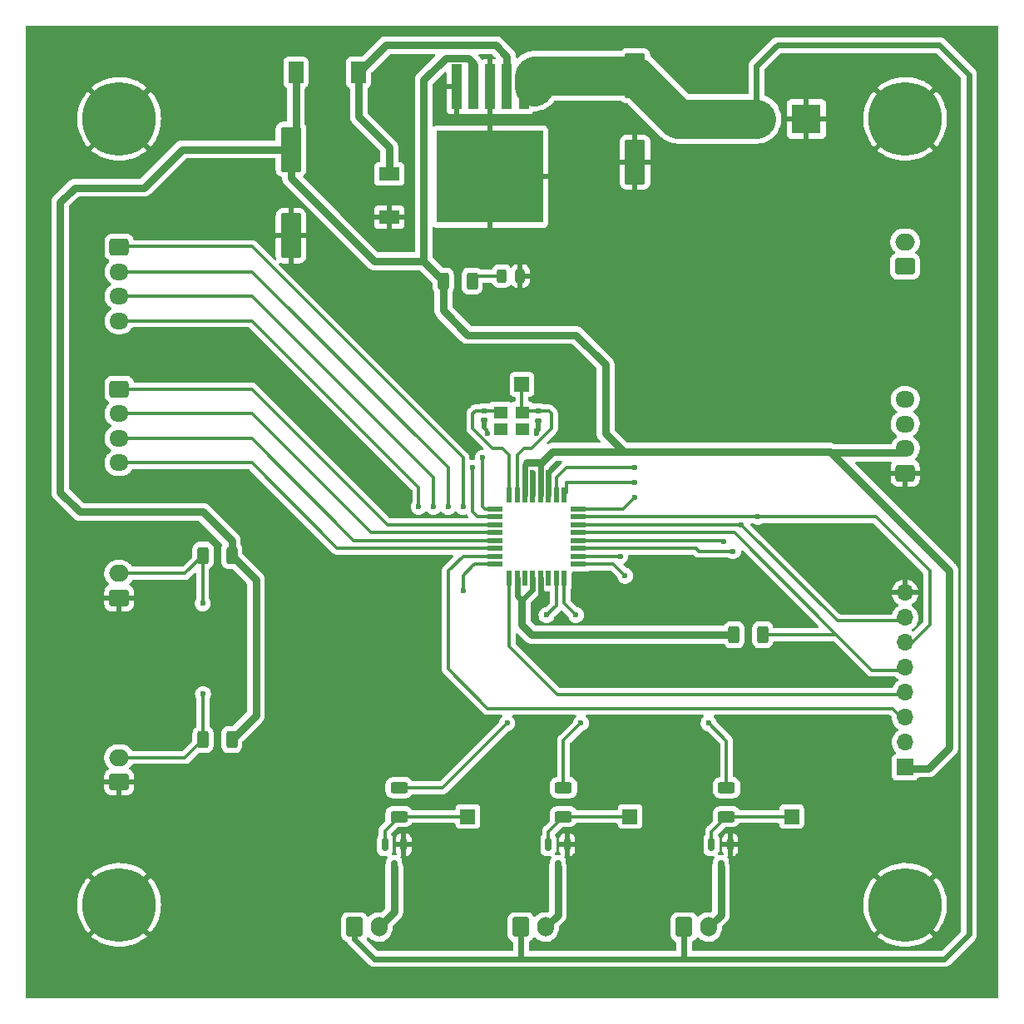
<source format=gbr>
%TF.GenerationSoftware,KiCad,Pcbnew,6.0.11-2627ca5db0~126~ubuntu22.04.1*%
%TF.CreationDate,2023-04-10T22:11:35+02:00*%
%TF.ProjectId,Slicor_carte_commande,536c6963-6f72-45f6-9361-7274655f636f,rev?*%
%TF.SameCoordinates,Original*%
%TF.FileFunction,Copper,L1,Top*%
%TF.FilePolarity,Positive*%
%FSLAX46Y46*%
G04 Gerber Fmt 4.6, Leading zero omitted, Abs format (unit mm)*
G04 Created by KiCad (PCBNEW 6.0.11-2627ca5db0~126~ubuntu22.04.1) date 2023-04-10 22:11:35*
%MOMM*%
%LPD*%
G01*
G04 APERTURE LIST*
G04 Aperture macros list*
%AMRoundRect*
0 Rectangle with rounded corners*
0 $1 Rounding radius*
0 $2 $3 $4 $5 $6 $7 $8 $9 X,Y pos of 4 corners*
0 Add a 4 corners polygon primitive as box body*
4,1,4,$2,$3,$4,$5,$6,$7,$8,$9,$2,$3,0*
0 Add four circle primitives for the rounded corners*
1,1,$1+$1,$2,$3*
1,1,$1+$1,$4,$5*
1,1,$1+$1,$6,$7*
1,1,$1+$1,$8,$9*
0 Add four rect primitives between the rounded corners*
20,1,$1+$1,$2,$3,$4,$5,0*
20,1,$1+$1,$4,$5,$6,$7,0*
20,1,$1+$1,$6,$7,$8,$9,0*
20,1,$1+$1,$8,$9,$2,$3,0*%
G04 Aperture macros list end*
%TA.AperFunction,ComponentPad*%
%ADD10R,1.700000X1.700000*%
%TD*%
%TA.AperFunction,ComponentPad*%
%ADD11O,1.700000X1.700000*%
%TD*%
%TA.AperFunction,SMDPad,CuDef*%
%ADD12R,1.100000X4.600000*%
%TD*%
%TA.AperFunction,SMDPad,CuDef*%
%ADD13R,10.800000X9.400000*%
%TD*%
%TA.AperFunction,ComponentPad*%
%ADD14RoundRect,0.250000X0.750000X-0.600000X0.750000X0.600000X-0.750000X0.600000X-0.750000X-0.600000X0*%
%TD*%
%TA.AperFunction,ComponentPad*%
%ADD15O,2.000000X1.700000*%
%TD*%
%TA.AperFunction,SMDPad,CuDef*%
%ADD16RoundRect,0.250001X-0.799999X2.049999X-0.799999X-2.049999X0.799999X-2.049999X0.799999X2.049999X0*%
%TD*%
%TA.AperFunction,SMDPad,CuDef*%
%ADD17RoundRect,0.150000X-0.150000X0.512500X-0.150000X-0.512500X0.150000X-0.512500X0.150000X0.512500X0*%
%TD*%
%TA.AperFunction,ComponentPad*%
%ADD18RoundRect,0.250000X-0.600000X-0.750000X0.600000X-0.750000X0.600000X0.750000X-0.600000X0.750000X0*%
%TD*%
%TA.AperFunction,ComponentPad*%
%ADD19O,1.700000X2.000000*%
%TD*%
%TA.AperFunction,SMDPad,CuDef*%
%ADD20RoundRect,0.140000X-0.170000X0.140000X-0.170000X-0.140000X0.170000X-0.140000X0.170000X0.140000X0*%
%TD*%
%TA.AperFunction,ComponentPad*%
%ADD21RoundRect,0.250000X0.725000X-0.600000X0.725000X0.600000X-0.725000X0.600000X-0.725000X-0.600000X0*%
%TD*%
%TA.AperFunction,ComponentPad*%
%ADD22O,1.950000X1.700000*%
%TD*%
%TA.AperFunction,ComponentPad*%
%ADD23RoundRect,0.250000X-0.725000X0.600000X-0.725000X-0.600000X0.725000X-0.600000X0.725000X0.600000X0*%
%TD*%
%TA.AperFunction,SMDPad,CuDef*%
%ADD24RoundRect,0.250000X-0.312500X-0.625000X0.312500X-0.625000X0.312500X0.625000X-0.312500X0.625000X0*%
%TD*%
%TA.AperFunction,SMDPad,CuDef*%
%ADD25R,2.100000X1.400000*%
%TD*%
%TA.AperFunction,SMDPad,CuDef*%
%ADD26R,0.550000X1.600000*%
%TD*%
%TA.AperFunction,SMDPad,CuDef*%
%ADD27R,1.600000X0.550000*%
%TD*%
%TA.AperFunction,SMDPad,CuDef*%
%ADD28RoundRect,0.250000X-0.625000X0.312500X-0.625000X-0.312500X0.625000X-0.312500X0.625000X0.312500X0*%
%TD*%
%TA.AperFunction,SMDPad,CuDef*%
%ADD29R,1.500000X2.200000*%
%TD*%
%TA.AperFunction,ComponentPad*%
%ADD30R,3.000000X3.000000*%
%TD*%
%TA.AperFunction,ComponentPad*%
%ADD31C,3.000000*%
%TD*%
%TA.AperFunction,SMDPad,CuDef*%
%ADD32R,1.500000X1.500000*%
%TD*%
%TA.AperFunction,ComponentPad*%
%ADD33C,7.500000*%
%TD*%
%TA.AperFunction,SMDPad,CuDef*%
%ADD34RoundRect,0.243750X0.243750X0.456250X-0.243750X0.456250X-0.243750X-0.456250X0.243750X-0.456250X0*%
%TD*%
%TA.AperFunction,SMDPad,CuDef*%
%ADD35RoundRect,0.250000X0.312500X0.625000X-0.312500X0.625000X-0.312500X-0.625000X0.312500X-0.625000X0*%
%TD*%
%TA.AperFunction,SMDPad,CuDef*%
%ADD36R,1.400000X1.200000*%
%TD*%
%TA.AperFunction,ViaPad*%
%ADD37C,0.600000*%
%TD*%
%TA.AperFunction,Conductor*%
%ADD38C,0.300000*%
%TD*%
%TA.AperFunction,Conductor*%
%ADD39C,0.600000*%
%TD*%
%TA.AperFunction,Conductor*%
%ADD40C,0.800000*%
%TD*%
%TA.AperFunction,Conductor*%
%ADD41C,4.000000*%
%TD*%
G04 APERTURE END LIST*
D10*
%TO.P,J4,1,Pin_1*%
%TO.N,+5V*%
X115000000Y-101000000D03*
D11*
%TO.P,J4,2,Pin_2*%
%TO.N,MISO*%
X115000000Y-98460000D03*
%TO.P,J4,3,Pin_3*%
%TO.N,MOSI*%
X115000000Y-95920000D03*
%TO.P,J4,4,Pin_4*%
%TO.N,SCK*%
X115000000Y-93380000D03*
%TO.P,J4,5,Pin_5*%
%TO.N,RST*%
X115000000Y-90840000D03*
%TO.P,J4,6,Pin_6*%
%TO.N,UART TX*%
X115000000Y-88300000D03*
%TO.P,J4,7,Pin_7*%
%TO.N,UART RX*%
X115000000Y-85760000D03*
%TO.P,J4,8,Pin_8*%
%TO.N,GND*%
X115000000Y-83220000D03*
%TD*%
D12*
%TO.P,U1,5,~{ON}/OFF*%
%TO.N,GND*%
X69375000Y-31725000D03*
%TO.P,U1,4,FB*%
%TO.N,+5V*%
X71075000Y-31725000D03*
%TO.P,U1,3,GND*%
%TO.N,GND*%
X72775000Y-31725000D03*
D13*
X72775000Y-40875000D03*
D12*
%TO.P,U1,2,OUT*%
%TO.N,Net-(D5-Pad1)*%
X74475000Y-31725000D03*
%TO.P,U1,1,VIN*%
%TO.N,+24V*%
X76175000Y-31725000D03*
%TD*%
D14*
%TO.P,J5,1,Pin_1*%
%TO.N,GND*%
X35000000Y-83750000D03*
D15*
%TO.P,J5,2,Pin_2*%
%TO.N,Bouton1*%
X35000000Y-81250000D03*
%TD*%
D16*
%TO.P,C2,1*%
%TO.N,+5V*%
X52500000Y-38100000D03*
%TO.P,C2,2*%
%TO.N,GND*%
X52500000Y-46900000D03*
%TD*%
D17*
%TO.P,Q2,1,E*%
%TO.N,GND*%
X80600000Y-108862500D03*
%TO.P,Q2,2,B*%
%TO.N,Net-(Q2-Pad2)*%
X78700000Y-108862500D03*
%TO.P,Q2,3,C*%
%TO.N,Net-(J8-Pad2)*%
X79650000Y-111137500D03*
%TD*%
D18*
%TO.P,J9,1,Pin_1*%
%TO.N,+24V*%
X92500000Y-117250000D03*
D19*
%TO.P,J9,2,Pin_2*%
%TO.N,Net-(J9-Pad2)*%
X95000000Y-117250000D03*
%TD*%
D20*
%TO.P,C4,1*%
%TO.N,Net-(C4-Pad1)*%
X72175000Y-64725000D03*
%TO.P,C4,2*%
%TO.N,GND*%
X72175000Y-65685000D03*
%TD*%
D21*
%TO.P,J2,1,Pin_1*%
%TO.N,GND*%
X115000000Y-71050000D03*
D22*
%TO.P,J2,2,Pin_2*%
%TO.N,+5V*%
X115000000Y-68550000D03*
%TO.P,J2,3,Pin_3*%
%TO.N,SDA*%
X115000000Y-66050000D03*
%TO.P,J2,4,Pin_4*%
%TO.N,SCL*%
X115000000Y-63550000D03*
%TD*%
D23*
%TO.P,J3,1,Pin_1*%
%TO.N,CL3*%
X35000000Y-48050000D03*
D22*
%TO.P,J3,2,Pin_2*%
%TO.N,CL2*%
X35000000Y-50550000D03*
%TO.P,J3,3,Pin_3*%
%TO.N,CL1*%
X35000000Y-53050000D03*
%TO.P,J3,4,Pin_4*%
%TO.N,CL0*%
X35000000Y-55550000D03*
%TD*%
D24*
%TO.P,R2,1*%
%TO.N,Bouton2*%
X43537500Y-98170000D03*
%TO.P,R2,2*%
%TO.N,+5V*%
X46462500Y-98170000D03*
%TD*%
D25*
%TO.P,D5,1,K*%
%TO.N,Net-(D5-Pad1)*%
X62500000Y-40600000D03*
%TO.P,D5,2,A*%
%TO.N,GND*%
X62500000Y-45000000D03*
%TD*%
D24*
%TO.P,R6,1*%
%TO.N,+5V*%
X68000000Y-51510000D03*
%TO.P,R6,2*%
%TO.N,Net-(D1-Pad2)*%
X70925000Y-51510000D03*
%TD*%
D26*
%TO.P,uC1,1,PD3*%
%TO.N,led2*%
X80300000Y-73250000D03*
%TO.P,uC1,2,PD4*%
%TO.N,led3*%
X79500000Y-73250000D03*
%TO.P,uC1,3,GND*%
%TO.N,GND*%
X78700000Y-73250000D03*
%TO.P,uC1,4,VCC*%
%TO.N,+5V*%
X77900000Y-73250000D03*
%TO.P,uC1,5,GND*%
%TO.N,GND*%
X77100000Y-73250000D03*
%TO.P,uC1,6,VCC*%
%TO.N,+5V*%
X76300000Y-73250000D03*
%TO.P,uC1,7,XTAL1/PB6*%
%TO.N,Net-(C3-Pad1)*%
X75500000Y-73250000D03*
%TO.P,uC1,8,XTAL2/PB7*%
%TO.N,Net-(C4-Pad1)*%
X74700000Y-73250000D03*
D27*
%TO.P,uC1,9,PD5*%
%TO.N,Bouton1*%
X73250000Y-74700000D03*
%TO.P,uC1,10,PD6*%
%TO.N,Bouton2*%
X73250000Y-75500000D03*
%TO.P,uC1,11,PD7*%
%TO.N,CL7*%
X73250000Y-76300000D03*
%TO.P,uC1,12,PB0*%
%TO.N,CL6*%
X73250000Y-77100000D03*
%TO.P,uC1,13,PB1*%
%TO.N,CL5*%
X73250000Y-77900000D03*
%TO.P,uC1,14,PB2*%
%TO.N,CL4*%
X73250000Y-78700000D03*
%TO.P,uC1,15,PB3*%
%TO.N,MOSI*%
X73250000Y-79500000D03*
%TO.P,uC1,16,PB4*%
%TO.N,MISO*%
X73250000Y-80300000D03*
D26*
%TO.P,uC1,17,PB5*%
%TO.N,SCK*%
X74700000Y-81750000D03*
%TO.P,uC1,18,AVCC*%
%TO.N,+5V*%
X75500000Y-81750000D03*
%TO.P,uC1,19,ADC6*%
%TO.N,unconnected-(uC1-Pad19)*%
X76300000Y-81750000D03*
%TO.P,uC1,20,AREF*%
%TO.N,+5V*%
X77100000Y-81750000D03*
%TO.P,uC1,21,GND*%
%TO.N,GND*%
X77900000Y-81750000D03*
%TO.P,uC1,22,ADC7*%
%TO.N,unconnected-(uC1-Pad22)*%
X78700000Y-81750000D03*
%TO.P,uC1,23,PC0*%
%TO.N,CL3*%
X79500000Y-81750000D03*
%TO.P,uC1,24,PC1*%
%TO.N,CL2*%
X80300000Y-81750000D03*
D27*
%TO.P,uC1,25,PC2*%
%TO.N,CL1*%
X81750000Y-80300000D03*
%TO.P,uC1,26,PC3*%
%TO.N,CL0*%
X81750000Y-79500000D03*
%TO.P,uC1,27,PC4*%
%TO.N,SDA*%
X81750000Y-78700000D03*
%TO.P,uC1,28,PC5*%
%TO.N,SCL*%
X81750000Y-77900000D03*
%TO.P,uC1,29,~{RESET}/PC6*%
%TO.N,RST*%
X81750000Y-77100000D03*
%TO.P,uC1,30,PD0*%
%TO.N,UART RX*%
X81750000Y-76300000D03*
%TO.P,uC1,31,PD1*%
%TO.N,UART TX*%
X81750000Y-75500000D03*
%TO.P,uC1,32,PD2*%
%TO.N,led1*%
X81750000Y-74700000D03*
%TD*%
D28*
%TO.P,R3,1*%
%TO.N,led1*%
X63500000Y-103075000D03*
%TO.P,R3,2*%
%TO.N,Net-(Q1-Pad2)*%
X63500000Y-106000000D03*
%TD*%
D29*
%TO.P,L1,1,1*%
%TO.N,Net-(D5-Pad1)*%
X59390000Y-30260000D03*
%TO.P,L1,2,2*%
%TO.N,+5V*%
X52990000Y-30260000D03*
%TD*%
D28*
%TO.P,R5,1*%
%TO.N,led3*%
X96830000Y-103075000D03*
%TO.P,R5,2*%
%TO.N,Net-(Q3-Pad2)*%
X96830000Y-106000000D03*
%TD*%
D23*
%TO.P,J11,1,Pin_1*%
%TO.N,CL7*%
X35000000Y-62500000D03*
D22*
%TO.P,J11,2,Pin_2*%
%TO.N,CL6*%
X35000000Y-65000000D03*
%TO.P,J11,3,Pin_3*%
%TO.N,CL5*%
X35000000Y-67500000D03*
%TO.P,J11,4,Pin_4*%
%TO.N,CL4*%
X35000000Y-70000000D03*
%TD*%
D30*
%TO.P,J1,1,Pin_1*%
%TO.N,GND*%
X104960000Y-35000000D03*
D31*
%TO.P,J1,2,Pin_2*%
%TO.N,+24V*%
X99880000Y-35000000D03*
%TD*%
D20*
%TO.P,C3,1*%
%TO.N,Net-(C3-Pad1)*%
X77675000Y-64745000D03*
%TO.P,C3,2*%
%TO.N,GND*%
X77675000Y-65705000D03*
%TD*%
D18*
%TO.P,J8,1,Pin_1*%
%TO.N,+24V*%
X75900000Y-117250000D03*
D19*
%TO.P,J8,2,Pin_2*%
%TO.N,Net-(J8-Pad2)*%
X78400000Y-117250000D03*
%TD*%
D32*
%TO.P,TP4,1,1*%
%TO.N,Net-(Q3-Pad2)*%
X103450000Y-106000000D03*
%TD*%
D33*
%TO.P,H1,1,1*%
%TO.N,GND*%
X35000000Y-35000000D03*
%TD*%
D28*
%TO.P,R4,1*%
%TO.N,led2*%
X80230000Y-103075000D03*
%TO.P,R4,2*%
%TO.N,Net-(Q2-Pad2)*%
X80230000Y-106000000D03*
%TD*%
D16*
%TO.P,C1,1*%
%TO.N,+24V*%
X87500000Y-30600000D03*
%TO.P,C1,2*%
%TO.N,GND*%
X87500000Y-39400000D03*
%TD*%
D14*
%TO.P,J10,1,Pin_1*%
%TO.N,UART TX*%
X115000000Y-50000000D03*
D15*
%TO.P,J10,2,Pin_2*%
%TO.N,UART RX*%
X115000000Y-47500000D03*
%TD*%
D18*
%TO.P,J7,1,Pin_1*%
%TO.N,+24V*%
X58950000Y-117250000D03*
D19*
%TO.P,J7,2,Pin_2*%
%TO.N,Net-(J7-Pad2)*%
X61450000Y-117250000D03*
%TD*%
D32*
%TO.P,TP2,1,1*%
%TO.N,Net-(Q1-Pad2)*%
X70500000Y-106000000D03*
%TD*%
D34*
%TO.P,D1,1,K*%
%TO.N,GND*%
X75812500Y-51000000D03*
%TO.P,D1,2,A*%
%TO.N,Net-(D1-Pad2)*%
X73937500Y-51000000D03*
%TD*%
D33*
%TO.P,H4,1,1*%
%TO.N,GND*%
X115000000Y-115000000D03*
%TD*%
D14*
%TO.P,J6,1,Pin_1*%
%TO.N,GND*%
X35000000Y-102500000D03*
D15*
%TO.P,J6,2,Pin_2*%
%TO.N,Bouton2*%
X35000000Y-100000000D03*
%TD*%
D35*
%TO.P,R13,1*%
%TO.N,RST*%
X100500000Y-87500000D03*
%TO.P,R13,2*%
%TO.N,+5V*%
X97575000Y-87500000D03*
%TD*%
D33*
%TO.P,H3,1,1*%
%TO.N,GND*%
X35000000Y-115000000D03*
%TD*%
D36*
%TO.P,Y1,4*%
%TO.N,N/C*%
X76025000Y-66575000D03*
%TO.P,Y1,3*%
X73825000Y-66575000D03*
%TO.P,Y1,2,2*%
%TO.N,Net-(C4-Pad1)*%
X73825000Y-64875000D03*
%TO.P,Y1,1,1*%
%TO.N,Net-(C3-Pad1)*%
X76025000Y-64875000D03*
%TD*%
D17*
%TO.P,Q1,1,E*%
%TO.N,GND*%
X63950000Y-108862500D03*
%TO.P,Q1,2,B*%
%TO.N,Net-(Q1-Pad2)*%
X62050000Y-108862500D03*
%TO.P,Q1,3,C*%
%TO.N,Net-(J7-Pad2)*%
X63000000Y-111137500D03*
%TD*%
D33*
%TO.P,H2,1,1*%
%TO.N,GND*%
X115000000Y-35000000D03*
%TD*%
D24*
%TO.P,R1,1*%
%TO.N,Bouton1*%
X43537500Y-79420000D03*
%TO.P,R1,2*%
%TO.N,+5V*%
X46462500Y-79420000D03*
%TD*%
D17*
%TO.P,Q3,1,E*%
%TO.N,GND*%
X97200000Y-108862500D03*
%TO.P,Q3,2,B*%
%TO.N,Net-(Q3-Pad2)*%
X95300000Y-108862500D03*
%TO.P,Q3,3,C*%
%TO.N,Net-(J9-Pad2)*%
X96250000Y-111137500D03*
%TD*%
D32*
%TO.P,TP1,1,1*%
%TO.N,Net-(C3-Pad1)*%
X76000000Y-62000000D03*
%TD*%
%TO.P,TP3,1,1*%
%TO.N,Net-(Q2-Pad2)*%
X87000000Y-106000000D03*
%TD*%
D37*
%TO.N,GND*%
X77900000Y-83100000D03*
X78500000Y-84000000D03*
X77100000Y-71900000D03*
X77100000Y-71000000D03*
X78700000Y-71000000D03*
X78700000Y-71800000D03*
X72500000Y-67000000D03*
X77500000Y-67000000D03*
%TO.N,+5V*%
X95120000Y-68880000D03*
X95000000Y-87500000D03*
%TO.N,SDA*%
X97500000Y-79000000D03*
%TO.N,SCL*%
X96500000Y-78000000D03*
%TO.N,MISO*%
X70000000Y-83000000D03*
%TO.N,UART TX*%
X100000000Y-75500000D03*
%TO.N,UART RX*%
X98300000Y-76300000D03*
%TO.N,Bouton1*%
X43500000Y-84316250D03*
X72000000Y-69500000D03*
%TO.N,Bouton2*%
X71000000Y-70500000D03*
X43537500Y-93537500D03*
%TO.N,led1*%
X87500000Y-73500000D03*
X74500000Y-96500000D03*
%TO.N,led2*%
X82000000Y-96500000D03*
X87500000Y-72000000D03*
%TO.N,led3*%
X87500000Y-70500000D03*
X95000000Y-96500000D03*
%TO.N,CL0*%
X86000000Y-79500000D03*
X65500000Y-74500000D03*
%TO.N,CL1*%
X67000000Y-74500000D03*
X86500000Y-81500000D03*
%TO.N,CL2*%
X68500000Y-74500000D03*
X81500000Y-85500000D03*
%TO.N,CL3*%
X70000000Y-74500000D03*
X78500000Y-85500000D03*
%TD*%
D38*
%TO.N,Net-(C3-Pad1)*%
X77675000Y-64745000D02*
X78745000Y-64745000D01*
X76250000Y-68500000D02*
X75500000Y-69250000D01*
X77000000Y-68500000D02*
X76250000Y-68500000D01*
X78745000Y-64745000D02*
X79000000Y-65000000D01*
X75500000Y-69250000D02*
X75500000Y-73250000D01*
X77675000Y-64745000D02*
X76205000Y-64745000D01*
X79000000Y-66500000D02*
X77000000Y-68500000D01*
X76205000Y-64745000D02*
X76000000Y-64950000D01*
X79000000Y-65000000D02*
X79000000Y-66500000D01*
X76000000Y-62000000D02*
X76000000Y-64950000D01*
D39*
%TO.N,GND*%
X78700000Y-73250000D02*
X78700000Y-71800000D01*
X77100000Y-73250000D02*
X77100000Y-71900000D01*
X77900000Y-83400000D02*
X78500000Y-84000000D01*
X77900000Y-83100000D02*
X77900000Y-83400000D01*
X78700000Y-71800000D02*
X78700000Y-71000000D01*
X77100000Y-71900000D02*
X77100000Y-71000000D01*
X77900000Y-81750000D02*
X77900000Y-83100000D01*
D38*
%TO.N,Net-(C4-Pad1)*%
X73625000Y-64725000D02*
X73850000Y-64950000D01*
X73000000Y-68500000D02*
X74000000Y-68500000D01*
X71275000Y-64725000D02*
X71000000Y-65000000D01*
X74700000Y-69200000D02*
X74700000Y-73250000D01*
X72175000Y-64725000D02*
X71275000Y-64725000D01*
X71000000Y-66500000D02*
X73000000Y-68500000D01*
X74000000Y-68500000D02*
X74700000Y-69200000D01*
X72175000Y-64725000D02*
X73625000Y-64725000D01*
X71000000Y-65000000D02*
X71000000Y-66500000D01*
%TO.N,Net-(D1-Pad2)*%
X70925000Y-51510000D02*
X71435000Y-51000000D01*
X71435000Y-51000000D02*
X73937500Y-51000000D01*
D40*
%TO.N,Net-(D5-Pad1)*%
X62150000Y-27500000D02*
X59390000Y-30260000D01*
X74475000Y-28625000D02*
X73350000Y-27500000D01*
X59390000Y-34770000D02*
X62500000Y-37880000D01*
X62500000Y-37880000D02*
X62500000Y-40600000D01*
X74475000Y-31725000D02*
X74475000Y-28625000D01*
X73350000Y-27500000D02*
X62150000Y-27500000D01*
X59390000Y-30260000D02*
X59390000Y-34770000D01*
D41*
%TO.N,+24V*%
X91900000Y-35000000D02*
X87500000Y-30600000D01*
D39*
X58950000Y-118450000D02*
X61000000Y-120500000D01*
X75900000Y-117250000D02*
X75900000Y-120400000D01*
D41*
X99880000Y-35000000D02*
X91900000Y-35000000D01*
D39*
X99880000Y-29620000D02*
X99880000Y-35000000D01*
X92500000Y-117250000D02*
X92500000Y-120500000D01*
X58950000Y-117250000D02*
X58950000Y-118450000D01*
X118500000Y-27500000D02*
X102000000Y-27500000D01*
X121500000Y-30500000D02*
X118500000Y-27500000D01*
X75900000Y-120400000D02*
X76000000Y-120500000D01*
X92500000Y-120500000D02*
X119000000Y-120500000D01*
D41*
X77300000Y-30600000D02*
X77225000Y-30675000D01*
X77225000Y-30675000D02*
X77225000Y-31725000D01*
D39*
X102000000Y-27500000D02*
X99880000Y-29620000D01*
X119000000Y-120500000D02*
X121500000Y-118000000D01*
X61000000Y-120500000D02*
X76000000Y-120500000D01*
X121500000Y-118000000D02*
X121500000Y-30500000D01*
X76000000Y-120500000D02*
X92500000Y-120500000D01*
D41*
X87500000Y-30600000D02*
X77300000Y-30600000D01*
D40*
%TO.N,+5V*%
X114550000Y-69000000D02*
X107500000Y-69000000D01*
X86380000Y-68880000D02*
X86880000Y-68880000D01*
X43500000Y-75000000D02*
X46462500Y-77962500D01*
X46462500Y-79420000D02*
X46462500Y-79462500D01*
D39*
X77900000Y-70100000D02*
X78000000Y-70000000D01*
D40*
X68225000Y-28825000D02*
X70525000Y-28825000D01*
D39*
X77100000Y-82900000D02*
X76000000Y-84000000D01*
D40*
X66000000Y-49510000D02*
X68000000Y-51510000D01*
D39*
X76300000Y-73250000D02*
X76300000Y-70200000D01*
D40*
X84500000Y-60000000D02*
X84500000Y-67000000D01*
X82620000Y-68880000D02*
X79120000Y-68880000D01*
X68000000Y-51510000D02*
X68000000Y-54500000D01*
X46462500Y-79462500D02*
X48920000Y-81920000D01*
X119500000Y-81000000D02*
X112000000Y-73500000D01*
X86880000Y-68880000D02*
X82620000Y-68880000D01*
X70525000Y-28825000D02*
X71075000Y-29375000D01*
X95120000Y-68880000D02*
X86880000Y-68880000D01*
X52500000Y-41000000D02*
X61000000Y-49500000D01*
X107380000Y-68880000D02*
X95120000Y-68880000D01*
X29000000Y-73000000D02*
X31000000Y-75000000D01*
X52990000Y-30260000D02*
X52990000Y-37610000D01*
X112000000Y-73500000D02*
X107380000Y-68880000D01*
X107500000Y-69000000D02*
X107380000Y-68880000D01*
D39*
X75500000Y-81750000D02*
X75500000Y-83500000D01*
D40*
X115000000Y-68550000D02*
X114550000Y-69000000D01*
D39*
X76300000Y-70200000D02*
X76500000Y-70000000D01*
D40*
X76000000Y-84000000D02*
X76000000Y-86500000D01*
D39*
X77100000Y-81750000D02*
X77100000Y-82900000D01*
X77900000Y-73250000D02*
X77900000Y-70100000D01*
D40*
X68000000Y-54500000D02*
X70500000Y-57000000D01*
X46462500Y-77962500D02*
X46462500Y-79420000D01*
X52500000Y-38100000D02*
X41400000Y-38100000D01*
X95000000Y-87500000D02*
X97575000Y-87500000D01*
X114800000Y-101100000D02*
X117400000Y-101100000D01*
X81500000Y-57000000D02*
X84500000Y-60000000D01*
X66000000Y-42500000D02*
X66000000Y-31050000D01*
X66000000Y-42500000D02*
X66000000Y-49510000D01*
X117400000Y-101100000D02*
X119500000Y-99000000D01*
X84500000Y-67000000D02*
X86380000Y-68880000D01*
D39*
X75500000Y-83500000D02*
X76000000Y-84000000D01*
D40*
X29000000Y-43500000D02*
X29000000Y-73000000D01*
X37500000Y-42000000D02*
X30500000Y-42000000D01*
X78000000Y-70000000D02*
X76500000Y-70000000D01*
X31000000Y-75000000D02*
X43500000Y-75000000D01*
X66000000Y-31050000D02*
X68225000Y-28825000D01*
X66000000Y-49500000D02*
X66000000Y-42500000D01*
X119500000Y-99000000D02*
X119500000Y-81000000D01*
X52990000Y-37610000D02*
X52500000Y-38100000D01*
X48920000Y-95712500D02*
X48920000Y-81920000D01*
X52500000Y-38100000D02*
X52500000Y-41000000D01*
X76000000Y-86500000D02*
X77000000Y-87500000D01*
X46462500Y-98170000D02*
X48920000Y-95712500D01*
X77000000Y-87500000D02*
X95000000Y-87500000D01*
X30500000Y-42000000D02*
X29000000Y-43500000D01*
X41400000Y-38100000D02*
X37500000Y-42000000D01*
X71075000Y-29375000D02*
X71075000Y-31725000D01*
X79120000Y-68880000D02*
X78000000Y-70000000D01*
X70500000Y-57000000D02*
X81500000Y-57000000D01*
X61000000Y-49500000D02*
X66000000Y-49500000D01*
D38*
%TO.N,SDA*%
X97500000Y-79000000D02*
X94000000Y-79000000D01*
X94000000Y-79000000D02*
X93700000Y-78700000D01*
X93700000Y-78700000D02*
X81750000Y-78700000D01*
%TO.N,SCL*%
X96400000Y-77900000D02*
X81750000Y-77900000D01*
X96500000Y-78000000D02*
X96400000Y-77900000D01*
%TO.N,MISO*%
X71000000Y-80500000D02*
X70000000Y-81500000D01*
X70000000Y-81500000D02*
X70000000Y-83000000D01*
X71200000Y-80300000D02*
X71000000Y-80500000D01*
X73250000Y-80300000D02*
X71200000Y-80300000D01*
%TO.N,MOSI*%
X68500000Y-81000000D02*
X70000000Y-79500000D01*
X114800000Y-96100000D02*
X113700000Y-95000000D01*
X113700000Y-95000000D02*
X72500000Y-95000000D01*
X72500000Y-95000000D02*
X68500000Y-91000000D01*
X70000000Y-79500000D02*
X73250000Y-79500000D01*
X68500000Y-91000000D02*
X68500000Y-81000000D01*
%TO.N,SCK*%
X114800000Y-93600000D02*
X79600000Y-93600000D01*
X74700000Y-88700000D02*
X74700000Y-81750000D01*
X79600000Y-93600000D02*
X74700000Y-88700000D01*
%TO.N,RST*%
X93100000Y-77100000D02*
X81750000Y-77100000D01*
X111600000Y-91100000D02*
X108000000Y-87500000D01*
X93400000Y-77100000D02*
X93100000Y-77100000D01*
X108000000Y-87500000D02*
X97600000Y-77100000D01*
X114800000Y-91100000D02*
X111600000Y-91100000D01*
X97600000Y-77100000D02*
X93600000Y-77100000D01*
X93600000Y-77100000D02*
X93400000Y-77100000D01*
X100500000Y-87500000D02*
X108000000Y-87500000D01*
%TO.N,UART TX*%
X115400000Y-88600000D02*
X114800000Y-88600000D01*
X100000000Y-75500000D02*
X81750000Y-75500000D01*
X117500000Y-86500000D02*
X115400000Y-88600000D01*
X117500000Y-81000000D02*
X117500000Y-86500000D01*
X100000000Y-75500000D02*
X112000000Y-75500000D01*
X112000000Y-75500000D02*
X117500000Y-81000000D01*
%TO.N,UART RX*%
X114800000Y-86100000D02*
X108100000Y-86100000D01*
X98300000Y-76300000D02*
X81750000Y-76300000D01*
X108100000Y-86100000D02*
X98300000Y-76300000D01*
%TO.N,Bouton1*%
X43537500Y-79420000D02*
X41707500Y-81250000D01*
X72000000Y-74500000D02*
X72200000Y-74700000D01*
X43500000Y-84316250D02*
X43500000Y-79683750D01*
X41707500Y-81250000D02*
X35000000Y-81250000D01*
X72000000Y-69500000D02*
X72000000Y-74500000D01*
X72200000Y-74700000D02*
X73250000Y-74700000D01*
%TO.N,Bouton2*%
X43537500Y-98170000D02*
X41707500Y-100000000D01*
X43537500Y-98170000D02*
X43537500Y-93537500D01*
X41707500Y-100000000D02*
X35000000Y-100000000D01*
X71000000Y-75000000D02*
X71000000Y-70500000D01*
X73250000Y-75500000D02*
X71500000Y-75500000D01*
X71500000Y-75500000D02*
X71000000Y-75000000D01*
D40*
%TO.N,Net-(J7-Pad2)*%
X63000000Y-115700000D02*
X61450000Y-117250000D01*
X63000000Y-111137500D02*
X63000000Y-115700000D01*
%TO.N,Net-(J8-Pad2)*%
X79650000Y-116000000D02*
X78400000Y-117250000D01*
X79650000Y-111137500D02*
X79650000Y-116000000D01*
%TO.N,Net-(J9-Pad2)*%
X96250000Y-116000000D02*
X95000000Y-117250000D01*
X96250000Y-111137500D02*
X96250000Y-116000000D01*
D38*
%TO.N,Net-(Q1-Pad2)*%
X62050000Y-107450000D02*
X62050000Y-108862500D01*
X63500000Y-106000000D02*
X62050000Y-107450000D01*
X70500000Y-106000000D02*
X63500000Y-106000000D01*
%TO.N,Net-(Q2-Pad2)*%
X87000000Y-106000000D02*
X80230000Y-106000000D01*
X80230000Y-106000000D02*
X78700000Y-107530000D01*
X78700000Y-107530000D02*
X78700000Y-108862500D01*
%TO.N,Net-(Q3-Pad2)*%
X95300000Y-107530000D02*
X95300000Y-108862500D01*
X103450000Y-106000000D02*
X96830000Y-106000000D01*
X96830000Y-106000000D02*
X95300000Y-107530000D01*
%TO.N,led1*%
X86300000Y-74700000D02*
X87500000Y-73500000D01*
X63500000Y-103075000D02*
X67925000Y-103075000D01*
X67925000Y-103075000D02*
X74500000Y-96500000D01*
X81750000Y-74700000D02*
X86300000Y-74700000D01*
%TO.N,led2*%
X80230000Y-103075000D02*
X80230000Y-98270000D01*
X80500000Y-73050000D02*
X80500000Y-72000000D01*
X80500000Y-72000000D02*
X87500000Y-72000000D01*
X80230000Y-98270000D02*
X82000000Y-96500000D01*
X80300000Y-73250000D02*
X80500000Y-73050000D01*
%TO.N,led3*%
X79500000Y-71500000D02*
X80500000Y-70500000D01*
X80500000Y-70500000D02*
X87500000Y-70500000D01*
X96830000Y-98330000D02*
X95000000Y-96500000D01*
X79500000Y-73250000D02*
X79500000Y-71500000D01*
X96830000Y-103075000D02*
X96830000Y-98330000D01*
%TO.N,CL0*%
X65500000Y-72500000D02*
X48550000Y-55550000D01*
X86000000Y-79500000D02*
X81750000Y-79500000D01*
X65500000Y-74500000D02*
X65500000Y-72500000D01*
X48550000Y-55550000D02*
X35000000Y-55550000D01*
%TO.N,CL1*%
X85300000Y-80300000D02*
X86500000Y-81500000D01*
X67000000Y-71500000D02*
X48550000Y-53050000D01*
X67000000Y-74500000D02*
X67000000Y-71500000D01*
X48550000Y-53050000D02*
X35000000Y-53050000D01*
X81750000Y-80300000D02*
X85300000Y-80300000D01*
%TO.N,CL2*%
X48550000Y-50550000D02*
X35000000Y-50550000D01*
X80300000Y-81750000D02*
X80300000Y-84300000D01*
X68500000Y-74500000D02*
X68500000Y-70500000D01*
X80300000Y-84300000D02*
X81500000Y-85500000D01*
X68500000Y-70500000D02*
X48550000Y-50550000D01*
%TO.N,CL3*%
X35050000Y-48000000D02*
X35000000Y-48050000D01*
X70000000Y-69500000D02*
X48500000Y-48000000D01*
X70000000Y-74500000D02*
X70000000Y-69500000D01*
X79500000Y-84500000D02*
X78500000Y-85500000D01*
X48500000Y-48000000D02*
X35050000Y-48000000D01*
X79500000Y-81750000D02*
X79500000Y-84500000D01*
%TO.N,CL4*%
X48500000Y-70000000D02*
X35000000Y-70000000D01*
X57200000Y-78700000D02*
X48500000Y-70000000D01*
X73250000Y-78700000D02*
X57200000Y-78700000D01*
%TO.N,CL5*%
X48500000Y-67500000D02*
X35000000Y-67500000D01*
X58900000Y-77900000D02*
X48500000Y-67500000D01*
X73250000Y-77900000D02*
X58900000Y-77900000D01*
%TO.N,CL6*%
X60600000Y-77100000D02*
X48500000Y-65000000D01*
X73250000Y-77100000D02*
X60600000Y-77100000D01*
X48500000Y-65000000D02*
X35000000Y-65000000D01*
%TO.N,CL7*%
X73250000Y-76300000D02*
X62300000Y-76300000D01*
X62300000Y-76300000D02*
X48500000Y-62500000D01*
X48500000Y-62500000D02*
X35000000Y-62500000D01*
%TD*%
%TA.AperFunction,Conductor*%
%TO.N,GND*%
G36*
X124433621Y-25528502D02*
G01*
X124480114Y-25582158D01*
X124491500Y-25634500D01*
X124491500Y-124365500D01*
X124471498Y-124433621D01*
X124417842Y-124480114D01*
X124365500Y-124491500D01*
X25634500Y-124491500D01*
X25566379Y-124471498D01*
X25519886Y-124417842D01*
X25508500Y-124365500D01*
X25508500Y-118186434D01*
X32178921Y-118186434D01*
X32185708Y-118196135D01*
X32385023Y-118366365D01*
X32389709Y-118370000D01*
X32713442Y-118597523D01*
X32718432Y-118600690D01*
X33062141Y-118796739D01*
X33067422Y-118799429D01*
X33428053Y-118962260D01*
X33433544Y-118964434D01*
X33807906Y-119092607D01*
X33813590Y-119094259D01*
X34198347Y-119186631D01*
X34204162Y-119187740D01*
X34595889Y-119243490D01*
X34601802Y-119244049D01*
X34997031Y-119262688D01*
X35002969Y-119262688D01*
X35398198Y-119244049D01*
X35404111Y-119243490D01*
X35795838Y-119187740D01*
X35801653Y-119186631D01*
X36186410Y-119094259D01*
X36192094Y-119092607D01*
X36566456Y-118964434D01*
X36571947Y-118962260D01*
X36932578Y-118799429D01*
X36937859Y-118796739D01*
X37281568Y-118600690D01*
X37286558Y-118597523D01*
X37610291Y-118370000D01*
X37614977Y-118366365D01*
X37812722Y-118197476D01*
X37821152Y-118184562D01*
X37815145Y-118174355D01*
X35012812Y-115372022D01*
X34998868Y-115364408D01*
X34997035Y-115364539D01*
X34990420Y-115368790D01*
X32186313Y-118172897D01*
X32178921Y-118186434D01*
X25508500Y-118186434D01*
X25508500Y-114869073D01*
X30739322Y-114869073D01*
X30745537Y-115264679D01*
X30745911Y-115270629D01*
X30789327Y-115663895D01*
X30790257Y-115669766D01*
X30870494Y-116057212D01*
X30871970Y-116062960D01*
X30988316Y-116441151D01*
X30990320Y-116446716D01*
X31141745Y-116812288D01*
X31144267Y-116817647D01*
X31329411Y-117167323D01*
X31332436Y-117172440D01*
X31549669Y-117503144D01*
X31553159Y-117507947D01*
X31800292Y-117816420D01*
X31813130Y-117823694D01*
X31814439Y-117823621D01*
X31821852Y-117818938D01*
X34627978Y-115012812D01*
X34634356Y-115001132D01*
X35364408Y-115001132D01*
X35364539Y-115002965D01*
X35368790Y-115009580D01*
X38175271Y-117816061D01*
X38189215Y-117823675D01*
X38190524Y-117823582D01*
X38197360Y-117819112D01*
X38199454Y-117816737D01*
X38446841Y-117507947D01*
X38450331Y-117503144D01*
X38667564Y-117172440D01*
X38670589Y-117167323D01*
X38855733Y-116817647D01*
X38858255Y-116812288D01*
X39009680Y-116446716D01*
X39011684Y-116441151D01*
X39128030Y-116062960D01*
X39129506Y-116057212D01*
X39209743Y-115669766D01*
X39210673Y-115663895D01*
X39254145Y-115270124D01*
X39254494Y-115265196D01*
X39262750Y-115002468D01*
X39262711Y-114997530D01*
X39244049Y-114601802D01*
X39243490Y-114595889D01*
X39187740Y-114204162D01*
X39186631Y-114198347D01*
X39094259Y-113813590D01*
X39092607Y-113807906D01*
X38964434Y-113433544D01*
X38962260Y-113428053D01*
X38799429Y-113067422D01*
X38796739Y-113062141D01*
X38600690Y-112718432D01*
X38597523Y-112713442D01*
X38370000Y-112389709D01*
X38366365Y-112385023D01*
X38197476Y-112187278D01*
X38184562Y-112178848D01*
X38174355Y-112184855D01*
X35372022Y-114987188D01*
X35364408Y-115001132D01*
X34634356Y-115001132D01*
X34635592Y-114998868D01*
X34635461Y-114997035D01*
X34631210Y-114990420D01*
X31827402Y-112186612D01*
X31813458Y-112178998D01*
X31813205Y-112179016D01*
X31804463Y-112184930D01*
X31717436Y-112280572D01*
X31713649Y-112285150D01*
X31476088Y-112601551D01*
X31472744Y-112606471D01*
X31266001Y-112943845D01*
X31263153Y-112949025D01*
X31089072Y-113304370D01*
X31086723Y-113309797D01*
X30946858Y-113679939D01*
X30945026Y-113685578D01*
X30840622Y-114067215D01*
X30839323Y-114073028D01*
X30771295Y-114462811D01*
X30770554Y-114468674D01*
X30739507Y-114863147D01*
X30739322Y-114869073D01*
X25508500Y-114869073D01*
X25508500Y-111815964D01*
X32178939Y-111815964D01*
X32178945Y-111816217D01*
X32184445Y-111825235D01*
X34987188Y-114627978D01*
X35001132Y-114635592D01*
X35002965Y-114635461D01*
X35009580Y-114631210D01*
X37816061Y-111824729D01*
X37823675Y-111810785D01*
X37823582Y-111809476D01*
X37819112Y-111802640D01*
X37816737Y-111800546D01*
X37507947Y-111553159D01*
X37503144Y-111549669D01*
X37172440Y-111332436D01*
X37167323Y-111329411D01*
X36817647Y-111144267D01*
X36812288Y-111141745D01*
X36446716Y-110990320D01*
X36441151Y-110988316D01*
X36062960Y-110871970D01*
X36057212Y-110870494D01*
X35669766Y-110790257D01*
X35663895Y-110789327D01*
X35270629Y-110745911D01*
X35264679Y-110745537D01*
X34869073Y-110739322D01*
X34863147Y-110739507D01*
X34468674Y-110770554D01*
X34462811Y-110771295D01*
X34073028Y-110839323D01*
X34067215Y-110840622D01*
X33685578Y-110945026D01*
X33679939Y-110946858D01*
X33309797Y-111086723D01*
X33304370Y-111089072D01*
X32949025Y-111263153D01*
X32943845Y-111266001D01*
X32606471Y-111472744D01*
X32601551Y-111476088D01*
X32285150Y-111713649D01*
X32280572Y-111717436D01*
X32187199Y-111802398D01*
X32178939Y-111815964D01*
X25508500Y-111815964D01*
X25508500Y-103147095D01*
X33492001Y-103147095D01*
X33492338Y-103153614D01*
X33502257Y-103249206D01*
X33505149Y-103262600D01*
X33556588Y-103416784D01*
X33562761Y-103429962D01*
X33648063Y-103567807D01*
X33657099Y-103579208D01*
X33771829Y-103693739D01*
X33783240Y-103702751D01*
X33921243Y-103787816D01*
X33934424Y-103793963D01*
X34088710Y-103845138D01*
X34102086Y-103848005D01*
X34196438Y-103857672D01*
X34202854Y-103858000D01*
X34727885Y-103858000D01*
X34743124Y-103853525D01*
X34744329Y-103852135D01*
X34746000Y-103844452D01*
X34746000Y-103839884D01*
X35254000Y-103839884D01*
X35258475Y-103855123D01*
X35259865Y-103856328D01*
X35267548Y-103857999D01*
X35797095Y-103857999D01*
X35803614Y-103857662D01*
X35899206Y-103847743D01*
X35912600Y-103844851D01*
X36066784Y-103793412D01*
X36079962Y-103787239D01*
X36217807Y-103701937D01*
X36229208Y-103692901D01*
X36343739Y-103578171D01*
X36352751Y-103566760D01*
X36437816Y-103428757D01*
X36443963Y-103415576D01*
X36495138Y-103261290D01*
X36498005Y-103247914D01*
X36507672Y-103153562D01*
X36508000Y-103147146D01*
X36508000Y-102772115D01*
X36503525Y-102756876D01*
X36502135Y-102755671D01*
X36494452Y-102754000D01*
X35272115Y-102754000D01*
X35256876Y-102758475D01*
X35255671Y-102759865D01*
X35254000Y-102767548D01*
X35254000Y-103839884D01*
X34746000Y-103839884D01*
X34746000Y-102772115D01*
X34741525Y-102756876D01*
X34740135Y-102755671D01*
X34732452Y-102754000D01*
X33510116Y-102754000D01*
X33494877Y-102758475D01*
X33493672Y-102759865D01*
X33492001Y-102767548D01*
X33492001Y-103147095D01*
X25508500Y-103147095D01*
X25508500Y-99935774D01*
X33488102Y-99935774D01*
X33496751Y-100166158D01*
X33544093Y-100391791D01*
X33546051Y-100396750D01*
X33546052Y-100396752D01*
X33622184Y-100589528D01*
X33628776Y-100606221D01*
X33631543Y-100610780D01*
X33631544Y-100610783D01*
X33658717Y-100655562D01*
X33748377Y-100803317D01*
X33751874Y-100807347D01*
X33838438Y-100907103D01*
X33899477Y-100977445D01*
X33903608Y-100980832D01*
X33935529Y-101007006D01*
X33975524Y-101065666D01*
X33977455Y-101136636D01*
X33940710Y-101197384D01*
X33921941Y-101211584D01*
X33782193Y-101298063D01*
X33770792Y-101307099D01*
X33656261Y-101421829D01*
X33647249Y-101433240D01*
X33562184Y-101571243D01*
X33556037Y-101584424D01*
X33504862Y-101738710D01*
X33501995Y-101752086D01*
X33492328Y-101846438D01*
X33492000Y-101852855D01*
X33492000Y-102227885D01*
X33496475Y-102243124D01*
X33497865Y-102244329D01*
X33505548Y-102246000D01*
X36489884Y-102246000D01*
X36505123Y-102241525D01*
X36506328Y-102240135D01*
X36507999Y-102232452D01*
X36507999Y-101852905D01*
X36507662Y-101846386D01*
X36497743Y-101750794D01*
X36494851Y-101737400D01*
X36443412Y-101583216D01*
X36437239Y-101570038D01*
X36351937Y-101432193D01*
X36342901Y-101420792D01*
X36228171Y-101306261D01*
X36216757Y-101297247D01*
X36077287Y-101211277D01*
X36029793Y-101158505D01*
X36018369Y-101088434D01*
X36046643Y-101023310D01*
X36056430Y-101012847D01*
X36089991Y-100980832D01*
X36171135Y-100903424D01*
X36308754Y-100718458D01*
X36309344Y-100717298D01*
X36361336Y-100670750D01*
X36415529Y-100658500D01*
X41625444Y-100658500D01*
X41637300Y-100659059D01*
X41637303Y-100659059D01*
X41645037Y-100660788D01*
X41715869Y-100658562D01*
X41719827Y-100658500D01*
X41748932Y-100658500D01*
X41753332Y-100657944D01*
X41765164Y-100657012D01*
X41811331Y-100655562D01*
X41831921Y-100649580D01*
X41851282Y-100645570D01*
X41858270Y-100644688D01*
X41864704Y-100643875D01*
X41864705Y-100643875D01*
X41872564Y-100642882D01*
X41879929Y-100639966D01*
X41879933Y-100639965D01*
X41915521Y-100625874D01*
X41926731Y-100622035D01*
X41971100Y-100609145D01*
X41989565Y-100598225D01*
X42007305Y-100589534D01*
X42027256Y-100581635D01*
X42064629Y-100554482D01*
X42074548Y-100547967D01*
X42107477Y-100528493D01*
X42107481Y-100528490D01*
X42114307Y-100524453D01*
X42129471Y-100509289D01*
X42144505Y-100496448D01*
X42155443Y-100488501D01*
X42161857Y-100483841D01*
X42191303Y-100448247D01*
X42199292Y-100439468D01*
X43051209Y-99587551D01*
X43113521Y-99553525D01*
X43153146Y-99551302D01*
X43163310Y-99552343D01*
X43174600Y-99553500D01*
X43900400Y-99553500D01*
X43903646Y-99553163D01*
X43903650Y-99553163D01*
X43999308Y-99543238D01*
X43999312Y-99543237D01*
X44006166Y-99542526D01*
X44012702Y-99540345D01*
X44012704Y-99540345D01*
X44158665Y-99491648D01*
X44173946Y-99486550D01*
X44324348Y-99393478D01*
X44449305Y-99268303D01*
X44453146Y-99262072D01*
X44538275Y-99123968D01*
X44538276Y-99123966D01*
X44542115Y-99117738D01*
X44592294Y-98966453D01*
X44595632Y-98956389D01*
X44595632Y-98956387D01*
X44597797Y-98949861D01*
X44598693Y-98941122D01*
X44608172Y-98848598D01*
X44608500Y-98845400D01*
X44608500Y-97494600D01*
X44605227Y-97463051D01*
X44598238Y-97395692D01*
X44598237Y-97395688D01*
X44597526Y-97388834D01*
X44577164Y-97327800D01*
X44543868Y-97228002D01*
X44541550Y-97221054D01*
X44448478Y-97070652D01*
X44323303Y-96945695D01*
X44255884Y-96904137D01*
X44208390Y-96851364D01*
X44196000Y-96796877D01*
X44196000Y-94045491D01*
X44217051Y-93975765D01*
X44261143Y-93909402D01*
X44325555Y-93739838D01*
X44326535Y-93732866D01*
X44350248Y-93564139D01*
X44350248Y-93564136D01*
X44350799Y-93560217D01*
X44351116Y-93537500D01*
X44330897Y-93357245D01*
X44328580Y-93350591D01*
X44273564Y-93192606D01*
X44273562Y-93192603D01*
X44271245Y-93185948D01*
X44175126Y-93032124D01*
X44089323Y-92945720D01*
X44052278Y-92908415D01*
X44052274Y-92908412D01*
X44047315Y-92903418D01*
X44036197Y-92896362D01*
X43988038Y-92865800D01*
X43894166Y-92806227D01*
X43864963Y-92795828D01*
X43729925Y-92747743D01*
X43729920Y-92747742D01*
X43723290Y-92745381D01*
X43716302Y-92744548D01*
X43716299Y-92744547D01*
X43593198Y-92729868D01*
X43543180Y-92723904D01*
X43536177Y-92724640D01*
X43536176Y-92724640D01*
X43369788Y-92742128D01*
X43369786Y-92742129D01*
X43362788Y-92742864D01*
X43191079Y-92801318D01*
X43185075Y-92805012D01*
X43042595Y-92892666D01*
X43042592Y-92892668D01*
X43036588Y-92896362D01*
X43031553Y-92901293D01*
X43031550Y-92901295D01*
X42986185Y-92945720D01*
X42906993Y-93023271D01*
X42808735Y-93175738D01*
X42806326Y-93182358D01*
X42806324Y-93182361D01*
X42749106Y-93339566D01*
X42746697Y-93346185D01*
X42723963Y-93526140D01*
X42741663Y-93706660D01*
X42798918Y-93878773D01*
X42802565Y-93884795D01*
X42802566Y-93884797D01*
X42860776Y-93980913D01*
X42879000Y-94046184D01*
X42879000Y-96796895D01*
X42858998Y-96865016D01*
X42819303Y-96904039D01*
X42750652Y-96946522D01*
X42745479Y-96951704D01*
X42733034Y-96964171D01*
X42625695Y-97071697D01*
X42621855Y-97077927D01*
X42621854Y-97077928D01*
X42546055Y-97200897D01*
X42532885Y-97222262D01*
X42477203Y-97390139D01*
X42466500Y-97494600D01*
X42466500Y-98257550D01*
X42446498Y-98325671D01*
X42429595Y-98346645D01*
X41471645Y-99304595D01*
X41409333Y-99338621D01*
X41382550Y-99341500D01*
X36410425Y-99341500D01*
X36342304Y-99321498D01*
X36302706Y-99280866D01*
X36295717Y-99269348D01*
X36251623Y-99196683D01*
X36245761Y-99189928D01*
X36104023Y-99026588D01*
X36104021Y-99026586D01*
X36100523Y-99022555D01*
X36032102Y-98966453D01*
X35926373Y-98879760D01*
X35926367Y-98879756D01*
X35922245Y-98876376D01*
X35917609Y-98873737D01*
X35917606Y-98873735D01*
X35726529Y-98764968D01*
X35721886Y-98762325D01*
X35505175Y-98683663D01*
X35499926Y-98682714D01*
X35499923Y-98682713D01*
X35282392Y-98643377D01*
X35282385Y-98643376D01*
X35278308Y-98642639D01*
X35260586Y-98641803D01*
X35255644Y-98641570D01*
X35255637Y-98641570D01*
X35254156Y-98641500D01*
X34792110Y-98641500D01*
X34725191Y-98647178D01*
X34625591Y-98655629D01*
X34625587Y-98655630D01*
X34620280Y-98656080D01*
X34615125Y-98657418D01*
X34615119Y-98657419D01*
X34402297Y-98712657D01*
X34402293Y-98712658D01*
X34397128Y-98713999D01*
X34392262Y-98716191D01*
X34392259Y-98716192D01*
X34283980Y-98764968D01*
X34186925Y-98808688D01*
X33995681Y-98937441D01*
X33991824Y-98941120D01*
X33991822Y-98941122D01*
X33922464Y-99007287D01*
X33828865Y-99096576D01*
X33691246Y-99281542D01*
X33688830Y-99286293D01*
X33688828Y-99286297D01*
X33645481Y-99371556D01*
X33586760Y-99487051D01*
X33585178Y-99492145D01*
X33585177Y-99492148D01*
X33541878Y-99631593D01*
X33518393Y-99707227D01*
X33517692Y-99712516D01*
X33492407Y-99903295D01*
X33488102Y-99935774D01*
X25508500Y-99935774D01*
X25508500Y-84397095D01*
X33492001Y-84397095D01*
X33492338Y-84403614D01*
X33502257Y-84499206D01*
X33505149Y-84512600D01*
X33556588Y-84666784D01*
X33562761Y-84679962D01*
X33648063Y-84817807D01*
X33657099Y-84829208D01*
X33771829Y-84943739D01*
X33783240Y-84952751D01*
X33921243Y-85037816D01*
X33934424Y-85043963D01*
X34088710Y-85095138D01*
X34102086Y-85098005D01*
X34196438Y-85107672D01*
X34202854Y-85108000D01*
X34727885Y-85108000D01*
X34743124Y-85103525D01*
X34744329Y-85102135D01*
X34746000Y-85094452D01*
X34746000Y-85089884D01*
X35254000Y-85089884D01*
X35258475Y-85105123D01*
X35259865Y-85106328D01*
X35267548Y-85107999D01*
X35797095Y-85107999D01*
X35803614Y-85107662D01*
X35899206Y-85097743D01*
X35912600Y-85094851D01*
X36066784Y-85043412D01*
X36079962Y-85037239D01*
X36217807Y-84951937D01*
X36229208Y-84942901D01*
X36343739Y-84828171D01*
X36352751Y-84816760D01*
X36437816Y-84678757D01*
X36443963Y-84665576D01*
X36495138Y-84511290D01*
X36498005Y-84497914D01*
X36507672Y-84403562D01*
X36508000Y-84397146D01*
X36508000Y-84022115D01*
X36503525Y-84006876D01*
X36502135Y-84005671D01*
X36494452Y-84004000D01*
X35272115Y-84004000D01*
X35256876Y-84008475D01*
X35255671Y-84009865D01*
X35254000Y-84017548D01*
X35254000Y-85089884D01*
X34746000Y-85089884D01*
X34746000Y-84022115D01*
X34741525Y-84006876D01*
X34740135Y-84005671D01*
X34732452Y-84004000D01*
X33510116Y-84004000D01*
X33494877Y-84008475D01*
X33493672Y-84009865D01*
X33492001Y-84017548D01*
X33492001Y-84397095D01*
X25508500Y-84397095D01*
X25508500Y-81185774D01*
X33488102Y-81185774D01*
X33488302Y-81191103D01*
X33488302Y-81191105D01*
X33489870Y-81232860D01*
X33496751Y-81416158D01*
X33544093Y-81641791D01*
X33546051Y-81646750D01*
X33546052Y-81646752D01*
X33622873Y-81841273D01*
X33628776Y-81856221D01*
X33631543Y-81860780D01*
X33631544Y-81860783D01*
X33657939Y-81904280D01*
X33748377Y-82053317D01*
X33751874Y-82057347D01*
X33879782Y-82204748D01*
X33899477Y-82227445D01*
X33903608Y-82230832D01*
X33935529Y-82257006D01*
X33975524Y-82315666D01*
X33977455Y-82386636D01*
X33940710Y-82447384D01*
X33921941Y-82461584D01*
X33782193Y-82548063D01*
X33770792Y-82557099D01*
X33656261Y-82671829D01*
X33647249Y-82683240D01*
X33562184Y-82821243D01*
X33556037Y-82834424D01*
X33504862Y-82988710D01*
X33501995Y-83002086D01*
X33492328Y-83096438D01*
X33492000Y-83102855D01*
X33492000Y-83477885D01*
X33496475Y-83493124D01*
X33497865Y-83494329D01*
X33505548Y-83496000D01*
X36489884Y-83496000D01*
X36505123Y-83491525D01*
X36506328Y-83490135D01*
X36507999Y-83482452D01*
X36507999Y-83102905D01*
X36507662Y-83096386D01*
X36497743Y-83000794D01*
X36494851Y-82987400D01*
X36443412Y-82833216D01*
X36437239Y-82820038D01*
X36351937Y-82682193D01*
X36342901Y-82670792D01*
X36228171Y-82556261D01*
X36216757Y-82547247D01*
X36077287Y-82461277D01*
X36029793Y-82408505D01*
X36018369Y-82338434D01*
X36046643Y-82273310D01*
X36056430Y-82262847D01*
X36079388Y-82240947D01*
X36171135Y-82153424D01*
X36308754Y-81968458D01*
X36309344Y-81967298D01*
X36361336Y-81920750D01*
X36415529Y-81908500D01*
X41625444Y-81908500D01*
X41637300Y-81909059D01*
X41637303Y-81909059D01*
X41645037Y-81910788D01*
X41715869Y-81908562D01*
X41719827Y-81908500D01*
X41748932Y-81908500D01*
X41753332Y-81907944D01*
X41765164Y-81907012D01*
X41811331Y-81905562D01*
X41831921Y-81899580D01*
X41851282Y-81895570D01*
X41858270Y-81894688D01*
X41864704Y-81893875D01*
X41864705Y-81893875D01*
X41872564Y-81892882D01*
X41879929Y-81889966D01*
X41879933Y-81889965D01*
X41915521Y-81875874D01*
X41926731Y-81872035D01*
X41971100Y-81859145D01*
X41989565Y-81848225D01*
X42007305Y-81839534D01*
X42027256Y-81831635D01*
X42064629Y-81804482D01*
X42074548Y-81797967D01*
X42107477Y-81778493D01*
X42107481Y-81778490D01*
X42114307Y-81774453D01*
X42129471Y-81759289D01*
X42144505Y-81746448D01*
X42155443Y-81738501D01*
X42161857Y-81733841D01*
X42191303Y-81698247D01*
X42199292Y-81689468D01*
X42626405Y-81262355D01*
X42688717Y-81228329D01*
X42759532Y-81233394D01*
X42816368Y-81275941D01*
X42841179Y-81342461D01*
X42841500Y-81351450D01*
X42841500Y-83808375D01*
X42821411Y-83876630D01*
X42771235Y-83954488D01*
X42768826Y-83961108D01*
X42768824Y-83961111D01*
X42744755Y-84027240D01*
X42709197Y-84124935D01*
X42686463Y-84304890D01*
X42704163Y-84485410D01*
X42761418Y-84657523D01*
X42765065Y-84663545D01*
X42765066Y-84663547D01*
X42831054Y-84772506D01*
X42855380Y-84812674D01*
X42860269Y-84817737D01*
X42860270Y-84817738D01*
X42903152Y-84862143D01*
X42981382Y-84943152D01*
X42987278Y-84947010D01*
X43104404Y-85023655D01*
X43133159Y-85042472D01*
X43139763Y-85044928D01*
X43139765Y-85044929D01*
X43296558Y-85103240D01*
X43296560Y-85103240D01*
X43303168Y-85105698D01*
X43386995Y-85116883D01*
X43475980Y-85128757D01*
X43475984Y-85128757D01*
X43482961Y-85129688D01*
X43489972Y-85129050D01*
X43489976Y-85129050D01*
X43635120Y-85115840D01*
X43663600Y-85113248D01*
X43670302Y-85111070D01*
X43670304Y-85111070D01*
X43829409Y-85059374D01*
X43829412Y-85059373D01*
X43836108Y-85057197D01*
X43991912Y-84964319D01*
X44123266Y-84839232D01*
X44223643Y-84688152D01*
X44288055Y-84518588D01*
X44290961Y-84497914D01*
X44312748Y-84342889D01*
X44312748Y-84342886D01*
X44313299Y-84338967D01*
X44313616Y-84316250D01*
X44293397Y-84135995D01*
X44291080Y-84129341D01*
X44236064Y-83971356D01*
X44236062Y-83971353D01*
X44233745Y-83964698D01*
X44223662Y-83948562D01*
X44177646Y-83874920D01*
X44158500Y-83808151D01*
X44158500Y-80816311D01*
X44178502Y-80748190D01*
X44218196Y-80709167D01*
X44220274Y-80707881D01*
X44324348Y-80643478D01*
X44449305Y-80518303D01*
X44460966Y-80499385D01*
X44538275Y-80373968D01*
X44538276Y-80373966D01*
X44542115Y-80367738D01*
X44574809Y-80269168D01*
X44595632Y-80206389D01*
X44595632Y-80206387D01*
X44597797Y-80199861D01*
X44598693Y-80191122D01*
X44608172Y-80098598D01*
X44608500Y-80095400D01*
X44608500Y-78744600D01*
X44608163Y-78741350D01*
X44598238Y-78645692D01*
X44598237Y-78645688D01*
X44597526Y-78638834D01*
X44541550Y-78471054D01*
X44448478Y-78320652D01*
X44323303Y-78195695D01*
X44317072Y-78191854D01*
X44178968Y-78106725D01*
X44178966Y-78106724D01*
X44172738Y-78102885D01*
X44012254Y-78049655D01*
X44011389Y-78049368D01*
X44011387Y-78049368D01*
X44004861Y-78047203D01*
X43998025Y-78046503D01*
X43998022Y-78046502D01*
X43949200Y-78041500D01*
X43900400Y-78036500D01*
X43174600Y-78036500D01*
X43171354Y-78036837D01*
X43171350Y-78036837D01*
X43075692Y-78046762D01*
X43075688Y-78046763D01*
X43068834Y-78047474D01*
X43062298Y-78049655D01*
X43062296Y-78049655D01*
X42930194Y-78093728D01*
X42901054Y-78103450D01*
X42750652Y-78196522D01*
X42625695Y-78321697D01*
X42621855Y-78327927D01*
X42621854Y-78327928D01*
X42536728Y-78466028D01*
X42532885Y-78472262D01*
X42477203Y-78640139D01*
X42466500Y-78744600D01*
X42466500Y-79507550D01*
X42446498Y-79575671D01*
X42429595Y-79596645D01*
X41471645Y-80554595D01*
X41409333Y-80588621D01*
X41382550Y-80591500D01*
X36410425Y-80591500D01*
X36342304Y-80571498D01*
X36302706Y-80530866D01*
X36295083Y-80518303D01*
X36251623Y-80446683D01*
X36221727Y-80412231D01*
X36104023Y-80276588D01*
X36104021Y-80276586D01*
X36100523Y-80272555D01*
X36013458Y-80201166D01*
X35926373Y-80129760D01*
X35926367Y-80129756D01*
X35922245Y-80126376D01*
X35917609Y-80123737D01*
X35917606Y-80123735D01*
X35726529Y-80014968D01*
X35721886Y-80012325D01*
X35505175Y-79933663D01*
X35499926Y-79932714D01*
X35499923Y-79932713D01*
X35282392Y-79893377D01*
X35282385Y-79893376D01*
X35278308Y-79892639D01*
X35260586Y-79891803D01*
X35255644Y-79891570D01*
X35255637Y-79891570D01*
X35254156Y-79891500D01*
X34792110Y-79891500D01*
X34725191Y-79897178D01*
X34625591Y-79905629D01*
X34625587Y-79905630D01*
X34620280Y-79906080D01*
X34615125Y-79907418D01*
X34615119Y-79907419D01*
X34402297Y-79962657D01*
X34402293Y-79962658D01*
X34397128Y-79963999D01*
X34392262Y-79966191D01*
X34392259Y-79966192D01*
X34283980Y-80014968D01*
X34186925Y-80058688D01*
X33995681Y-80187441D01*
X33991824Y-80191120D01*
X33991822Y-80191122D01*
X33975818Y-80206389D01*
X33828865Y-80346576D01*
X33825682Y-80350854D01*
X33780016Y-80412231D01*
X33691246Y-80531542D01*
X33688830Y-80536293D01*
X33688828Y-80536297D01*
X33647889Y-80616819D01*
X33586760Y-80737051D01*
X33585178Y-80742145D01*
X33585177Y-80742148D01*
X33545194Y-80870915D01*
X33518393Y-80957227D01*
X33517692Y-80962516D01*
X33491895Y-81157158D01*
X33488102Y-81185774D01*
X25508500Y-81185774D01*
X25508500Y-72952190D01*
X28087748Y-72952190D01*
X28088093Y-72958777D01*
X28088093Y-72958782D01*
X28091327Y-73020480D01*
X28091500Y-73027074D01*
X28091500Y-73047610D01*
X28091844Y-73050882D01*
X28091844Y-73050884D01*
X28093647Y-73068042D01*
X28094164Y-73074616D01*
X28097234Y-73133188D01*
X28097743Y-73142903D01*
X28099453Y-73149284D01*
X28099453Y-73149286D01*
X28101383Y-73156491D01*
X28104985Y-73175925D01*
X28105766Y-73183354D01*
X28105768Y-73183363D01*
X28106458Y-73189928D01*
X28127600Y-73254997D01*
X28129467Y-73261299D01*
X28147171Y-73327370D01*
X28153559Y-73339907D01*
X28161125Y-73358173D01*
X28165473Y-73371556D01*
X28168776Y-73377278D01*
X28168777Y-73377279D01*
X28199667Y-73430782D01*
X28202814Y-73436577D01*
X28233871Y-73497530D01*
X28238024Y-73502658D01*
X28238025Y-73502660D01*
X28242727Y-73508466D01*
X28253927Y-73524763D01*
X28257657Y-73531224D01*
X28257660Y-73531228D01*
X28260960Y-73536944D01*
X28265377Y-73541850D01*
X28265381Y-73541855D01*
X28306722Y-73587769D01*
X28311006Y-73592784D01*
X28323928Y-73608741D01*
X28338443Y-73623256D01*
X28342984Y-73628041D01*
X28388747Y-73678866D01*
X28394086Y-73682745D01*
X28394087Y-73682746D01*
X28400135Y-73687140D01*
X28415168Y-73699981D01*
X30300019Y-75584832D01*
X30312860Y-75599865D01*
X30316297Y-75604595D01*
X30321134Y-75611253D01*
X30326043Y-75615673D01*
X30371959Y-75657016D01*
X30376744Y-75661557D01*
X30391259Y-75676072D01*
X30393823Y-75678148D01*
X30407216Y-75688994D01*
X30412231Y-75693278D01*
X30458145Y-75734619D01*
X30458150Y-75734623D01*
X30463056Y-75739040D01*
X30468772Y-75742340D01*
X30468776Y-75742343D01*
X30475237Y-75746073D01*
X30491533Y-75757273D01*
X30502470Y-75766129D01*
X30563421Y-75797185D01*
X30569218Y-75800333D01*
X30608711Y-75823134D01*
X30628444Y-75834527D01*
X30634726Y-75836568D01*
X30634728Y-75836569D01*
X30641826Y-75838875D01*
X30660092Y-75846440D01*
X30672630Y-75852829D01*
X30679006Y-75854538D01*
X30679010Y-75854539D01*
X30738685Y-75870529D01*
X30745010Y-75872402D01*
X30810072Y-75893542D01*
X30816640Y-75894232D01*
X30816644Y-75894233D01*
X30824061Y-75895012D01*
X30843508Y-75898616D01*
X30857096Y-75902257D01*
X30863695Y-75902603D01*
X30863696Y-75902603D01*
X30925385Y-75905836D01*
X30931960Y-75906353D01*
X30946222Y-75907852D01*
X30952390Y-75908500D01*
X30972925Y-75908500D01*
X30979519Y-75908673D01*
X31041218Y-75911907D01*
X31041223Y-75911907D01*
X31047810Y-75912252D01*
X31061708Y-75910051D01*
X31081417Y-75908500D01*
X43071497Y-75908500D01*
X43139618Y-75928502D01*
X43160592Y-75945405D01*
X45475001Y-78259814D01*
X45509027Y-78322126D01*
X45503962Y-78392941D01*
X45493166Y-78415024D01*
X45461727Y-78466028D01*
X45461725Y-78466032D01*
X45457885Y-78472262D01*
X45402203Y-78640139D01*
X45391500Y-78744600D01*
X45391500Y-80095400D01*
X45391837Y-80098646D01*
X45391837Y-80098650D01*
X45401432Y-80191122D01*
X45402474Y-80201166D01*
X45458450Y-80368946D01*
X45551522Y-80519348D01*
X45676697Y-80644305D01*
X45682927Y-80648145D01*
X45682928Y-80648146D01*
X45783668Y-80710243D01*
X45827262Y-80737115D01*
X45883183Y-80755663D01*
X45988611Y-80790632D01*
X45988613Y-80790632D01*
X45995139Y-80792797D01*
X46001975Y-80793497D01*
X46001978Y-80793498D01*
X46045031Y-80797909D01*
X46099600Y-80803500D01*
X46466497Y-80803500D01*
X46534618Y-80823502D01*
X46555592Y-80840405D01*
X47974595Y-82259408D01*
X48008621Y-82321720D01*
X48011500Y-82348503D01*
X48011500Y-95283997D01*
X47991498Y-95352118D01*
X47974595Y-95373092D01*
X46598092Y-96749595D01*
X46535780Y-96783621D01*
X46508997Y-96786500D01*
X46099600Y-96786500D01*
X46096354Y-96786837D01*
X46096350Y-96786837D01*
X46000692Y-96796762D01*
X46000688Y-96796763D01*
X45993834Y-96797474D01*
X45987298Y-96799655D01*
X45987296Y-96799655D01*
X45882584Y-96834590D01*
X45826054Y-96853450D01*
X45675652Y-96946522D01*
X45670479Y-96951704D01*
X45658034Y-96964171D01*
X45550695Y-97071697D01*
X45546855Y-97077927D01*
X45546854Y-97077928D01*
X45471055Y-97200897D01*
X45457885Y-97222262D01*
X45402203Y-97390139D01*
X45391500Y-97494600D01*
X45391500Y-98845400D01*
X45391837Y-98848646D01*
X45391837Y-98848650D01*
X45401432Y-98941122D01*
X45402474Y-98951166D01*
X45458450Y-99118946D01*
X45551522Y-99269348D01*
X45676697Y-99394305D01*
X45682927Y-99398145D01*
X45682928Y-99398146D01*
X45820090Y-99482694D01*
X45827262Y-99487115D01*
X45866381Y-99500090D01*
X45988611Y-99540632D01*
X45988613Y-99540632D01*
X45995139Y-99542797D01*
X46001975Y-99543497D01*
X46001978Y-99543498D01*
X46045031Y-99547909D01*
X46099600Y-99553500D01*
X46825400Y-99553500D01*
X46828646Y-99553163D01*
X46828650Y-99553163D01*
X46924308Y-99543238D01*
X46924312Y-99543237D01*
X46931166Y-99542526D01*
X46937702Y-99540345D01*
X46937704Y-99540345D01*
X47083665Y-99491648D01*
X47098946Y-99486550D01*
X47249348Y-99393478D01*
X47374305Y-99268303D01*
X47378146Y-99262072D01*
X47463275Y-99123968D01*
X47463276Y-99123966D01*
X47467115Y-99117738D01*
X47517294Y-98966453D01*
X47520632Y-98956389D01*
X47520632Y-98956387D01*
X47522797Y-98949861D01*
X47523693Y-98941122D01*
X47533172Y-98848598D01*
X47533500Y-98845400D01*
X47533500Y-98436003D01*
X47553502Y-98367882D01*
X47570405Y-98346908D01*
X49504832Y-96412481D01*
X49519865Y-96399640D01*
X49525913Y-96395246D01*
X49525914Y-96395245D01*
X49531253Y-96391366D01*
X49577016Y-96340541D01*
X49581557Y-96335756D01*
X49596072Y-96321241D01*
X49608994Y-96305284D01*
X49613278Y-96300269D01*
X49654619Y-96254355D01*
X49654623Y-96254350D01*
X49659040Y-96249444D01*
X49662340Y-96243728D01*
X49662343Y-96243724D01*
X49666073Y-96237263D01*
X49677273Y-96220966D01*
X49681975Y-96215160D01*
X49681976Y-96215158D01*
X49686129Y-96210030D01*
X49689743Y-96202939D01*
X49717188Y-96149074D01*
X49720336Y-96143277D01*
X49751224Y-96089777D01*
X49754527Y-96084056D01*
X49758875Y-96070674D01*
X49766438Y-96052415D01*
X49772830Y-96039870D01*
X49790537Y-95973788D01*
X49792409Y-95967469D01*
X49811501Y-95908710D01*
X49811501Y-95908709D01*
X49813542Y-95902428D01*
X49815014Y-95888425D01*
X49818615Y-95868996D01*
X49822257Y-95855403D01*
X49825836Y-95787116D01*
X49826353Y-95780542D01*
X49828156Y-95763384D01*
X49828156Y-95763382D01*
X49828500Y-95760110D01*
X49828500Y-95739574D01*
X49828673Y-95732980D01*
X49831907Y-95671282D01*
X49831907Y-95671277D01*
X49832252Y-95664690D01*
X49830051Y-95650792D01*
X49828500Y-95631083D01*
X49828500Y-82001417D01*
X49830051Y-81981705D01*
X49831220Y-81974325D01*
X49832252Y-81967810D01*
X49829251Y-81910539D01*
X49828673Y-81899520D01*
X49828500Y-81892926D01*
X49828500Y-81872390D01*
X49826684Y-81855112D01*
X49826353Y-81851958D01*
X49825836Y-81845384D01*
X49822603Y-81783696D01*
X49822603Y-81783694D01*
X49822257Y-81777097D01*
X49818615Y-81763504D01*
X49815014Y-81744075D01*
X49814232Y-81736639D01*
X49813542Y-81730072D01*
X49792407Y-81665025D01*
X49790535Y-81658706D01*
X49774538Y-81599003D01*
X49774537Y-81599000D01*
X49772830Y-81592630D01*
X49766438Y-81580085D01*
X49758874Y-81561823D01*
X49756568Y-81554726D01*
X49754527Y-81548444D01*
X49741938Y-81526639D01*
X49720336Y-81489223D01*
X49717188Y-81483426D01*
X49689126Y-81428351D01*
X49689124Y-81428348D01*
X49686129Y-81422470D01*
X49677273Y-81411533D01*
X49666073Y-81395237D01*
X49662343Y-81388776D01*
X49662340Y-81388772D01*
X49659040Y-81383056D01*
X49654623Y-81378150D01*
X49654619Y-81378145D01*
X49613278Y-81332231D01*
X49608994Y-81327216D01*
X49598148Y-81313823D01*
X49596072Y-81311259D01*
X49581557Y-81296744D01*
X49577016Y-81291959D01*
X49535673Y-81246043D01*
X49531253Y-81241134D01*
X49519865Y-81232860D01*
X49504832Y-81220019D01*
X47570405Y-79285592D01*
X47536379Y-79223280D01*
X47533500Y-79196497D01*
X47533500Y-78744600D01*
X47533163Y-78741350D01*
X47523238Y-78645692D01*
X47523237Y-78645688D01*
X47522526Y-78638834D01*
X47466550Y-78471054D01*
X47410379Y-78380283D01*
X47389856Y-78347118D01*
X47371000Y-78280815D01*
X47371000Y-78043917D01*
X47372551Y-78024207D01*
X47373720Y-78016827D01*
X47373720Y-78016826D01*
X47374752Y-78010310D01*
X47371173Y-77942020D01*
X47371000Y-77935426D01*
X47371000Y-77914890D01*
X47370656Y-77911616D01*
X47368853Y-77894458D01*
X47368336Y-77887884D01*
X47365103Y-77826196D01*
X47365103Y-77826194D01*
X47364757Y-77819597D01*
X47361115Y-77806004D01*
X47357514Y-77786575D01*
X47356732Y-77779139D01*
X47356042Y-77772572D01*
X47334907Y-77707525D01*
X47333035Y-77701206D01*
X47317038Y-77641503D01*
X47317037Y-77641500D01*
X47315330Y-77635130D01*
X47308938Y-77622585D01*
X47301374Y-77604323D01*
X47299068Y-77597226D01*
X47297027Y-77590944D01*
X47262836Y-77531723D01*
X47259688Y-77525926D01*
X47231626Y-77470851D01*
X47231624Y-77470848D01*
X47228629Y-77464970D01*
X47219773Y-77454033D01*
X47208573Y-77437737D01*
X47204843Y-77431276D01*
X47204840Y-77431272D01*
X47201540Y-77425556D01*
X47197123Y-77420650D01*
X47197119Y-77420645D01*
X47155778Y-77374731D01*
X47151494Y-77369716D01*
X47140648Y-77356323D01*
X47138572Y-77353759D01*
X47124057Y-77339244D01*
X47119516Y-77334459D01*
X47078173Y-77288543D01*
X47073753Y-77283634D01*
X47062365Y-77275360D01*
X47047332Y-77262519D01*
X44199981Y-74415168D01*
X44187140Y-74400135D01*
X44182746Y-74394087D01*
X44182745Y-74394086D01*
X44178866Y-74388747D01*
X44128041Y-74342984D01*
X44123256Y-74338443D01*
X44108741Y-74323928D01*
X44098549Y-74315675D01*
X44092784Y-74311006D01*
X44087769Y-74306722D01*
X44041855Y-74265381D01*
X44041850Y-74265377D01*
X44036944Y-74260960D01*
X44031228Y-74257660D01*
X44031224Y-74257657D01*
X44024763Y-74253927D01*
X44008466Y-74242727D01*
X44002660Y-74238025D01*
X44002658Y-74238024D01*
X43997530Y-74233871D01*
X43936577Y-74202814D01*
X43930782Y-74199667D01*
X43877279Y-74168777D01*
X43877278Y-74168776D01*
X43871556Y-74165473D01*
X43865274Y-74163432D01*
X43865272Y-74163431D01*
X43858174Y-74161125D01*
X43839907Y-74153559D01*
X43827370Y-74147171D01*
X43761299Y-74129467D01*
X43754997Y-74127600D01*
X43689928Y-74106458D01*
X43683363Y-74105768D01*
X43683354Y-74105766D01*
X43675925Y-74104985D01*
X43656491Y-74101383D01*
X43649286Y-74099453D01*
X43649284Y-74099453D01*
X43642903Y-74097743D01*
X43636312Y-74097398D01*
X43636308Y-74097397D01*
X43574616Y-74094164D01*
X43568042Y-74093647D01*
X43550884Y-74091844D01*
X43550882Y-74091844D01*
X43547610Y-74091500D01*
X43527074Y-74091500D01*
X43520480Y-74091327D01*
X43458782Y-74088093D01*
X43458777Y-74088093D01*
X43452190Y-74087748D01*
X43438292Y-74089949D01*
X43418583Y-74091500D01*
X31428503Y-74091500D01*
X31360382Y-74071498D01*
X31339408Y-74054595D01*
X29945405Y-72660592D01*
X29911379Y-72598280D01*
X29908500Y-72571497D01*
X29908500Y-46627885D01*
X50942000Y-46627885D01*
X50946475Y-46643124D01*
X50947865Y-46644329D01*
X50955548Y-46646000D01*
X52227885Y-46646000D01*
X52243124Y-46641525D01*
X52244329Y-46640135D01*
X52246000Y-46632452D01*
X52246000Y-46627885D01*
X52754000Y-46627885D01*
X52758475Y-46643124D01*
X52759865Y-46644329D01*
X52767548Y-46646000D01*
X54039885Y-46646000D01*
X54055124Y-46641525D01*
X54056329Y-46640135D01*
X54058000Y-46632452D01*
X54058000Y-44802904D01*
X54057663Y-44796389D01*
X54047744Y-44700797D01*
X54044850Y-44687398D01*
X53993412Y-44533217D01*
X53987238Y-44520038D01*
X53901937Y-44382193D01*
X53892901Y-44370792D01*
X53778170Y-44256261D01*
X53766759Y-44247249D01*
X53628755Y-44162182D01*
X53615577Y-44156038D01*
X53461284Y-44104861D01*
X53447919Y-44101995D01*
X53353561Y-44092328D01*
X53347144Y-44092000D01*
X52772115Y-44092000D01*
X52756876Y-44096475D01*
X52755671Y-44097865D01*
X52754000Y-44105548D01*
X52754000Y-46627885D01*
X52246000Y-46627885D01*
X52246000Y-44110115D01*
X52241525Y-44094876D01*
X52240135Y-44093671D01*
X52232452Y-44092000D01*
X51652904Y-44092000D01*
X51646389Y-44092337D01*
X51550797Y-44102256D01*
X51537398Y-44105150D01*
X51383217Y-44156588D01*
X51370038Y-44162762D01*
X51232193Y-44248063D01*
X51220792Y-44257099D01*
X51106261Y-44371830D01*
X51097249Y-44383241D01*
X51012182Y-44521245D01*
X51006038Y-44534423D01*
X50954861Y-44688716D01*
X50951995Y-44702081D01*
X50942328Y-44796439D01*
X50942000Y-44802856D01*
X50942000Y-46627885D01*
X29908500Y-46627885D01*
X29908500Y-43928503D01*
X29928502Y-43860382D01*
X29945405Y-43839408D01*
X30839408Y-42945405D01*
X30901720Y-42911379D01*
X30928503Y-42908500D01*
X37418583Y-42908500D01*
X37438292Y-42910051D01*
X37452190Y-42912252D01*
X37458777Y-42911907D01*
X37458782Y-42911907D01*
X37520480Y-42908673D01*
X37527074Y-42908500D01*
X37547610Y-42908500D01*
X37550882Y-42908156D01*
X37550884Y-42908156D01*
X37568042Y-42906353D01*
X37574616Y-42905836D01*
X37636308Y-42902603D01*
X37636312Y-42902602D01*
X37642903Y-42902257D01*
X37649284Y-42900547D01*
X37649286Y-42900547D01*
X37656491Y-42898617D01*
X37675925Y-42895015D01*
X37683354Y-42894234D01*
X37683363Y-42894232D01*
X37689928Y-42893542D01*
X37754997Y-42872400D01*
X37761299Y-42870533D01*
X37827370Y-42852829D01*
X37839908Y-42846440D01*
X37858174Y-42838875D01*
X37865272Y-42836569D01*
X37865274Y-42836568D01*
X37871556Y-42834527D01*
X37930785Y-42800331D01*
X37936579Y-42797185D01*
X37997530Y-42766129D01*
X38008467Y-42757273D01*
X38024763Y-42746073D01*
X38031224Y-42742343D01*
X38031228Y-42742340D01*
X38036944Y-42739040D01*
X38041850Y-42734623D01*
X38041855Y-42734619D01*
X38087769Y-42693278D01*
X38092784Y-42688994D01*
X38106177Y-42678148D01*
X38108741Y-42676072D01*
X38123256Y-42661557D01*
X38128041Y-42657016D01*
X38173957Y-42615673D01*
X38178866Y-42611253D01*
X38187140Y-42599865D01*
X38199981Y-42584832D01*
X41739408Y-39045405D01*
X41801720Y-39011379D01*
X41828503Y-39008500D01*
X50815500Y-39008500D01*
X50883621Y-39028502D01*
X50930114Y-39082158D01*
X50941500Y-39134500D01*
X50941500Y-40200400D01*
X50952474Y-40306165D01*
X51008450Y-40473945D01*
X51101522Y-40624348D01*
X51226697Y-40749305D01*
X51232927Y-40753145D01*
X51232928Y-40753146D01*
X51249197Y-40763174D01*
X51377262Y-40842115D01*
X51490465Y-40879662D01*
X51503943Y-40884133D01*
X51562303Y-40924563D01*
X51590103Y-40997130D01*
X51591327Y-41020478D01*
X51591500Y-41027074D01*
X51591500Y-41047610D01*
X51591844Y-41050882D01*
X51591844Y-41050884D01*
X51593647Y-41068042D01*
X51594164Y-41074616D01*
X51597322Y-41134865D01*
X51597743Y-41142903D01*
X51599453Y-41149284D01*
X51599453Y-41149286D01*
X51601383Y-41156491D01*
X51604985Y-41175925D01*
X51605766Y-41183354D01*
X51605768Y-41183363D01*
X51606458Y-41189928D01*
X51627600Y-41254997D01*
X51629467Y-41261299D01*
X51647171Y-41327370D01*
X51652813Y-41338443D01*
X51653559Y-41339907D01*
X51661125Y-41358173D01*
X51665473Y-41371556D01*
X51668776Y-41377278D01*
X51668777Y-41377279D01*
X51699667Y-41430782D01*
X51702814Y-41436577D01*
X51733871Y-41497530D01*
X51738024Y-41502658D01*
X51738025Y-41502660D01*
X51742727Y-41508466D01*
X51753927Y-41524763D01*
X51757657Y-41531224D01*
X51757660Y-41531228D01*
X51760960Y-41536944D01*
X51765377Y-41541850D01*
X51765381Y-41541855D01*
X51806722Y-41587769D01*
X51811006Y-41592784D01*
X51816204Y-41599203D01*
X51823928Y-41608741D01*
X51838443Y-41623256D01*
X51842984Y-41628041D01*
X51888747Y-41678866D01*
X51894086Y-41682745D01*
X51894087Y-41682746D01*
X51900135Y-41687140D01*
X51915168Y-41699981D01*
X60300019Y-50084832D01*
X60312860Y-50099865D01*
X60321134Y-50111253D01*
X60326043Y-50115673D01*
X60371959Y-50157016D01*
X60376744Y-50161557D01*
X60391259Y-50176072D01*
X60393823Y-50178148D01*
X60407216Y-50188994D01*
X60412231Y-50193278D01*
X60458145Y-50234619D01*
X60458150Y-50234623D01*
X60463056Y-50239040D01*
X60468772Y-50242340D01*
X60468776Y-50242343D01*
X60475237Y-50246073D01*
X60491533Y-50257273D01*
X60502470Y-50266129D01*
X60542494Y-50286522D01*
X60563421Y-50297185D01*
X60569215Y-50300331D01*
X60628444Y-50334527D01*
X60634726Y-50336568D01*
X60634728Y-50336569D01*
X60641826Y-50338875D01*
X60660092Y-50346440D01*
X60672630Y-50352829D01*
X60679006Y-50354538D01*
X60679010Y-50354539D01*
X60738685Y-50370529D01*
X60745010Y-50372402D01*
X60810072Y-50393542D01*
X60816640Y-50394232D01*
X60816644Y-50394233D01*
X60824061Y-50395012D01*
X60843508Y-50398616D01*
X60857096Y-50402257D01*
X60863695Y-50402603D01*
X60863696Y-50402603D01*
X60925385Y-50405836D01*
X60931960Y-50406353D01*
X60946222Y-50407852D01*
X60952390Y-50408500D01*
X60972925Y-50408500D01*
X60979519Y-50408673D01*
X61041217Y-50411907D01*
X61041222Y-50411907D01*
X61047809Y-50412252D01*
X61061707Y-50410051D01*
X61081416Y-50408500D01*
X65561497Y-50408500D01*
X65629618Y-50428502D01*
X65650592Y-50445405D01*
X66892095Y-51686908D01*
X66926121Y-51749220D01*
X66929000Y-51776003D01*
X66929000Y-52185400D01*
X66929337Y-52188646D01*
X66929337Y-52188650D01*
X66935359Y-52246683D01*
X66939974Y-52291166D01*
X66942155Y-52297702D01*
X66942155Y-52297704D01*
X66977773Y-52404464D01*
X66995950Y-52458946D01*
X66999806Y-52465177D01*
X67072644Y-52582882D01*
X67091500Y-52649185D01*
X67091500Y-54418583D01*
X67089949Y-54438292D01*
X67087748Y-54452190D01*
X67088093Y-54458777D01*
X67088093Y-54458782D01*
X67091327Y-54520480D01*
X67091500Y-54527074D01*
X67091500Y-54547610D01*
X67091844Y-54550882D01*
X67091844Y-54550884D01*
X67093647Y-54568042D01*
X67094164Y-54574616D01*
X67094268Y-54576588D01*
X67097743Y-54642903D01*
X67099453Y-54649284D01*
X67099453Y-54649286D01*
X67101383Y-54656491D01*
X67104985Y-54675925D01*
X67105766Y-54683354D01*
X67105768Y-54683363D01*
X67106458Y-54689928D01*
X67127600Y-54754997D01*
X67129467Y-54761299D01*
X67147171Y-54827370D01*
X67151720Y-54836297D01*
X67153559Y-54839907D01*
X67161125Y-54858173D01*
X67165473Y-54871556D01*
X67197798Y-54927544D01*
X67199667Y-54930782D01*
X67202814Y-54936577D01*
X67233871Y-54997530D01*
X67238024Y-55002658D01*
X67238025Y-55002660D01*
X67242727Y-55008466D01*
X67253927Y-55024763D01*
X67257657Y-55031224D01*
X67257660Y-55031228D01*
X67260960Y-55036944D01*
X67265377Y-55041850D01*
X67265381Y-55041855D01*
X67306722Y-55087769D01*
X67311006Y-55092784D01*
X67323928Y-55108741D01*
X67338443Y-55123256D01*
X67342984Y-55128041D01*
X67388747Y-55178866D01*
X67394086Y-55182745D01*
X67394087Y-55182746D01*
X67400135Y-55187140D01*
X67415168Y-55199981D01*
X69800019Y-57584832D01*
X69812860Y-57599865D01*
X69821134Y-57611253D01*
X69826043Y-57615673D01*
X69871959Y-57657016D01*
X69876744Y-57661557D01*
X69891259Y-57676072D01*
X69893823Y-57678148D01*
X69907216Y-57688994D01*
X69912231Y-57693278D01*
X69958145Y-57734619D01*
X69958150Y-57734623D01*
X69963056Y-57739040D01*
X69968772Y-57742340D01*
X69968776Y-57742343D01*
X69975237Y-57746073D01*
X69991533Y-57757273D01*
X70002470Y-57766129D01*
X70008348Y-57769124D01*
X70008351Y-57769126D01*
X70063426Y-57797188D01*
X70069223Y-57800336D01*
X70122723Y-57831224D01*
X70128444Y-57834527D01*
X70141826Y-57838875D01*
X70160085Y-57846438D01*
X70172630Y-57852830D01*
X70179000Y-57854537D01*
X70179003Y-57854538D01*
X70218074Y-57865007D01*
X70238712Y-57870537D01*
X70245025Y-57872407D01*
X70310072Y-57893542D01*
X70324075Y-57895014D01*
X70343504Y-57898615D01*
X70357097Y-57902257D01*
X70363694Y-57902603D01*
X70363696Y-57902603D01*
X70425384Y-57905836D01*
X70431958Y-57906353D01*
X70449116Y-57908156D01*
X70449118Y-57908156D01*
X70452390Y-57908500D01*
X70472926Y-57908500D01*
X70479520Y-57908673D01*
X70541218Y-57911907D01*
X70541223Y-57911907D01*
X70547810Y-57912252D01*
X70561708Y-57910051D01*
X70581417Y-57908500D01*
X81071497Y-57908500D01*
X81139618Y-57928502D01*
X81160592Y-57945405D01*
X83554595Y-60339408D01*
X83588621Y-60401720D01*
X83591500Y-60428503D01*
X83591500Y-66918583D01*
X83589949Y-66938292D01*
X83587748Y-66952190D01*
X83588093Y-66958777D01*
X83588093Y-66958782D01*
X83591327Y-67020480D01*
X83591500Y-67027055D01*
X83591500Y-67047610D01*
X83591844Y-67050882D01*
X83591844Y-67050884D01*
X83593647Y-67068042D01*
X83594164Y-67074616D01*
X83596153Y-67112559D01*
X83597743Y-67142903D01*
X83599453Y-67149284D01*
X83599453Y-67149286D01*
X83601383Y-67156491D01*
X83604985Y-67175925D01*
X83605766Y-67183354D01*
X83605768Y-67183363D01*
X83606458Y-67189928D01*
X83627600Y-67254997D01*
X83629467Y-67261299D01*
X83647171Y-67327370D01*
X83653559Y-67339907D01*
X83661125Y-67358173D01*
X83665473Y-67371556D01*
X83668776Y-67377278D01*
X83668777Y-67377279D01*
X83699667Y-67430782D01*
X83702814Y-67436577D01*
X83733871Y-67497530D01*
X83738024Y-67502658D01*
X83738025Y-67502660D01*
X83742727Y-67508466D01*
X83753927Y-67524763D01*
X83757657Y-67531224D01*
X83757660Y-67531228D01*
X83760960Y-67536944D01*
X83765377Y-67541850D01*
X83765381Y-67541855D01*
X83806722Y-67587769D01*
X83811006Y-67592784D01*
X83823928Y-67608741D01*
X83838443Y-67623256D01*
X83842984Y-67628041D01*
X83888747Y-67678866D01*
X83898748Y-67686132D01*
X83900131Y-67687137D01*
X83915165Y-67699978D01*
X83971592Y-67756405D01*
X84005618Y-67818717D01*
X84000553Y-67889532D01*
X83958006Y-67946368D01*
X83891486Y-67971179D01*
X83882497Y-67971500D01*
X79201416Y-67971500D01*
X79181707Y-67969949D01*
X79167809Y-67967748D01*
X79161222Y-67968093D01*
X79161217Y-67968093D01*
X79099519Y-67971327D01*
X79092925Y-67971500D01*
X79072390Y-67971500D01*
X79066222Y-67972148D01*
X79051960Y-67973647D01*
X79045385Y-67974164D01*
X78983696Y-67977397D01*
X78983695Y-67977397D01*
X78977096Y-67977743D01*
X78963508Y-67981384D01*
X78944061Y-67984988D01*
X78936644Y-67985767D01*
X78936640Y-67985768D01*
X78930072Y-67986458D01*
X78880256Y-68002644D01*
X78865009Y-68007598D01*
X78858685Y-68009471D01*
X78799010Y-68025461D01*
X78799006Y-68025462D01*
X78792630Y-68027171D01*
X78786748Y-68030168D01*
X78780093Y-68033559D01*
X78761826Y-68041125D01*
X78754728Y-68043431D01*
X78754726Y-68043432D01*
X78748444Y-68045473D01*
X78719228Y-68062341D01*
X78650233Y-68079078D01*
X78583141Y-68055857D01*
X78539254Y-68000050D01*
X78532506Y-67929374D01*
X78567134Y-67864126D01*
X79407605Y-67023655D01*
X79416385Y-67015665D01*
X79416387Y-67015663D01*
X79423080Y-67011416D01*
X79429037Y-67005073D01*
X79471604Y-66959743D01*
X79474359Y-66956901D01*
X79494927Y-66936333D01*
X79497647Y-66932826D01*
X79505353Y-66923804D01*
X79521314Y-66906807D01*
X79536972Y-66890133D01*
X79540794Y-66883181D01*
X79547303Y-66871342D01*
X79558157Y-66854818D01*
X79566443Y-66844135D01*
X79566444Y-66844134D01*
X79571304Y-66837868D01*
X79589654Y-66795464D01*
X79594869Y-66784819D01*
X79617124Y-66744337D01*
X79619094Y-66736663D01*
X79619097Y-66736656D01*
X79622455Y-66723574D01*
X79628861Y-66704862D01*
X79630428Y-66701241D01*
X79637380Y-66685177D01*
X79639399Y-66672433D01*
X79644607Y-66639544D01*
X79647012Y-66627930D01*
X79658500Y-66583188D01*
X79658500Y-66561742D01*
X79660051Y-66542032D01*
X79662166Y-66528678D01*
X79662166Y-66528677D01*
X79663406Y-66520848D01*
X79659059Y-66474859D01*
X79658500Y-66463004D01*
X79658500Y-65082056D01*
X79659059Y-65070200D01*
X79659059Y-65070197D01*
X79660788Y-65062463D01*
X79658562Y-64991631D01*
X79658500Y-64987673D01*
X79658500Y-64958568D01*
X79657944Y-64954168D01*
X79657012Y-64942330D01*
X79656211Y-64916812D01*
X79655562Y-64896169D01*
X79649580Y-64875579D01*
X79645570Y-64856216D01*
X79643875Y-64842796D01*
X79643875Y-64842795D01*
X79642882Y-64834936D01*
X79639966Y-64827571D01*
X79639965Y-64827567D01*
X79625876Y-64791982D01*
X79622031Y-64780753D01*
X79611356Y-64744010D01*
X79609145Y-64736399D01*
X79598230Y-64717943D01*
X79589531Y-64700187D01*
X79586111Y-64691550D01*
X79581635Y-64680244D01*
X79554480Y-64642868D01*
X79547965Y-64632949D01*
X79528492Y-64600023D01*
X79528489Y-64600019D01*
X79524452Y-64593193D01*
X79509291Y-64578032D01*
X79496449Y-64562997D01*
X79494896Y-64560859D01*
X79483841Y-64545643D01*
X79448244Y-64516194D01*
X79439465Y-64508205D01*
X79268657Y-64337397D01*
X79260668Y-64328618D01*
X79260663Y-64328612D01*
X79256416Y-64321920D01*
X79204741Y-64273394D01*
X79201900Y-64270640D01*
X79181333Y-64250073D01*
X79177826Y-64247353D01*
X79168804Y-64239647D01*
X79150784Y-64222725D01*
X79135133Y-64208028D01*
X79128181Y-64204206D01*
X79116342Y-64197697D01*
X79099818Y-64186843D01*
X79089132Y-64178555D01*
X79082868Y-64173696D01*
X79075596Y-64170549D01*
X79075594Y-64170548D01*
X79040465Y-64155346D01*
X79029805Y-64150124D01*
X78996284Y-64131695D01*
X78996282Y-64131694D01*
X78989337Y-64127876D01*
X78968559Y-64122541D01*
X78949869Y-64116142D01*
X78930176Y-64107620D01*
X78884552Y-64100394D01*
X78872929Y-64097987D01*
X78844928Y-64090798D01*
X78828188Y-64086500D01*
X78806741Y-64086500D01*
X78787031Y-64084949D01*
X78773677Y-64082834D01*
X78765848Y-64081594D01*
X78719859Y-64085941D01*
X78708004Y-64086500D01*
X78276697Y-64086500D01*
X78212558Y-64068953D01*
X78111426Y-64009144D01*
X78111422Y-64009142D01*
X78104597Y-64005106D01*
X78096986Y-64002895D01*
X78096984Y-64002894D01*
X78028142Y-63982894D01*
X77947254Y-63959394D01*
X77940849Y-63958890D01*
X77940844Y-63958889D01*
X77912940Y-63956693D01*
X77912932Y-63956693D01*
X77910484Y-63956500D01*
X77439516Y-63956500D01*
X77437068Y-63956693D01*
X77437060Y-63956693D01*
X77409156Y-63958889D01*
X77409151Y-63958890D01*
X77402746Y-63959394D01*
X77257526Y-64001584D01*
X77186529Y-64001381D01*
X77126913Y-63962827D01*
X77121547Y-63956152D01*
X77093643Y-63918920D01*
X77093642Y-63918919D01*
X77088261Y-63911739D01*
X76971705Y-63824385D01*
X76835316Y-63773255D01*
X76773134Y-63766500D01*
X76773258Y-63765361D01*
X76710766Y-63743289D01*
X76667232Y-63687206D01*
X76658500Y-63641116D01*
X76658500Y-63384500D01*
X76678502Y-63316379D01*
X76732158Y-63269886D01*
X76784500Y-63258500D01*
X76798134Y-63258500D01*
X76860316Y-63251745D01*
X76996705Y-63200615D01*
X77113261Y-63113261D01*
X77200615Y-62996705D01*
X77251745Y-62860316D01*
X77258500Y-62798134D01*
X77258500Y-61201866D01*
X77251745Y-61139684D01*
X77200615Y-61003295D01*
X77113261Y-60886739D01*
X76996705Y-60799385D01*
X76860316Y-60748255D01*
X76798134Y-60741500D01*
X75201866Y-60741500D01*
X75139684Y-60748255D01*
X75003295Y-60799385D01*
X74886739Y-60886739D01*
X74799385Y-61003295D01*
X74748255Y-61139684D01*
X74741500Y-61201866D01*
X74741500Y-62798134D01*
X74748255Y-62860316D01*
X74799385Y-62996705D01*
X74886739Y-63113261D01*
X75003295Y-63200615D01*
X75139684Y-63251745D01*
X75201866Y-63258500D01*
X75215500Y-63258500D01*
X75283621Y-63278502D01*
X75330114Y-63332158D01*
X75341500Y-63384500D01*
X75341500Y-63646425D01*
X75321498Y-63714546D01*
X75267842Y-63761039D01*
X75229108Y-63771688D01*
X75228037Y-63771804D01*
X75214684Y-63773255D01*
X75078295Y-63824385D01*
X75071110Y-63829770D01*
X75071108Y-63829771D01*
X75000565Y-63882640D01*
X74934058Y-63907488D01*
X74864676Y-63892435D01*
X74849435Y-63882640D01*
X74778892Y-63829771D01*
X74778890Y-63829770D01*
X74771705Y-63824385D01*
X74635316Y-63773255D01*
X74573134Y-63766500D01*
X73076866Y-63766500D01*
X73014684Y-63773255D01*
X72878295Y-63824385D01*
X72761739Y-63911739D01*
X72756357Y-63918920D01*
X72756356Y-63918921D01*
X72740746Y-63939749D01*
X72683887Y-63982264D01*
X72613068Y-63987288D01*
X72604742Y-63984607D01*
X72604597Y-63985106D01*
X72447254Y-63939394D01*
X72440849Y-63938890D01*
X72440844Y-63938889D01*
X72412940Y-63936693D01*
X72412932Y-63936693D01*
X72410484Y-63936500D01*
X71939516Y-63936500D01*
X71937068Y-63936693D01*
X71937060Y-63936693D01*
X71909156Y-63938889D01*
X71909151Y-63938890D01*
X71902746Y-63939394D01*
X71803995Y-63968084D01*
X71753016Y-63982894D01*
X71753014Y-63982895D01*
X71745403Y-63985106D01*
X71738578Y-63989142D01*
X71738574Y-63989144D01*
X71637442Y-64048953D01*
X71573303Y-64066500D01*
X71357059Y-64066500D01*
X71345203Y-64065941D01*
X71337463Y-64064211D01*
X71329537Y-64064460D01*
X71329536Y-64064460D01*
X71266611Y-64066438D01*
X71262653Y-64066500D01*
X71233568Y-64066500D01*
X71229637Y-64066997D01*
X71229630Y-64066997D01*
X71229179Y-64067054D01*
X71217343Y-64067986D01*
X71171169Y-64069438D01*
X71150579Y-64075420D01*
X71131218Y-64079430D01*
X71124230Y-64080312D01*
X71117796Y-64081125D01*
X71117795Y-64081125D01*
X71109936Y-64082118D01*
X71102571Y-64085034D01*
X71102567Y-64085035D01*
X71066979Y-64099126D01*
X71055769Y-64102965D01*
X71011400Y-64115855D01*
X70992935Y-64126775D01*
X70975195Y-64135466D01*
X70955244Y-64143365D01*
X70917874Y-64170516D01*
X70907952Y-64177033D01*
X70875023Y-64196507D01*
X70875019Y-64196510D01*
X70868193Y-64200547D01*
X70853029Y-64215711D01*
X70837996Y-64228551D01*
X70820643Y-64241159D01*
X70794517Y-64272740D01*
X70791198Y-64276752D01*
X70783208Y-64285532D01*
X70592395Y-64476345D01*
X70583615Y-64484335D01*
X70583613Y-64484337D01*
X70576920Y-64488584D01*
X70571494Y-64494362D01*
X70571493Y-64494363D01*
X70528396Y-64540257D01*
X70525641Y-64543099D01*
X70505073Y-64563667D01*
X70502356Y-64567170D01*
X70494648Y-64576195D01*
X70463028Y-64609867D01*
X70459207Y-64616818D01*
X70459206Y-64616819D01*
X70452697Y-64628658D01*
X70441843Y-64645182D01*
X70434018Y-64655271D01*
X70428696Y-64662132D01*
X70425549Y-64669404D01*
X70425548Y-64669406D01*
X70410346Y-64704535D01*
X70405124Y-64715195D01*
X70382876Y-64755663D01*
X70377541Y-64776441D01*
X70371142Y-64795131D01*
X70362620Y-64814824D01*
X70361380Y-64822655D01*
X70355394Y-64860448D01*
X70352987Y-64872071D01*
X70348755Y-64888555D01*
X70341500Y-64916812D01*
X70341500Y-64938259D01*
X70339949Y-64957969D01*
X70336594Y-64979152D01*
X70337726Y-64991122D01*
X70340941Y-65025138D01*
X70341500Y-65036996D01*
X70341500Y-66417944D01*
X70340941Y-66429800D01*
X70339212Y-66437537D01*
X70339461Y-66445459D01*
X70341438Y-66508369D01*
X70341500Y-66512327D01*
X70341500Y-66541432D01*
X70342056Y-66545832D01*
X70342988Y-66557664D01*
X70344438Y-66603831D01*
X70346650Y-66611444D01*
X70346650Y-66611445D01*
X70350419Y-66624416D01*
X70354430Y-66643782D01*
X70357118Y-66665064D01*
X70360034Y-66672429D01*
X70360035Y-66672433D01*
X70374126Y-66708021D01*
X70377965Y-66719231D01*
X70390855Y-66763600D01*
X70401775Y-66782065D01*
X70410466Y-66799805D01*
X70418365Y-66819756D01*
X70445516Y-66857126D01*
X70452033Y-66867048D01*
X70471507Y-66899977D01*
X70471510Y-66899981D01*
X70475547Y-66906807D01*
X70490711Y-66921971D01*
X70503551Y-66937004D01*
X70516159Y-66954357D01*
X70551752Y-66983802D01*
X70560532Y-66991792D01*
X72044626Y-68475886D01*
X72078652Y-68538198D01*
X72073587Y-68609013D01*
X72031040Y-68665849D01*
X71968702Y-68690291D01*
X71876387Y-68699993D01*
X71832289Y-68704628D01*
X71832288Y-68704628D01*
X71825288Y-68705364D01*
X71653579Y-68763818D01*
X71647575Y-68767512D01*
X71505095Y-68855166D01*
X71505092Y-68855168D01*
X71499088Y-68858862D01*
X71494053Y-68863793D01*
X71494050Y-68863795D01*
X71415087Y-68941122D01*
X71369493Y-68985771D01*
X71271235Y-69138238D01*
X71268826Y-69144858D01*
X71268824Y-69144861D01*
X71217286Y-69286461D01*
X71209197Y-69308685D01*
X71186463Y-69488640D01*
X71192930Y-69554592D01*
X71179671Y-69624337D01*
X71130809Y-69675844D01*
X71061856Y-69692758D01*
X71052613Y-69692000D01*
X71012674Y-69687238D01*
X71005680Y-69686404D01*
X70998677Y-69687140D01*
X70998676Y-69687140D01*
X70832288Y-69704628D01*
X70832286Y-69704629D01*
X70825288Y-69705364D01*
X70818625Y-69707632D01*
X70811741Y-69709146D01*
X70811061Y-69706055D01*
X70753994Y-69708399D01*
X70692743Y-69672500D01*
X70660624Y-69609184D01*
X70658500Y-69586148D01*
X70658500Y-69582060D01*
X70659059Y-69570203D01*
X70660789Y-69562463D01*
X70659416Y-69518757D01*
X70658562Y-69491599D01*
X70658500Y-69487641D01*
X70658500Y-69458568D01*
X70657947Y-69454189D01*
X70657014Y-69442346D01*
X70656999Y-69441843D01*
X70655935Y-69407990D01*
X70655812Y-69404089D01*
X70655812Y-69404088D01*
X70655563Y-69396169D01*
X70649579Y-69375571D01*
X70645571Y-69356218D01*
X70643960Y-69343472D01*
X70642882Y-69334936D01*
X70639638Y-69326741D01*
X70625875Y-69291982D01*
X70622029Y-69280747D01*
X70611358Y-69244016D01*
X70611357Y-69244013D01*
X70609145Y-69236400D01*
X70598225Y-69217935D01*
X70589534Y-69200195D01*
X70581635Y-69180244D01*
X70554482Y-69142871D01*
X70547967Y-69132952D01*
X70528493Y-69100023D01*
X70528490Y-69100019D01*
X70524453Y-69093193D01*
X70509289Y-69078029D01*
X70496448Y-69062995D01*
X70488501Y-69052057D01*
X70483841Y-69045643D01*
X70448247Y-69016197D01*
X70439468Y-69008208D01*
X51297931Y-49866671D01*
X51263905Y-49804359D01*
X51268970Y-49733544D01*
X51311517Y-49676708D01*
X51378037Y-49651897D01*
X51426693Y-49657983D01*
X51538716Y-49695139D01*
X51552081Y-49698005D01*
X51646439Y-49707672D01*
X51652855Y-49708000D01*
X52227885Y-49708000D01*
X52243124Y-49703525D01*
X52244329Y-49702135D01*
X52246000Y-49694452D01*
X52246000Y-49689885D01*
X52754000Y-49689885D01*
X52758475Y-49705124D01*
X52759865Y-49706329D01*
X52767548Y-49708000D01*
X53347096Y-49708000D01*
X53353611Y-49707663D01*
X53449203Y-49697744D01*
X53462602Y-49694850D01*
X53616783Y-49643412D01*
X53629962Y-49637238D01*
X53767807Y-49551937D01*
X53779208Y-49542901D01*
X53893739Y-49428170D01*
X53902751Y-49416759D01*
X53987818Y-49278755D01*
X53993962Y-49265577D01*
X54045139Y-49111284D01*
X54048005Y-49097919D01*
X54057672Y-49003561D01*
X54058000Y-48997145D01*
X54058000Y-47172115D01*
X54053525Y-47156876D01*
X54052135Y-47155671D01*
X54044452Y-47154000D01*
X52772115Y-47154000D01*
X52756876Y-47158475D01*
X52755671Y-47159865D01*
X52754000Y-47167548D01*
X52754000Y-49689885D01*
X52246000Y-49689885D01*
X52246000Y-47172115D01*
X52241525Y-47156876D01*
X52240135Y-47155671D01*
X52232452Y-47154000D01*
X50960115Y-47154000D01*
X50944876Y-47158475D01*
X50943671Y-47159865D01*
X50942000Y-47167548D01*
X50942000Y-48997096D01*
X50942337Y-49003611D01*
X50952256Y-49099203D01*
X50955150Y-49112602D01*
X50992047Y-49223197D01*
X50994631Y-49294147D01*
X50958447Y-49355231D01*
X50894983Y-49387055D01*
X50824388Y-49379516D01*
X50783428Y-49352168D01*
X49023655Y-47592395D01*
X49015665Y-47583615D01*
X49015663Y-47583613D01*
X49011416Y-47576920D01*
X48959742Y-47528395D01*
X48956901Y-47525641D01*
X48936333Y-47505073D01*
X48932826Y-47502353D01*
X48923804Y-47494647D01*
X48895913Y-47468456D01*
X48890133Y-47463028D01*
X48883181Y-47459206D01*
X48871342Y-47452697D01*
X48854818Y-47441843D01*
X48844132Y-47433555D01*
X48837868Y-47428696D01*
X48830596Y-47425549D01*
X48830594Y-47425548D01*
X48795465Y-47410346D01*
X48784805Y-47405124D01*
X48751284Y-47386695D01*
X48751282Y-47386694D01*
X48744337Y-47382876D01*
X48723559Y-47377541D01*
X48704869Y-47371142D01*
X48685176Y-47362620D01*
X48639552Y-47355394D01*
X48627929Y-47352987D01*
X48599928Y-47345798D01*
X48583188Y-47341500D01*
X48561741Y-47341500D01*
X48542031Y-47339949D01*
X48520848Y-47336594D01*
X48474859Y-47340941D01*
X48463004Y-47341500D01*
X36579219Y-47341500D01*
X36511098Y-47321498D01*
X36464605Y-47267842D01*
X36459695Y-47255376D01*
X36443632Y-47207227D01*
X36416550Y-47126054D01*
X36323478Y-46975652D01*
X36198303Y-46850695D01*
X36079170Y-46777260D01*
X36053968Y-46761725D01*
X36053966Y-46761724D01*
X36047738Y-46757885D01*
X35887254Y-46704655D01*
X35886389Y-46704368D01*
X35886387Y-46704368D01*
X35879861Y-46702203D01*
X35873025Y-46701503D01*
X35873022Y-46701502D01*
X35825986Y-46696683D01*
X35775400Y-46691500D01*
X34224600Y-46691500D01*
X34221354Y-46691837D01*
X34221350Y-46691837D01*
X34125692Y-46701762D01*
X34125688Y-46701763D01*
X34118834Y-46702474D01*
X34112298Y-46704655D01*
X34112296Y-46704655D01*
X33980194Y-46748728D01*
X33951054Y-46758450D01*
X33800652Y-46851522D01*
X33675695Y-46976697D01*
X33671855Y-46982927D01*
X33671854Y-46982928D01*
X33597688Y-47103248D01*
X33582885Y-47127262D01*
X33527203Y-47295139D01*
X33526503Y-47301975D01*
X33526502Y-47301978D01*
X33522691Y-47339173D01*
X33516500Y-47399600D01*
X33516500Y-48700400D01*
X33516837Y-48703646D01*
X33516837Y-48703650D01*
X33526629Y-48798021D01*
X33527474Y-48806166D01*
X33583450Y-48973946D01*
X33676522Y-49124348D01*
X33801697Y-49249305D01*
X33947340Y-49339081D01*
X33994832Y-49391852D01*
X34006256Y-49461924D01*
X33977982Y-49527048D01*
X33968195Y-49537510D01*
X33853865Y-49646576D01*
X33716246Y-49831542D01*
X33713830Y-49836293D01*
X33713828Y-49836297D01*
X33678698Y-49905394D01*
X33611760Y-50037051D01*
X33610178Y-50042145D01*
X33610177Y-50042148D01*
X33555747Y-50217441D01*
X33543393Y-50257227D01*
X33542692Y-50262516D01*
X33520693Y-50428502D01*
X33513102Y-50485774D01*
X33521751Y-50716158D01*
X33569093Y-50941791D01*
X33571051Y-50946750D01*
X33571052Y-50946752D01*
X33623486Y-51079521D01*
X33653776Y-51156221D01*
X33656543Y-51160780D01*
X33656544Y-51160783D01*
X33676782Y-51194134D01*
X33773377Y-51353317D01*
X33776874Y-51357347D01*
X33908818Y-51509399D01*
X33924477Y-51527445D01*
X33928608Y-51530832D01*
X34098627Y-51670240D01*
X34098633Y-51670244D01*
X34102755Y-51673624D01*
X34134250Y-51691552D01*
X34183555Y-51742632D01*
X34197417Y-51812262D01*
X34171434Y-51878333D01*
X34142284Y-51905573D01*
X34020681Y-51987441D01*
X33853865Y-52146576D01*
X33850682Y-52150854D01*
X33817512Y-52195436D01*
X33716246Y-52331542D01*
X33713830Y-52336293D01*
X33713828Y-52336297D01*
X33678698Y-52405394D01*
X33611760Y-52537051D01*
X33610178Y-52542145D01*
X33610177Y-52542148D01*
X33576941Y-52649185D01*
X33543393Y-52757227D01*
X33542692Y-52762516D01*
X33525332Y-52893500D01*
X33513102Y-52985774D01*
X33521751Y-53216158D01*
X33569093Y-53441791D01*
X33653776Y-53656221D01*
X33773377Y-53853317D01*
X33776874Y-53857347D01*
X33863438Y-53957103D01*
X33924477Y-54027445D01*
X33928608Y-54030832D01*
X34098627Y-54170240D01*
X34098633Y-54170244D01*
X34102755Y-54173624D01*
X34134250Y-54191552D01*
X34183555Y-54242632D01*
X34197417Y-54312262D01*
X34171434Y-54378333D01*
X34142284Y-54405573D01*
X34020681Y-54487441D01*
X33853865Y-54646576D01*
X33716246Y-54831542D01*
X33713830Y-54836293D01*
X33713828Y-54836297D01*
X33678698Y-54905394D01*
X33611760Y-55037051D01*
X33610178Y-55042145D01*
X33610177Y-55042148D01*
X33569249Y-55173957D01*
X33543393Y-55257227D01*
X33513102Y-55485774D01*
X33521751Y-55716158D01*
X33569093Y-55941791D01*
X33571051Y-55946750D01*
X33571052Y-55946752D01*
X33642875Y-56128617D01*
X33653776Y-56156221D01*
X33656543Y-56160780D01*
X33656544Y-56160783D01*
X33715329Y-56257657D01*
X33773377Y-56353317D01*
X33776874Y-56357347D01*
X33863438Y-56457103D01*
X33924477Y-56527445D01*
X33928608Y-56530832D01*
X34098627Y-56670240D01*
X34098633Y-56670244D01*
X34102755Y-56673624D01*
X34107391Y-56676263D01*
X34107394Y-56676265D01*
X34216422Y-56738327D01*
X34303114Y-56787675D01*
X34519825Y-56866337D01*
X34525074Y-56867286D01*
X34525077Y-56867287D01*
X34742608Y-56906623D01*
X34742615Y-56906624D01*
X34746692Y-56907361D01*
X34764414Y-56908197D01*
X34769356Y-56908430D01*
X34769363Y-56908430D01*
X34770844Y-56908500D01*
X35182890Y-56908500D01*
X35249809Y-56902822D01*
X35349409Y-56894371D01*
X35349413Y-56894370D01*
X35354720Y-56893920D01*
X35359875Y-56892582D01*
X35359881Y-56892581D01*
X35572703Y-56837343D01*
X35572707Y-56837342D01*
X35577872Y-56836001D01*
X35582738Y-56833809D01*
X35582741Y-56833808D01*
X35783202Y-56743507D01*
X35788075Y-56741312D01*
X35979319Y-56612559D01*
X36146135Y-56453424D01*
X36283754Y-56268458D01*
X36284344Y-56267298D01*
X36336336Y-56220750D01*
X36390529Y-56208500D01*
X48225050Y-56208500D01*
X48293171Y-56228502D01*
X48314145Y-56245405D01*
X64804595Y-72735855D01*
X64838621Y-72798167D01*
X64841500Y-72824950D01*
X64841500Y-73992125D01*
X64821411Y-74060380D01*
X64771235Y-74138238D01*
X64768826Y-74144858D01*
X64768824Y-74144861D01*
X64724958Y-74265381D01*
X64709197Y-74308685D01*
X64686463Y-74488640D01*
X64704163Y-74669160D01*
X64761418Y-74841273D01*
X64765065Y-74847295D01*
X64765066Y-74847297D01*
X64838521Y-74968586D01*
X64855380Y-74996424D01*
X64981382Y-75126902D01*
X65133159Y-75226222D01*
X65139763Y-75228678D01*
X65139765Y-75228679D01*
X65296558Y-75286990D01*
X65296560Y-75286990D01*
X65303168Y-75289448D01*
X65386995Y-75300633D01*
X65475980Y-75312507D01*
X65475984Y-75312507D01*
X65482961Y-75313438D01*
X65489972Y-75312800D01*
X65489976Y-75312800D01*
X65632459Y-75299832D01*
X65663600Y-75296998D01*
X65670302Y-75294820D01*
X65670304Y-75294820D01*
X65829409Y-75243124D01*
X65829412Y-75243123D01*
X65836108Y-75240947D01*
X65991912Y-75148069D01*
X66123266Y-75022982D01*
X66143310Y-74992813D01*
X66197667Y-74947144D01*
X66268086Y-74938112D01*
X66332210Y-74968586D01*
X66348088Y-74985667D01*
X66351728Y-74990393D01*
X66355380Y-74996424D01*
X66481382Y-75126902D01*
X66633159Y-75226222D01*
X66639763Y-75228678D01*
X66639765Y-75228679D01*
X66796558Y-75286990D01*
X66796560Y-75286990D01*
X66803168Y-75289448D01*
X66886995Y-75300633D01*
X66975980Y-75312507D01*
X66975984Y-75312507D01*
X66982961Y-75313438D01*
X66989972Y-75312800D01*
X66989976Y-75312800D01*
X67132459Y-75299832D01*
X67163600Y-75296998D01*
X67170302Y-75294820D01*
X67170304Y-75294820D01*
X67329409Y-75243124D01*
X67329412Y-75243123D01*
X67336108Y-75240947D01*
X67491912Y-75148069D01*
X67623266Y-75022982D01*
X67643310Y-74992813D01*
X67697667Y-74947144D01*
X67768086Y-74938112D01*
X67832210Y-74968586D01*
X67848088Y-74985667D01*
X67851728Y-74990393D01*
X67855380Y-74996424D01*
X67981382Y-75126902D01*
X68133159Y-75226222D01*
X68139763Y-75228678D01*
X68139765Y-75228679D01*
X68296558Y-75286990D01*
X68296560Y-75286990D01*
X68303168Y-75289448D01*
X68386995Y-75300633D01*
X68475980Y-75312507D01*
X68475984Y-75312507D01*
X68482961Y-75313438D01*
X68489972Y-75312800D01*
X68489976Y-75312800D01*
X68632459Y-75299832D01*
X68663600Y-75296998D01*
X68670302Y-75294820D01*
X68670304Y-75294820D01*
X68829409Y-75243124D01*
X68829412Y-75243123D01*
X68836108Y-75240947D01*
X68991912Y-75148069D01*
X69123266Y-75022982D01*
X69143310Y-74992813D01*
X69197667Y-74947144D01*
X69268086Y-74938112D01*
X69332210Y-74968586D01*
X69348088Y-74985667D01*
X69351728Y-74990393D01*
X69355380Y-74996424D01*
X69481382Y-75126902D01*
X69633159Y-75226222D01*
X69639763Y-75228678D01*
X69639765Y-75228679D01*
X69796558Y-75286990D01*
X69796560Y-75286990D01*
X69803168Y-75289448D01*
X69886995Y-75300633D01*
X69975980Y-75312507D01*
X69975984Y-75312507D01*
X69982961Y-75313438D01*
X69989972Y-75312800D01*
X69989976Y-75312800D01*
X70132459Y-75299832D01*
X70163600Y-75296998D01*
X70170305Y-75294819D01*
X70170307Y-75294819D01*
X70270968Y-75262113D01*
X70341935Y-75260086D01*
X70402733Y-75296748D01*
X70417278Y-75317011D01*
X70418365Y-75319756D01*
X70445516Y-75357126D01*
X70452033Y-75367048D01*
X70471507Y-75399977D01*
X70471510Y-75399981D01*
X70475547Y-75406807D01*
X70490711Y-75421971D01*
X70503557Y-75437012D01*
X70506778Y-75441446D01*
X70530632Y-75508316D01*
X70514547Y-75577466D01*
X70463629Y-75626943D01*
X70404837Y-75641500D01*
X62624950Y-75641500D01*
X62556829Y-75621498D01*
X62535855Y-75604595D01*
X49023655Y-62092395D01*
X49015665Y-62083615D01*
X49015663Y-62083613D01*
X49011416Y-62076920D01*
X48959742Y-62028395D01*
X48956901Y-62025641D01*
X48936333Y-62005073D01*
X48932826Y-62002353D01*
X48923804Y-61994647D01*
X48895913Y-61968456D01*
X48890133Y-61963028D01*
X48883181Y-61959206D01*
X48871342Y-61952697D01*
X48854818Y-61941843D01*
X48844132Y-61933555D01*
X48837868Y-61928696D01*
X48830596Y-61925549D01*
X48830594Y-61925548D01*
X48795465Y-61910346D01*
X48784805Y-61905124D01*
X48751284Y-61886695D01*
X48751282Y-61886694D01*
X48744337Y-61882876D01*
X48723559Y-61877541D01*
X48704869Y-61871142D01*
X48685176Y-61862620D01*
X48639552Y-61855394D01*
X48627929Y-61852987D01*
X48599928Y-61845798D01*
X48583188Y-61841500D01*
X48561741Y-61841500D01*
X48542031Y-61839949D01*
X48528677Y-61837834D01*
X48520848Y-61836594D01*
X48474859Y-61840941D01*
X48463004Y-61841500D01*
X36594542Y-61841500D01*
X36526421Y-61821498D01*
X36479928Y-61767842D01*
X36472784Y-61746322D01*
X36472526Y-61743834D01*
X36416550Y-61576054D01*
X36323478Y-61425652D01*
X36198303Y-61300695D01*
X36192072Y-61296854D01*
X36053968Y-61211725D01*
X36053966Y-61211724D01*
X36047738Y-61207885D01*
X35887254Y-61154655D01*
X35886389Y-61154368D01*
X35886387Y-61154368D01*
X35879861Y-61152203D01*
X35873025Y-61151503D01*
X35873022Y-61151502D01*
X35829969Y-61147091D01*
X35775400Y-61141500D01*
X34224600Y-61141500D01*
X34221354Y-61141837D01*
X34221350Y-61141837D01*
X34125692Y-61151762D01*
X34125688Y-61151763D01*
X34118834Y-61152474D01*
X34112298Y-61154655D01*
X34112296Y-61154655D01*
X33980971Y-61198469D01*
X33951054Y-61208450D01*
X33800652Y-61301522D01*
X33675695Y-61426697D01*
X33582885Y-61577262D01*
X33527203Y-61745139D01*
X33516500Y-61849600D01*
X33516500Y-63150400D01*
X33516837Y-63153646D01*
X33516837Y-63153650D01*
X33521170Y-63195405D01*
X33527474Y-63256166D01*
X33583450Y-63423946D01*
X33676522Y-63574348D01*
X33801697Y-63699305D01*
X33807927Y-63703145D01*
X33807928Y-63703146D01*
X33837504Y-63721377D01*
X33947340Y-63789081D01*
X33994832Y-63841852D01*
X34006256Y-63911924D01*
X33977982Y-63977048D01*
X33968195Y-63987510D01*
X33853865Y-64096576D01*
X33850682Y-64100854D01*
X33798852Y-64170516D01*
X33716246Y-64281542D01*
X33713830Y-64286293D01*
X33713828Y-64286297D01*
X33678698Y-64355394D01*
X33611760Y-64487051D01*
X33610178Y-64492145D01*
X33610177Y-64492148D01*
X33549483Y-64687613D01*
X33543393Y-64707227D01*
X33542692Y-64712516D01*
X33514348Y-64926376D01*
X33513102Y-64935774D01*
X33513302Y-64941103D01*
X33513302Y-64941105D01*
X33514730Y-64979152D01*
X33521751Y-65166158D01*
X33569093Y-65391791D01*
X33571051Y-65396750D01*
X33571052Y-65396752D01*
X33647915Y-65591379D01*
X33653776Y-65606221D01*
X33656543Y-65610780D01*
X33656544Y-65610783D01*
X33724482Y-65722741D01*
X33773377Y-65803317D01*
X33776874Y-65807347D01*
X33863438Y-65907103D01*
X33924477Y-65977445D01*
X33928608Y-65980832D01*
X34098627Y-66120240D01*
X34098633Y-66120244D01*
X34102755Y-66123624D01*
X34134250Y-66141552D01*
X34183555Y-66192632D01*
X34197417Y-66262262D01*
X34171434Y-66328333D01*
X34142284Y-66355573D01*
X34020681Y-66437441D01*
X34016824Y-66441120D01*
X34016822Y-66441122D01*
X33971860Y-66484014D01*
X33853865Y-66596576D01*
X33850682Y-66600854D01*
X33802908Y-66665064D01*
X33716246Y-66781542D01*
X33713830Y-66786293D01*
X33713828Y-66786297D01*
X33670693Y-66871139D01*
X33611760Y-66987051D01*
X33610178Y-66992145D01*
X33610177Y-66992148D01*
X33574651Y-67106559D01*
X33543393Y-67207227D01*
X33542692Y-67212516D01*
X33514348Y-67426376D01*
X33513102Y-67435774D01*
X33521751Y-67666158D01*
X33569093Y-67891791D01*
X33571051Y-67896750D01*
X33571052Y-67896752D01*
X33643057Y-68079078D01*
X33653776Y-68106221D01*
X33773377Y-68303317D01*
X33776874Y-68307347D01*
X33863438Y-68407103D01*
X33924477Y-68477445D01*
X33928608Y-68480832D01*
X34098627Y-68620240D01*
X34098633Y-68620244D01*
X34102755Y-68623624D01*
X34134250Y-68641552D01*
X34183555Y-68692632D01*
X34197417Y-68762262D01*
X34171434Y-68828333D01*
X34142284Y-68855573D01*
X34126602Y-68866130D01*
X34020681Y-68937441D01*
X33853865Y-69096576D01*
X33850682Y-69100854D01*
X33819418Y-69142874D01*
X33716246Y-69281542D01*
X33713830Y-69286293D01*
X33713828Y-69286297D01*
X33678698Y-69355394D01*
X33611760Y-69487051D01*
X33610178Y-69492145D01*
X33610177Y-69492148D01*
X33573836Y-69609184D01*
X33543393Y-69707227D01*
X33542692Y-69712516D01*
X33514066Y-69928502D01*
X33513102Y-69935774D01*
X33513302Y-69941103D01*
X33513302Y-69941105D01*
X33515813Y-70007991D01*
X33521751Y-70166158D01*
X33522846Y-70171377D01*
X33526253Y-70187613D01*
X33569093Y-70391791D01*
X33571051Y-70396750D01*
X33571052Y-70396752D01*
X33641965Y-70576313D01*
X33653776Y-70606221D01*
X33656543Y-70610780D01*
X33656544Y-70610783D01*
X33707894Y-70695405D01*
X33773377Y-70803317D01*
X33776874Y-70807347D01*
X33863438Y-70907103D01*
X33924477Y-70977445D01*
X33928608Y-70980832D01*
X34098627Y-71120240D01*
X34098633Y-71120244D01*
X34102755Y-71123624D01*
X34107391Y-71126263D01*
X34107394Y-71126265D01*
X34149920Y-71150472D01*
X34303114Y-71237675D01*
X34519825Y-71316337D01*
X34525074Y-71317286D01*
X34525077Y-71317287D01*
X34742608Y-71356623D01*
X34742615Y-71356624D01*
X34746692Y-71357361D01*
X34764414Y-71358197D01*
X34769356Y-71358430D01*
X34769363Y-71358430D01*
X34770844Y-71358500D01*
X35182890Y-71358500D01*
X35249809Y-71352822D01*
X35349409Y-71344371D01*
X35349413Y-71344370D01*
X35354720Y-71343920D01*
X35359875Y-71342582D01*
X35359881Y-71342581D01*
X35572703Y-71287343D01*
X35572707Y-71287342D01*
X35577872Y-71286001D01*
X35582738Y-71283809D01*
X35582741Y-71283808D01*
X35747903Y-71209408D01*
X35788075Y-71191312D01*
X35979319Y-71062559D01*
X35997052Y-71045643D01*
X36142278Y-70907103D01*
X36146135Y-70903424D01*
X36283754Y-70718458D01*
X36284344Y-70717298D01*
X36336336Y-70670750D01*
X36390529Y-70658500D01*
X48175050Y-70658500D01*
X48243171Y-70678502D01*
X48264145Y-70695405D01*
X56676345Y-79107605D01*
X56684335Y-79116385D01*
X56688584Y-79123080D01*
X56694362Y-79128506D01*
X56694363Y-79128507D01*
X56740257Y-79171604D01*
X56743099Y-79174359D01*
X56763667Y-79194927D01*
X56767170Y-79197644D01*
X56776195Y-79205352D01*
X56809867Y-79236972D01*
X56816818Y-79240793D01*
X56816819Y-79240794D01*
X56828658Y-79247303D01*
X56845182Y-79258157D01*
X56855271Y-79265982D01*
X56862132Y-79271304D01*
X56869404Y-79274451D01*
X56869406Y-79274452D01*
X56904535Y-79289654D01*
X56915196Y-79294876D01*
X56955663Y-79317124D01*
X56976441Y-79322459D01*
X56995131Y-79328858D01*
X57014824Y-79337380D01*
X57058596Y-79344313D01*
X57060448Y-79344606D01*
X57072071Y-79347013D01*
X57100072Y-79354202D01*
X57116812Y-79358500D01*
X57138259Y-79358500D01*
X57157969Y-79360051D01*
X57179152Y-79363406D01*
X57225141Y-79359059D01*
X57236996Y-79358500D01*
X68906051Y-79358500D01*
X68974172Y-79378502D01*
X69020665Y-79432158D01*
X69030769Y-79502432D01*
X69001275Y-79567012D01*
X68995146Y-79573595D01*
X68092396Y-80476345D01*
X68083613Y-80484337D01*
X68076920Y-80488584D01*
X68071494Y-80494362D01*
X68028395Y-80540258D01*
X68025640Y-80543100D01*
X68005073Y-80563667D01*
X68002356Y-80567170D01*
X67994648Y-80576195D01*
X67963028Y-80609867D01*
X67959207Y-80616818D01*
X67959206Y-80616819D01*
X67952697Y-80628658D01*
X67941843Y-80645182D01*
X67937133Y-80651255D01*
X67928696Y-80662132D01*
X67925549Y-80669404D01*
X67925548Y-80669406D01*
X67910346Y-80704535D01*
X67905124Y-80715195D01*
X67882876Y-80755663D01*
X67877541Y-80776441D01*
X67871142Y-80795131D01*
X67862620Y-80814824D01*
X67858076Y-80843514D01*
X67855394Y-80860448D01*
X67852987Y-80872071D01*
X67841500Y-80916812D01*
X67841500Y-80938259D01*
X67839949Y-80957969D01*
X67836594Y-80979152D01*
X67837340Y-80987043D01*
X67840941Y-81025138D01*
X67841500Y-81036996D01*
X67841500Y-90917944D01*
X67840941Y-90929800D01*
X67839212Y-90937537D01*
X67839461Y-90945459D01*
X67841438Y-91008369D01*
X67841500Y-91012327D01*
X67841500Y-91041432D01*
X67842056Y-91045832D01*
X67842988Y-91057664D01*
X67844438Y-91103831D01*
X67849990Y-91122939D01*
X67850419Y-91124416D01*
X67854430Y-91143782D01*
X67857118Y-91165064D01*
X67860034Y-91172429D01*
X67860035Y-91172433D01*
X67874126Y-91208021D01*
X67877965Y-91219231D01*
X67890855Y-91263600D01*
X67901775Y-91282065D01*
X67910466Y-91299805D01*
X67918365Y-91319756D01*
X67945516Y-91357126D01*
X67952033Y-91367048D01*
X67971507Y-91399977D01*
X67971510Y-91399981D01*
X67975547Y-91406807D01*
X67990711Y-91421971D01*
X68003551Y-91437004D01*
X68016159Y-91454357D01*
X68051752Y-91483802D01*
X68060532Y-91491792D01*
X70018649Y-93449908D01*
X71976341Y-95407600D01*
X71984331Y-95416381D01*
X71984339Y-95416390D01*
X71988584Y-95423080D01*
X71994359Y-95428503D01*
X72040274Y-95471620D01*
X72043116Y-95474375D01*
X72063667Y-95494926D01*
X72066801Y-95497357D01*
X72067163Y-95497638D01*
X72076191Y-95505348D01*
X72109867Y-95536972D01*
X72116818Y-95540793D01*
X72116819Y-95540794D01*
X72128655Y-95547301D01*
X72145183Y-95558157D01*
X72162131Y-95571304D01*
X72204545Y-95589659D01*
X72215183Y-95594871D01*
X72255663Y-95617124D01*
X72263340Y-95619095D01*
X72263345Y-95619097D01*
X72276426Y-95622455D01*
X72295134Y-95628860D01*
X72314823Y-95637380D01*
X72322649Y-95638619D01*
X72322651Y-95638620D01*
X72337686Y-95641001D01*
X72360459Y-95644608D01*
X72372070Y-95647012D01*
X72403107Y-95654981D01*
X72409135Y-95656529D01*
X72409136Y-95656529D01*
X72416812Y-95658500D01*
X72438258Y-95658500D01*
X72457968Y-95660051D01*
X72479151Y-95663406D01*
X72525140Y-95659059D01*
X72536995Y-95658500D01*
X73894938Y-95658500D01*
X73963059Y-95678502D01*
X74009552Y-95732158D01*
X74019656Y-95802432D01*
X73990162Y-95867012D01*
X73983101Y-95874518D01*
X73869493Y-95985771D01*
X73771235Y-96138238D01*
X73768826Y-96144858D01*
X73768824Y-96144861D01*
X73712260Y-96300269D01*
X73709197Y-96308685D01*
X73707250Y-96324100D01*
X73678870Y-96389174D01*
X73671339Y-96397402D01*
X67689145Y-102379595D01*
X67626833Y-102413621D01*
X67600050Y-102416500D01*
X64873105Y-102416500D01*
X64804984Y-102396498D01*
X64765961Y-102356803D01*
X64727332Y-102294380D01*
X64723478Y-102288152D01*
X64598303Y-102163195D01*
X64464026Y-102080425D01*
X64453968Y-102074225D01*
X64453966Y-102074224D01*
X64447738Y-102070385D01*
X64287254Y-102017155D01*
X64286389Y-102016868D01*
X64286387Y-102016868D01*
X64279861Y-102014703D01*
X64273025Y-102014003D01*
X64273022Y-102014002D01*
X64221008Y-102008673D01*
X64175400Y-102004000D01*
X62824600Y-102004000D01*
X62821354Y-102004337D01*
X62821350Y-102004337D01*
X62725692Y-102014262D01*
X62725688Y-102014263D01*
X62718834Y-102014974D01*
X62712298Y-102017155D01*
X62712296Y-102017155D01*
X62663275Y-102033510D01*
X62551054Y-102070950D01*
X62400652Y-102164022D01*
X62275695Y-102289197D01*
X62271855Y-102295427D01*
X62271854Y-102295428D01*
X62198999Y-102413621D01*
X62182885Y-102439762D01*
X62127203Y-102607639D01*
X62116500Y-102712100D01*
X62116500Y-103437900D01*
X62127474Y-103543666D01*
X62129655Y-103550202D01*
X62129655Y-103550204D01*
X62132537Y-103558841D01*
X62183450Y-103711446D01*
X62276522Y-103861848D01*
X62401697Y-103986805D01*
X62407927Y-103990645D01*
X62407928Y-103990646D01*
X62545090Y-104075194D01*
X62552262Y-104079615D01*
X62632005Y-104106064D01*
X62713611Y-104133132D01*
X62713613Y-104133132D01*
X62720139Y-104135297D01*
X62726975Y-104135997D01*
X62726978Y-104135998D01*
X62770031Y-104140409D01*
X62824600Y-104146000D01*
X64175400Y-104146000D01*
X64178646Y-104145663D01*
X64178650Y-104145663D01*
X64274308Y-104135738D01*
X64274312Y-104135737D01*
X64281166Y-104135026D01*
X64287702Y-104132845D01*
X64287704Y-104132845D01*
X64419806Y-104088772D01*
X64448946Y-104079050D01*
X64599348Y-103985978D01*
X64724305Y-103860803D01*
X64765863Y-103793384D01*
X64818636Y-103745890D01*
X64873123Y-103733500D01*
X67842944Y-103733500D01*
X67854800Y-103734059D01*
X67854803Y-103734059D01*
X67862537Y-103735788D01*
X67933369Y-103733562D01*
X67937327Y-103733500D01*
X67966432Y-103733500D01*
X67970832Y-103732944D01*
X67982664Y-103732012D01*
X68028831Y-103730562D01*
X68049421Y-103724580D01*
X68068782Y-103720570D01*
X68075770Y-103719688D01*
X68082204Y-103718875D01*
X68082205Y-103718875D01*
X68090064Y-103717882D01*
X68097429Y-103714966D01*
X68097433Y-103714965D01*
X68133021Y-103700874D01*
X68144231Y-103697035D01*
X68188600Y-103684145D01*
X68207065Y-103673225D01*
X68224805Y-103664534D01*
X68244756Y-103656635D01*
X68282129Y-103629482D01*
X68292048Y-103622967D01*
X68324977Y-103603493D01*
X68324981Y-103603490D01*
X68331807Y-103599453D01*
X68346971Y-103584289D01*
X68362005Y-103571448D01*
X68367016Y-103567807D01*
X68379357Y-103558841D01*
X68408803Y-103523247D01*
X68416792Y-103514468D01*
X74600962Y-97330298D01*
X74662640Y-97297085D01*
X74663600Y-97296998D01*
X74752463Y-97268125D01*
X74829409Y-97243124D01*
X74829412Y-97243123D01*
X74836108Y-97240947D01*
X74991912Y-97148069D01*
X75123266Y-97022982D01*
X75223643Y-96871902D01*
X75288055Y-96702338D01*
X75289035Y-96695366D01*
X75312748Y-96526639D01*
X75312748Y-96526636D01*
X75313299Y-96522717D01*
X75313616Y-96500000D01*
X75293397Y-96319745D01*
X75291080Y-96313091D01*
X75236064Y-96155106D01*
X75236062Y-96155103D01*
X75233745Y-96148448D01*
X75137626Y-95994624D01*
X75052310Y-95908710D01*
X75017130Y-95873284D01*
X74983323Y-95810853D01*
X74988635Y-95740056D01*
X75031379Y-95683369D01*
X75097986Y-95658790D01*
X75106536Y-95658500D01*
X81394938Y-95658500D01*
X81463059Y-95678502D01*
X81509552Y-95732158D01*
X81519656Y-95802432D01*
X81490162Y-95867012D01*
X81483101Y-95874518D01*
X81369493Y-95985771D01*
X81271235Y-96138238D01*
X81268826Y-96144858D01*
X81268824Y-96144861D01*
X81212260Y-96300269D01*
X81209197Y-96308685D01*
X81207250Y-96324100D01*
X81178869Y-96389174D01*
X81171339Y-96397401D01*
X79822395Y-97746345D01*
X79813615Y-97754335D01*
X79813613Y-97754337D01*
X79806920Y-97758584D01*
X79801494Y-97764362D01*
X79801493Y-97764363D01*
X79758396Y-97810257D01*
X79755641Y-97813099D01*
X79735073Y-97833667D01*
X79732356Y-97837170D01*
X79724648Y-97846195D01*
X79693028Y-97879867D01*
X79689207Y-97886818D01*
X79689206Y-97886819D01*
X79682697Y-97898658D01*
X79671843Y-97915182D01*
X79669982Y-97917582D01*
X79658696Y-97932132D01*
X79655549Y-97939404D01*
X79655548Y-97939406D01*
X79640346Y-97974535D01*
X79635124Y-97985195D01*
X79617302Y-98017613D01*
X79612876Y-98025663D01*
X79607541Y-98046441D01*
X79601142Y-98065131D01*
X79592620Y-98084824D01*
X79591380Y-98092655D01*
X79585394Y-98130448D01*
X79582987Y-98142071D01*
X79571500Y-98186812D01*
X79571500Y-98208259D01*
X79569949Y-98227969D01*
X79566594Y-98249152D01*
X79567340Y-98257043D01*
X79570941Y-98295138D01*
X79571500Y-98306996D01*
X79571500Y-101888644D01*
X79551498Y-101956765D01*
X79497842Y-102003258D01*
X79458504Y-102013971D01*
X79448834Y-102014974D01*
X79442298Y-102017155D01*
X79442296Y-102017155D01*
X79393275Y-102033510D01*
X79281054Y-102070950D01*
X79130652Y-102164022D01*
X79005695Y-102289197D01*
X79001855Y-102295427D01*
X79001854Y-102295428D01*
X78928999Y-102413621D01*
X78912885Y-102439762D01*
X78857203Y-102607639D01*
X78846500Y-102712100D01*
X78846500Y-103437900D01*
X78857474Y-103543666D01*
X78859655Y-103550202D01*
X78859655Y-103550204D01*
X78862537Y-103558841D01*
X78913450Y-103711446D01*
X79006522Y-103861848D01*
X79131697Y-103986805D01*
X79137927Y-103990645D01*
X79137928Y-103990646D01*
X79275090Y-104075194D01*
X79282262Y-104079615D01*
X79362005Y-104106064D01*
X79443611Y-104133132D01*
X79443613Y-104133132D01*
X79450139Y-104135297D01*
X79456975Y-104135997D01*
X79456978Y-104135998D01*
X79500031Y-104140409D01*
X79554600Y-104146000D01*
X80905400Y-104146000D01*
X80908646Y-104145663D01*
X80908650Y-104145663D01*
X81004308Y-104135738D01*
X81004312Y-104135737D01*
X81011166Y-104135026D01*
X81017702Y-104132845D01*
X81017704Y-104132845D01*
X81149806Y-104088772D01*
X81178946Y-104079050D01*
X81329348Y-103985978D01*
X81454305Y-103860803D01*
X81531519Y-103735539D01*
X81543275Y-103716468D01*
X81543276Y-103716466D01*
X81547115Y-103710238D01*
X81588890Y-103584289D01*
X81600632Y-103548889D01*
X81600632Y-103548887D01*
X81602797Y-103542361D01*
X81604756Y-103523248D01*
X81613172Y-103441098D01*
X81613500Y-103437900D01*
X81613500Y-102712100D01*
X81602526Y-102606334D01*
X81546550Y-102438554D01*
X81453478Y-102288152D01*
X81328303Y-102163195D01*
X81194026Y-102080425D01*
X81183968Y-102074225D01*
X81183966Y-102074224D01*
X81177738Y-102070385D01*
X81017254Y-102017155D01*
X81016389Y-102016868D01*
X81016387Y-102016868D01*
X81009861Y-102014703D01*
X81003020Y-102014002D01*
X81003015Y-102014001D01*
X81001651Y-102013861D01*
X81000864Y-102013540D01*
X80996290Y-102012559D01*
X80996465Y-102011743D01*
X80935925Y-101987017D01*
X80895146Y-101928900D01*
X80888500Y-101888518D01*
X80888500Y-98594950D01*
X80908502Y-98526829D01*
X80925405Y-98505855D01*
X82100962Y-97330298D01*
X82162640Y-97297085D01*
X82163600Y-97296998D01*
X82252463Y-97268125D01*
X82329409Y-97243124D01*
X82329412Y-97243123D01*
X82336108Y-97240947D01*
X82491912Y-97148069D01*
X82623266Y-97022982D01*
X82723643Y-96871902D01*
X82788055Y-96702338D01*
X82789035Y-96695366D01*
X82812748Y-96526639D01*
X82812748Y-96526636D01*
X82813299Y-96522717D01*
X82813616Y-96500000D01*
X82793397Y-96319745D01*
X82791080Y-96313091D01*
X82736064Y-96155106D01*
X82736062Y-96155103D01*
X82733745Y-96148448D01*
X82637626Y-95994624D01*
X82552310Y-95908710D01*
X82517130Y-95873284D01*
X82483323Y-95810853D01*
X82488635Y-95740056D01*
X82531379Y-95683369D01*
X82597986Y-95658790D01*
X82606536Y-95658500D01*
X94394938Y-95658500D01*
X94463059Y-95678502D01*
X94509552Y-95732158D01*
X94519656Y-95802432D01*
X94490162Y-95867012D01*
X94483101Y-95874518D01*
X94369493Y-95985771D01*
X94271235Y-96138238D01*
X94268826Y-96144858D01*
X94268824Y-96144861D01*
X94212260Y-96300269D01*
X94209197Y-96308685D01*
X94186463Y-96488640D01*
X94204163Y-96669160D01*
X94261418Y-96841273D01*
X94265065Y-96847295D01*
X94265066Y-96847297D01*
X94331825Y-96957529D01*
X94355380Y-96996424D01*
X94481382Y-97126902D01*
X94487278Y-97130760D01*
X94598218Y-97203357D01*
X94633159Y-97226222D01*
X94639763Y-97228678D01*
X94639765Y-97228679D01*
X94796558Y-97286990D01*
X94796560Y-97286990D01*
X94803168Y-97289448D01*
X94810153Y-97290380D01*
X94810157Y-97290381D01*
X94822339Y-97292006D01*
X94824385Y-97292279D01*
X94889262Y-97321114D01*
X94896817Y-97328077D01*
X96134595Y-98565855D01*
X96168621Y-98628167D01*
X96171500Y-98654950D01*
X96171500Y-101888644D01*
X96151498Y-101956765D01*
X96097842Y-102003258D01*
X96058504Y-102013971D01*
X96048834Y-102014974D01*
X96042298Y-102017155D01*
X96042296Y-102017155D01*
X95993275Y-102033510D01*
X95881054Y-102070950D01*
X95730652Y-102164022D01*
X95605695Y-102289197D01*
X95601855Y-102295427D01*
X95601854Y-102295428D01*
X95528999Y-102413621D01*
X95512885Y-102439762D01*
X95457203Y-102607639D01*
X95446500Y-102712100D01*
X95446500Y-103437900D01*
X95457474Y-103543666D01*
X95459655Y-103550202D01*
X95459655Y-103550204D01*
X95462537Y-103558841D01*
X95513450Y-103711446D01*
X95606522Y-103861848D01*
X95731697Y-103986805D01*
X95737927Y-103990645D01*
X95737928Y-103990646D01*
X95875090Y-104075194D01*
X95882262Y-104079615D01*
X95962005Y-104106064D01*
X96043611Y-104133132D01*
X96043613Y-104133132D01*
X96050139Y-104135297D01*
X96056975Y-104135997D01*
X96056978Y-104135998D01*
X96100031Y-104140409D01*
X96154600Y-104146000D01*
X97505400Y-104146000D01*
X97508646Y-104145663D01*
X97508650Y-104145663D01*
X97604308Y-104135738D01*
X97604312Y-104135737D01*
X97611166Y-104135026D01*
X97617702Y-104132845D01*
X97617704Y-104132845D01*
X97749806Y-104088772D01*
X97778946Y-104079050D01*
X97929348Y-103985978D01*
X98054305Y-103860803D01*
X98131519Y-103735539D01*
X98143275Y-103716468D01*
X98143276Y-103716466D01*
X98147115Y-103710238D01*
X98188890Y-103584289D01*
X98200632Y-103548889D01*
X98200632Y-103548887D01*
X98202797Y-103542361D01*
X98204756Y-103523248D01*
X98213172Y-103441098D01*
X98213500Y-103437900D01*
X98213500Y-102712100D01*
X98202526Y-102606334D01*
X98146550Y-102438554D01*
X98053478Y-102288152D01*
X97928303Y-102163195D01*
X97794026Y-102080425D01*
X97783968Y-102074225D01*
X97783966Y-102074224D01*
X97777738Y-102070385D01*
X97617254Y-102017155D01*
X97616389Y-102016868D01*
X97616387Y-102016868D01*
X97609861Y-102014703D01*
X97603020Y-102014002D01*
X97603015Y-102014001D01*
X97601651Y-102013861D01*
X97600864Y-102013540D01*
X97596290Y-102012559D01*
X97596465Y-102011743D01*
X97535925Y-101987017D01*
X97495146Y-101928900D01*
X97488500Y-101888518D01*
X97488500Y-98412059D01*
X97489059Y-98400203D01*
X97490789Y-98392463D01*
X97488562Y-98321611D01*
X97488500Y-98317653D01*
X97488500Y-98288568D01*
X97487946Y-98284179D01*
X97487013Y-98272337D01*
X97486533Y-98257043D01*
X97485562Y-98226169D01*
X97479580Y-98205579D01*
X97475570Y-98186216D01*
X97473875Y-98172796D01*
X97473875Y-98172795D01*
X97472882Y-98164936D01*
X97469966Y-98157571D01*
X97469965Y-98157567D01*
X97455874Y-98121979D01*
X97452035Y-98110769D01*
X97439145Y-98066400D01*
X97428225Y-98047935D01*
X97419534Y-98030195D01*
X97411635Y-98010244D01*
X97384482Y-97972871D01*
X97377967Y-97962952D01*
X97358493Y-97930023D01*
X97358490Y-97930019D01*
X97354453Y-97923193D01*
X97339289Y-97908029D01*
X97326448Y-97892995D01*
X97318501Y-97882057D01*
X97313841Y-97875643D01*
X97278246Y-97846196D01*
X97269468Y-97838208D01*
X95829955Y-96398695D01*
X95795929Y-96336383D01*
X95794769Y-96329326D01*
X95794182Y-96326743D01*
X95793397Y-96319745D01*
X95761682Y-96228673D01*
X95736064Y-96155106D01*
X95736062Y-96155103D01*
X95733745Y-96148448D01*
X95637626Y-95994624D01*
X95552310Y-95908710D01*
X95517130Y-95873284D01*
X95483323Y-95810853D01*
X95488635Y-95740056D01*
X95531379Y-95683369D01*
X95597986Y-95658790D01*
X95606536Y-95658500D01*
X113375050Y-95658500D01*
X113443171Y-95678502D01*
X113464145Y-95695405D01*
X113602205Y-95833465D01*
X113636231Y-95895777D01*
X113638901Y-95915304D01*
X113650110Y-96109715D01*
X113651247Y-96114761D01*
X113651248Y-96114767D01*
X113658319Y-96146141D01*
X113699222Y-96327639D01*
X113783266Y-96534616D01*
X113899987Y-96725088D01*
X114046250Y-96893938D01*
X114218126Y-97036632D01*
X114278133Y-97071697D01*
X114291445Y-97079476D01*
X114340169Y-97131114D01*
X114353240Y-97200897D01*
X114326509Y-97266669D01*
X114286055Y-97300027D01*
X114273607Y-97306507D01*
X114269474Y-97309610D01*
X114269471Y-97309612D01*
X114099100Y-97437530D01*
X114094965Y-97440635D01*
X113940629Y-97602138D01*
X113814743Y-97786680D01*
X113790825Y-97838208D01*
X113725016Y-97979982D01*
X113720688Y-97989305D01*
X113660989Y-98204570D01*
X113637251Y-98426695D01*
X113637548Y-98431848D01*
X113637548Y-98431851D01*
X113643202Y-98529908D01*
X113650110Y-98649715D01*
X113651247Y-98654761D01*
X113651248Y-98654767D01*
X113658171Y-98685484D01*
X113699222Y-98867639D01*
X113783266Y-99074616D01*
X113785965Y-99079020D01*
X113893800Y-99254991D01*
X113899987Y-99265088D01*
X114046250Y-99433938D01*
X114050230Y-99437242D01*
X114054981Y-99441187D01*
X114094616Y-99500090D01*
X114096113Y-99571071D01*
X114058997Y-99631593D01*
X114018724Y-99656112D01*
X113903295Y-99699385D01*
X113786739Y-99786739D01*
X113699385Y-99903295D01*
X113648255Y-100039684D01*
X113641500Y-100101866D01*
X113641500Y-101898134D01*
X113648255Y-101960316D01*
X113699385Y-102096705D01*
X113786739Y-102213261D01*
X113903295Y-102300615D01*
X114039684Y-102351745D01*
X114101866Y-102358500D01*
X115898134Y-102358500D01*
X115960316Y-102351745D01*
X116096705Y-102300615D01*
X116213261Y-102213261D01*
X116300615Y-102096705D01*
X116303767Y-102088296D01*
X116308077Y-102080425D01*
X116309741Y-102081336D01*
X116345663Y-102033510D01*
X116412224Y-102008807D01*
X116421009Y-102008500D01*
X117318583Y-102008500D01*
X117338292Y-102010051D01*
X117352190Y-102012252D01*
X117358777Y-102011907D01*
X117358782Y-102011907D01*
X117420480Y-102008673D01*
X117427074Y-102008500D01*
X117447610Y-102008500D01*
X117450882Y-102008156D01*
X117450884Y-102008156D01*
X117468042Y-102006353D01*
X117474616Y-102005836D01*
X117536308Y-102002603D01*
X117536312Y-102002602D01*
X117542903Y-102002257D01*
X117549284Y-102000547D01*
X117549286Y-102000547D01*
X117556491Y-101998617D01*
X117575925Y-101995015D01*
X117583354Y-101994234D01*
X117583363Y-101994232D01*
X117589928Y-101993542D01*
X117654997Y-101972400D01*
X117661299Y-101970533D01*
X117727370Y-101952829D01*
X117739908Y-101946440D01*
X117758174Y-101938875D01*
X117765272Y-101936569D01*
X117765274Y-101936568D01*
X117771556Y-101934527D01*
X117781303Y-101928900D01*
X117830782Y-101900333D01*
X117836579Y-101897185D01*
X117841423Y-101894717D01*
X117897530Y-101866129D01*
X117908467Y-101857273D01*
X117924763Y-101846073D01*
X117931224Y-101842343D01*
X117931228Y-101842340D01*
X117936944Y-101839040D01*
X117941850Y-101834623D01*
X117941855Y-101834619D01*
X117987769Y-101793278D01*
X117992784Y-101788994D01*
X118006177Y-101778148D01*
X118008741Y-101776072D01*
X118023256Y-101761557D01*
X118028041Y-101757016D01*
X118073957Y-101715673D01*
X118078866Y-101711253D01*
X118087140Y-101699865D01*
X118099981Y-101684832D01*
X120084832Y-99699981D01*
X120099865Y-99687140D01*
X120105913Y-99682746D01*
X120105914Y-99682745D01*
X120111253Y-99678866D01*
X120157016Y-99628041D01*
X120161557Y-99623256D01*
X120176072Y-99608741D01*
X120188997Y-99592780D01*
X120193269Y-99587779D01*
X120234619Y-99541855D01*
X120234623Y-99541850D01*
X120239040Y-99536944D01*
X120246073Y-99524763D01*
X120257267Y-99508474D01*
X120266129Y-99497531D01*
X120270263Y-99489419D01*
X120297188Y-99436574D01*
X120300336Y-99430777D01*
X120331223Y-99377279D01*
X120331223Y-99377278D01*
X120334527Y-99371556D01*
X120338875Y-99358173D01*
X120346441Y-99339907D01*
X120349832Y-99333252D01*
X120352829Y-99327370D01*
X120366257Y-99277260D01*
X120370529Y-99261315D01*
X120372402Y-99254991D01*
X120391500Y-99196212D01*
X120393542Y-99189928D01*
X120395012Y-99175939D01*
X120398617Y-99156486D01*
X120400547Y-99149285D01*
X120402257Y-99142904D01*
X120403186Y-99125176D01*
X120405836Y-99074615D01*
X120406353Y-99068040D01*
X120408156Y-99050882D01*
X120408500Y-99047610D01*
X120408500Y-99027075D01*
X120408673Y-99020481D01*
X120411907Y-98958783D01*
X120411907Y-98958778D01*
X120412252Y-98952191D01*
X120410051Y-98938293D01*
X120408500Y-98918584D01*
X120408500Y-81081417D01*
X120410051Y-81061707D01*
X120411220Y-81054327D01*
X120411220Y-81054326D01*
X120412252Y-81047810D01*
X120411686Y-81036996D01*
X120408673Y-80979520D01*
X120408500Y-80972926D01*
X120408500Y-80952390D01*
X120407015Y-80938259D01*
X120406353Y-80931958D01*
X120405836Y-80925384D01*
X120402603Y-80863696D01*
X120402603Y-80863694D01*
X120402257Y-80857097D01*
X120398615Y-80843504D01*
X120395014Y-80824075D01*
X120394232Y-80816639D01*
X120393542Y-80810072D01*
X120372407Y-80745025D01*
X120370535Y-80738706D01*
X120368818Y-80732296D01*
X120362985Y-80710530D01*
X120354538Y-80679003D01*
X120354537Y-80679000D01*
X120352830Y-80672630D01*
X120346438Y-80660085D01*
X120338874Y-80641823D01*
X120338001Y-80639134D01*
X120334527Y-80628444D01*
X120323802Y-80609867D01*
X120300336Y-80569223D01*
X120297188Y-80563426D01*
X120269126Y-80508351D01*
X120269124Y-80508348D01*
X120266129Y-80502470D01*
X120257273Y-80491533D01*
X120246073Y-80475237D01*
X120242343Y-80468776D01*
X120242340Y-80468772D01*
X120239040Y-80463056D01*
X120234623Y-80458150D01*
X120234619Y-80458145D01*
X120193278Y-80412231D01*
X120188994Y-80407216D01*
X120178148Y-80393823D01*
X120176072Y-80391259D01*
X120161557Y-80376744D01*
X120157016Y-80371959D01*
X120115673Y-80326043D01*
X120111253Y-80321134D01*
X120099865Y-80312860D01*
X120084832Y-80300019D01*
X111481908Y-71697095D01*
X113517001Y-71697095D01*
X113517338Y-71703614D01*
X113527257Y-71799206D01*
X113530149Y-71812600D01*
X113581588Y-71966784D01*
X113587761Y-71979962D01*
X113673063Y-72117807D01*
X113682099Y-72129208D01*
X113796829Y-72243739D01*
X113808240Y-72252751D01*
X113946243Y-72337816D01*
X113959424Y-72343963D01*
X114113710Y-72395138D01*
X114127086Y-72398005D01*
X114221438Y-72407672D01*
X114227854Y-72408000D01*
X114727885Y-72408000D01*
X114743124Y-72403525D01*
X114744329Y-72402135D01*
X114746000Y-72394452D01*
X114746000Y-72389884D01*
X115254000Y-72389884D01*
X115258475Y-72405123D01*
X115259865Y-72406328D01*
X115267548Y-72407999D01*
X115772095Y-72407999D01*
X115778614Y-72407662D01*
X115874206Y-72397743D01*
X115887600Y-72394851D01*
X116041784Y-72343412D01*
X116054962Y-72337239D01*
X116192807Y-72251937D01*
X116204208Y-72242901D01*
X116318739Y-72128171D01*
X116327751Y-72116760D01*
X116412816Y-71978757D01*
X116418963Y-71965576D01*
X116470138Y-71811290D01*
X116473005Y-71797914D01*
X116482672Y-71703562D01*
X116483000Y-71697146D01*
X116483000Y-71322115D01*
X116478525Y-71306876D01*
X116477135Y-71305671D01*
X116469452Y-71304000D01*
X115272115Y-71304000D01*
X115256876Y-71308475D01*
X115255671Y-71309865D01*
X115254000Y-71317548D01*
X115254000Y-72389884D01*
X114746000Y-72389884D01*
X114746000Y-71322115D01*
X114741525Y-71306876D01*
X114740135Y-71305671D01*
X114732452Y-71304000D01*
X113535116Y-71304000D01*
X113519877Y-71308475D01*
X113518672Y-71309865D01*
X113517001Y-71317548D01*
X113517001Y-71697095D01*
X111481908Y-71697095D01*
X109908408Y-70123595D01*
X109874382Y-70061283D01*
X109879447Y-69990468D01*
X109921994Y-69933632D01*
X109988514Y-69908821D01*
X109997503Y-69908500D01*
X113492638Y-69908500D01*
X113560759Y-69928502D01*
X113607252Y-69982158D01*
X113617356Y-70052432D01*
X113599898Y-70100616D01*
X113587184Y-70121243D01*
X113581037Y-70134424D01*
X113529862Y-70288710D01*
X113526995Y-70302086D01*
X113517328Y-70396438D01*
X113517000Y-70402855D01*
X113517000Y-70777885D01*
X113521475Y-70793124D01*
X113522865Y-70794329D01*
X113530548Y-70796000D01*
X116464884Y-70796000D01*
X116480123Y-70791525D01*
X116481328Y-70790135D01*
X116482999Y-70782452D01*
X116482999Y-70402905D01*
X116482662Y-70396386D01*
X116472743Y-70300794D01*
X116469851Y-70287400D01*
X116418412Y-70133216D01*
X116412239Y-70120038D01*
X116326937Y-69982193D01*
X116317901Y-69970792D01*
X116203171Y-69856261D01*
X116191757Y-69847247D01*
X116052287Y-69761277D01*
X116004793Y-69708505D01*
X115993369Y-69638434D01*
X116021643Y-69573310D01*
X116031430Y-69562847D01*
X116040142Y-69554537D01*
X116146135Y-69453424D01*
X116159208Y-69435854D01*
X116280568Y-69272740D01*
X116283754Y-69268458D01*
X116388240Y-69062949D01*
X116399531Y-69026588D01*
X116455024Y-68847871D01*
X116456607Y-68842773D01*
X116461125Y-68808688D01*
X116486198Y-68619511D01*
X116486198Y-68619506D01*
X116486898Y-68614226D01*
X116478249Y-68383842D01*
X116430907Y-68158209D01*
X116413397Y-68113871D01*
X116348185Y-67948744D01*
X116348184Y-67948742D01*
X116346224Y-67943779D01*
X116337072Y-67928696D01*
X116229390Y-67751243D01*
X116226623Y-67746683D01*
X116139755Y-67646576D01*
X116079023Y-67576588D01*
X116079021Y-67576586D01*
X116075523Y-67572555D01*
X115990280Y-67502660D01*
X115901373Y-67429760D01*
X115901367Y-67429756D01*
X115897245Y-67426376D01*
X115865750Y-67408448D01*
X115816445Y-67357368D01*
X115802583Y-67287738D01*
X115828566Y-67221667D01*
X115857716Y-67194427D01*
X115893642Y-67170240D01*
X115979319Y-67112559D01*
X116000457Y-67092395D01*
X116075842Y-67020480D01*
X116146135Y-66953424D01*
X116151901Y-66945675D01*
X116280568Y-66772740D01*
X116283754Y-66768458D01*
X116322400Y-66692448D01*
X116355209Y-66627916D01*
X116388240Y-66562949D01*
X116389880Y-66557670D01*
X116455024Y-66347871D01*
X116456607Y-66342773D01*
X116461125Y-66308688D01*
X116486198Y-66119511D01*
X116486198Y-66119506D01*
X116486898Y-66114226D01*
X116478249Y-65883842D01*
X116430907Y-65658209D01*
X116428948Y-65653248D01*
X116348185Y-65448744D01*
X116348184Y-65448742D01*
X116346224Y-65443779D01*
X116226623Y-65246683D01*
X116139755Y-65146576D01*
X116079023Y-65076588D01*
X116079021Y-65076586D01*
X116075523Y-65072555D01*
X116017694Y-65025138D01*
X115901373Y-64929760D01*
X115901367Y-64929756D01*
X115897245Y-64926376D01*
X115865750Y-64908448D01*
X115816445Y-64857368D01*
X115802583Y-64787738D01*
X115828566Y-64721667D01*
X115857716Y-64694427D01*
X115905685Y-64662132D01*
X115979319Y-64612559D01*
X116000457Y-64592395D01*
X116088710Y-64508205D01*
X116146135Y-64453424D01*
X116283754Y-64268458D01*
X116293102Y-64250073D01*
X116355791Y-64126772D01*
X116388240Y-64062949D01*
X116394405Y-64043097D01*
X116455024Y-63847871D01*
X116456607Y-63842773D01*
X116465934Y-63772402D01*
X116486198Y-63619511D01*
X116486198Y-63619506D01*
X116486898Y-63614226D01*
X116478249Y-63383842D01*
X116430907Y-63158209D01*
X116346224Y-62943779D01*
X116226623Y-62746683D01*
X116139755Y-62646576D01*
X116079023Y-62576588D01*
X116079021Y-62576586D01*
X116075523Y-62572555D01*
X116033970Y-62538484D01*
X115901373Y-62429760D01*
X115901367Y-62429756D01*
X115897245Y-62426376D01*
X115892609Y-62423737D01*
X115892606Y-62423735D01*
X115701529Y-62314968D01*
X115696886Y-62312325D01*
X115480175Y-62233663D01*
X115474926Y-62232714D01*
X115474923Y-62232713D01*
X115257392Y-62193377D01*
X115257385Y-62193376D01*
X115253308Y-62192639D01*
X115235586Y-62191803D01*
X115230644Y-62191570D01*
X115230637Y-62191570D01*
X115229156Y-62191500D01*
X114817110Y-62191500D01*
X114750191Y-62197178D01*
X114650591Y-62205629D01*
X114650587Y-62205630D01*
X114645280Y-62206080D01*
X114640125Y-62207418D01*
X114640119Y-62207419D01*
X114427297Y-62262657D01*
X114427293Y-62262658D01*
X114422128Y-62263999D01*
X114417262Y-62266191D01*
X114417259Y-62266192D01*
X114308980Y-62314968D01*
X114211925Y-62358688D01*
X114020681Y-62487441D01*
X113853865Y-62646576D01*
X113716246Y-62831542D01*
X113713830Y-62836293D01*
X113713828Y-62836297D01*
X113664003Y-62934297D01*
X113611760Y-63037051D01*
X113610178Y-63042145D01*
X113610177Y-63042148D01*
X113567838Y-63178502D01*
X113543393Y-63257227D01*
X113542692Y-63262516D01*
X113520471Y-63430176D01*
X113513102Y-63485774D01*
X113521751Y-63716158D01*
X113569093Y-63941791D01*
X113571051Y-63946750D01*
X113571052Y-63946752D01*
X113641804Y-64125905D01*
X113653776Y-64156221D01*
X113656543Y-64160780D01*
X113656544Y-64160783D01*
X113709025Y-64247268D01*
X113773377Y-64353317D01*
X113776874Y-64357347D01*
X113905064Y-64505073D01*
X113924477Y-64527445D01*
X113946671Y-64545643D01*
X114098627Y-64670240D01*
X114098633Y-64670244D01*
X114102755Y-64673624D01*
X114134250Y-64691552D01*
X114183555Y-64742632D01*
X114197417Y-64812262D01*
X114171434Y-64878333D01*
X114142284Y-64905573D01*
X114020681Y-64987441D01*
X114016824Y-64991120D01*
X114016822Y-64991122D01*
X113981164Y-65025138D01*
X113853865Y-65146576D01*
X113850682Y-65150854D01*
X113835412Y-65171377D01*
X113716246Y-65331542D01*
X113713830Y-65336293D01*
X113713828Y-65336297D01*
X113679661Y-65403500D01*
X113611760Y-65537051D01*
X113610178Y-65542145D01*
X113610177Y-65542148D01*
X113570245Y-65670750D01*
X113543393Y-65757227D01*
X113542692Y-65762516D01*
X113514206Y-65977445D01*
X113513102Y-65985774D01*
X113513302Y-65991103D01*
X113513302Y-65991105D01*
X113517426Y-66100966D01*
X113521751Y-66216158D01*
X113569093Y-66441791D01*
X113571051Y-66446750D01*
X113571052Y-66446752D01*
X113644874Y-66633679D01*
X113653776Y-66656221D01*
X113656543Y-66660780D01*
X113656544Y-66660783D01*
X113724482Y-66772740D01*
X113773377Y-66853317D01*
X113776874Y-66857347D01*
X113915445Y-67017036D01*
X113924477Y-67027445D01*
X113945058Y-67044320D01*
X114098627Y-67170240D01*
X114098633Y-67170244D01*
X114102755Y-67173624D01*
X114134250Y-67191552D01*
X114183555Y-67242632D01*
X114197417Y-67312262D01*
X114171434Y-67378333D01*
X114142284Y-67405573D01*
X114020681Y-67487441D01*
X114016824Y-67491120D01*
X114016822Y-67491122D01*
X113974785Y-67531224D01*
X113853865Y-67646576D01*
X113850682Y-67650854D01*
X113835412Y-67671377D01*
X113716246Y-67831542D01*
X113713830Y-67836293D01*
X113713828Y-67836297D01*
X113677974Y-67906818D01*
X113624751Y-68011501D01*
X113619105Y-68022605D01*
X113570402Y-68074262D01*
X113506788Y-68091500D01*
X107865039Y-68091500D01*
X107802040Y-68074620D01*
X107801420Y-68074262D01*
X107751556Y-68045473D01*
X107745274Y-68043432D01*
X107745272Y-68043431D01*
X107738174Y-68041125D01*
X107719907Y-68033559D01*
X107707370Y-68027171D01*
X107700989Y-68025461D01*
X107648889Y-68011501D01*
X107641299Y-68009467D01*
X107634997Y-68007600D01*
X107569928Y-67986458D01*
X107563363Y-67985768D01*
X107563354Y-67985766D01*
X107555925Y-67984985D01*
X107536491Y-67981383D01*
X107529286Y-67979453D01*
X107529284Y-67979453D01*
X107522903Y-67977743D01*
X107516312Y-67977398D01*
X107516308Y-67977397D01*
X107454616Y-67974164D01*
X107448042Y-67973647D01*
X107430884Y-67971844D01*
X107430882Y-67971844D01*
X107427610Y-67971500D01*
X107407074Y-67971500D01*
X107400480Y-67971327D01*
X107338782Y-67968093D01*
X107338777Y-67968093D01*
X107332190Y-67967748D01*
X107318292Y-67969949D01*
X107298583Y-67971500D01*
X86808504Y-67971500D01*
X86740383Y-67951498D01*
X86719409Y-67934595D01*
X85445405Y-66660592D01*
X85411380Y-66598280D01*
X85408500Y-66571497D01*
X85408500Y-60081417D01*
X85410051Y-60061707D01*
X85411220Y-60054327D01*
X85411220Y-60054326D01*
X85412252Y-60047810D01*
X85408673Y-59979520D01*
X85408500Y-59972926D01*
X85408500Y-59952390D01*
X85408156Y-59949116D01*
X85406353Y-59931958D01*
X85405836Y-59925384D01*
X85402603Y-59863696D01*
X85402603Y-59863694D01*
X85402257Y-59857097D01*
X85398615Y-59843504D01*
X85395014Y-59824075D01*
X85394232Y-59816639D01*
X85393542Y-59810072D01*
X85372407Y-59745025D01*
X85370535Y-59738706D01*
X85354538Y-59679003D01*
X85354537Y-59679000D01*
X85352830Y-59672630D01*
X85346438Y-59660085D01*
X85338874Y-59641823D01*
X85336568Y-59634726D01*
X85334527Y-59628444D01*
X85300336Y-59569223D01*
X85297188Y-59563426D01*
X85269126Y-59508351D01*
X85269124Y-59508348D01*
X85266129Y-59502470D01*
X85257273Y-59491533D01*
X85246073Y-59475237D01*
X85242343Y-59468776D01*
X85242340Y-59468772D01*
X85239040Y-59463056D01*
X85234623Y-59458150D01*
X85234619Y-59458145D01*
X85193278Y-59412231D01*
X85188994Y-59407216D01*
X85178148Y-59393823D01*
X85176072Y-59391259D01*
X85161557Y-59376744D01*
X85157016Y-59371959D01*
X85115673Y-59326043D01*
X85111253Y-59321134D01*
X85099865Y-59312860D01*
X85084832Y-59300019D01*
X82199981Y-56415168D01*
X82187140Y-56400135D01*
X82182746Y-56394087D01*
X82182745Y-56394086D01*
X82178866Y-56388747D01*
X82128041Y-56342984D01*
X82123256Y-56338443D01*
X82108741Y-56323928D01*
X82101282Y-56317888D01*
X82092784Y-56311006D01*
X82087769Y-56306722D01*
X82041855Y-56265381D01*
X82041850Y-56265377D01*
X82036944Y-56260960D01*
X82031228Y-56257660D01*
X82031224Y-56257657D01*
X82024763Y-56253927D01*
X82008466Y-56242727D01*
X82002660Y-56238025D01*
X82002658Y-56238024D01*
X81997530Y-56233871D01*
X81936577Y-56202814D01*
X81930782Y-56199667D01*
X81877279Y-56168777D01*
X81877278Y-56168776D01*
X81871556Y-56165473D01*
X81865274Y-56163432D01*
X81865272Y-56163431D01*
X81858174Y-56161125D01*
X81839907Y-56153559D01*
X81835387Y-56151256D01*
X81827370Y-56147171D01*
X81761299Y-56129467D01*
X81754997Y-56127600D01*
X81689928Y-56106458D01*
X81683363Y-56105768D01*
X81683354Y-56105766D01*
X81675925Y-56104985D01*
X81656491Y-56101383D01*
X81649286Y-56099453D01*
X81649284Y-56099453D01*
X81642903Y-56097743D01*
X81636312Y-56097398D01*
X81636308Y-56097397D01*
X81574616Y-56094164D01*
X81568042Y-56093647D01*
X81550884Y-56091844D01*
X81550882Y-56091844D01*
X81547610Y-56091500D01*
X81527074Y-56091500D01*
X81520480Y-56091327D01*
X81458782Y-56088093D01*
X81458777Y-56088093D01*
X81452190Y-56087748D01*
X81438292Y-56089949D01*
X81418583Y-56091500D01*
X70928503Y-56091500D01*
X70860382Y-56071498D01*
X70839408Y-56054595D01*
X68945405Y-54160592D01*
X68911379Y-54098280D01*
X68908500Y-54071497D01*
X68908500Y-52649379D01*
X68927240Y-52583263D01*
X69000775Y-52463968D01*
X69000776Y-52463966D01*
X69004615Y-52457738D01*
X69046696Y-52330866D01*
X69058132Y-52296389D01*
X69058132Y-52296387D01*
X69060297Y-52289861D01*
X69071000Y-52185400D01*
X69854000Y-52185400D01*
X69854337Y-52188646D01*
X69854337Y-52188650D01*
X69860359Y-52246683D01*
X69864974Y-52291166D01*
X69867155Y-52297702D01*
X69867155Y-52297704D01*
X69902773Y-52404464D01*
X69920950Y-52458946D01*
X70014022Y-52609348D01*
X70139197Y-52734305D01*
X70145427Y-52738145D01*
X70145428Y-52738146D01*
X70282590Y-52822694D01*
X70289762Y-52827115D01*
X70369505Y-52853564D01*
X70451111Y-52880632D01*
X70451113Y-52880632D01*
X70457639Y-52882797D01*
X70464475Y-52883497D01*
X70464478Y-52883498D01*
X70507531Y-52887909D01*
X70562100Y-52893500D01*
X71287900Y-52893500D01*
X71291146Y-52893163D01*
X71291150Y-52893163D01*
X71386808Y-52883238D01*
X71386812Y-52883237D01*
X71393666Y-52882526D01*
X71400202Y-52880345D01*
X71400204Y-52880345D01*
X71532306Y-52836272D01*
X71561446Y-52826550D01*
X71711848Y-52733478D01*
X71836805Y-52608303D01*
X71871114Y-52552644D01*
X71925775Y-52463968D01*
X71925776Y-52463966D01*
X71929615Y-52457738D01*
X71971696Y-52330866D01*
X71983132Y-52296389D01*
X71983132Y-52296387D01*
X71985297Y-52289861D01*
X71996000Y-52185400D01*
X71996000Y-51784500D01*
X72016002Y-51716379D01*
X72069658Y-51669886D01*
X72122000Y-51658500D01*
X72877397Y-51658500D01*
X72945518Y-51678502D01*
X72992011Y-51732158D01*
X72996921Y-51744624D01*
X73007898Y-51777526D01*
X73100203Y-51926689D01*
X73224347Y-52050617D01*
X73373671Y-52142661D01*
X73380619Y-52144966D01*
X73380620Y-52144966D01*
X73533634Y-52195719D01*
X73533636Y-52195719D01*
X73540165Y-52197885D01*
X73643769Y-52208500D01*
X73935234Y-52208500D01*
X74231230Y-52208499D01*
X74336129Y-52197616D01*
X74342660Y-52195437D01*
X74342665Y-52195436D01*
X74495578Y-52144420D01*
X74502526Y-52142102D01*
X74651689Y-52049797D01*
X74775617Y-51925653D01*
X74777614Y-51922413D01*
X74834352Y-51882186D01*
X74905275Y-51878953D01*
X74966687Y-51914578D01*
X74974066Y-51923078D01*
X74980782Y-51931552D01*
X75094479Y-52045051D01*
X75105890Y-52054063D01*
X75242654Y-52138365D01*
X75255832Y-52144509D01*
X75408740Y-52195227D01*
X75422106Y-52198093D01*
X75515601Y-52207672D01*
X75522016Y-52208000D01*
X75540385Y-52208000D01*
X75555624Y-52203525D01*
X75556829Y-52202135D01*
X75558500Y-52194452D01*
X75558500Y-52189884D01*
X76066500Y-52189884D01*
X76070975Y-52205123D01*
X76072365Y-52206328D01*
X76080048Y-52207999D01*
X76102933Y-52207999D01*
X76109452Y-52207662D01*
X76204170Y-52197834D01*
X76217564Y-52194942D01*
X76370365Y-52143964D01*
X76383543Y-52137790D01*
X76520149Y-52053256D01*
X76531550Y-52044220D01*
X76645051Y-51930521D01*
X76654063Y-51919110D01*
X76738365Y-51782346D01*
X76744509Y-51769168D01*
X76795227Y-51616260D01*
X76798093Y-51602894D01*
X76807672Y-51509399D01*
X76808000Y-51502984D01*
X76808000Y-51272115D01*
X76803525Y-51256876D01*
X76802135Y-51255671D01*
X76794452Y-51254000D01*
X76084615Y-51254000D01*
X76069376Y-51258475D01*
X76068171Y-51259865D01*
X76066500Y-51267548D01*
X76066500Y-52189884D01*
X75558500Y-52189884D01*
X75558500Y-50727885D01*
X76066500Y-50727885D01*
X76070975Y-50743124D01*
X76072365Y-50744329D01*
X76080048Y-50746000D01*
X76789884Y-50746000D01*
X76805123Y-50741525D01*
X76806328Y-50740135D01*
X76807999Y-50732452D01*
X76807999Y-50497067D01*
X76807662Y-50490548D01*
X76797834Y-50395830D01*
X76794942Y-50382436D01*
X76743964Y-50229635D01*
X76737790Y-50216457D01*
X76653256Y-50079851D01*
X76644220Y-50068450D01*
X76530521Y-49954949D01*
X76519110Y-49945937D01*
X76382346Y-49861635D01*
X76369168Y-49855491D01*
X76216260Y-49804773D01*
X76202894Y-49801907D01*
X76109399Y-49792328D01*
X76102984Y-49792000D01*
X76084615Y-49792000D01*
X76069376Y-49796475D01*
X76068171Y-49797865D01*
X76066500Y-49805548D01*
X76066500Y-50727885D01*
X75558500Y-50727885D01*
X75558500Y-49810116D01*
X75554025Y-49794877D01*
X75552635Y-49793672D01*
X75544952Y-49792001D01*
X75522067Y-49792001D01*
X75515548Y-49792338D01*
X75420830Y-49802166D01*
X75407436Y-49805058D01*
X75254635Y-49856036D01*
X75241457Y-49862210D01*
X75104851Y-49946744D01*
X75093450Y-49955780D01*
X74979949Y-50069479D01*
X74974206Y-50076751D01*
X74916289Y-50117814D01*
X74845366Y-50121046D01*
X74783954Y-50085421D01*
X74778160Y-50078746D01*
X74774797Y-50073311D01*
X74650653Y-49949383D01*
X74501329Y-49857339D01*
X74437890Y-49836297D01*
X74341366Y-49804281D01*
X74341364Y-49804281D01*
X74334835Y-49802115D01*
X74231231Y-49791500D01*
X73939766Y-49791500D01*
X73643770Y-49791501D01*
X73538871Y-49802384D01*
X73532340Y-49804563D01*
X73532335Y-49804564D01*
X73384189Y-49853990D01*
X73372474Y-49857898D01*
X73223311Y-49950203D01*
X73099383Y-50074347D01*
X73095543Y-50080577D01*
X73095542Y-50080578D01*
X73023591Y-50197306D01*
X73007339Y-50223671D01*
X73001146Y-50242343D01*
X72996892Y-50255168D01*
X72956461Y-50313528D01*
X72890896Y-50340764D01*
X72877299Y-50341500D01*
X71818832Y-50341500D01*
X71750711Y-50321498D01*
X71729814Y-50304673D01*
X71715983Y-50290866D01*
X71710803Y-50285695D01*
X71664620Y-50257227D01*
X71566468Y-50196725D01*
X71566466Y-50196724D01*
X71560238Y-50192885D01*
X71480495Y-50166436D01*
X71398889Y-50139368D01*
X71398887Y-50139368D01*
X71392361Y-50137203D01*
X71385525Y-50136503D01*
X71385522Y-50136502D01*
X71342469Y-50132091D01*
X71287900Y-50126500D01*
X70562100Y-50126500D01*
X70558854Y-50126837D01*
X70558850Y-50126837D01*
X70463192Y-50136762D01*
X70463188Y-50136763D01*
X70456334Y-50137474D01*
X70449798Y-50139655D01*
X70449796Y-50139655D01*
X70317694Y-50183728D01*
X70288554Y-50193450D01*
X70138152Y-50286522D01*
X70013195Y-50411697D01*
X69920385Y-50562262D01*
X69864703Y-50730139D01*
X69864003Y-50736975D01*
X69864002Y-50736978D01*
X69863249Y-50744329D01*
X69854000Y-50834600D01*
X69854000Y-52185400D01*
X69071000Y-52185400D01*
X69071000Y-50834600D01*
X69070663Y-50831350D01*
X69060738Y-50735692D01*
X69060737Y-50735688D01*
X69060026Y-50728834D01*
X69054019Y-50710827D01*
X69006368Y-50568002D01*
X69004050Y-50561054D01*
X68910978Y-50410652D01*
X68871642Y-50371384D01*
X68790983Y-50290866D01*
X68785803Y-50285695D01*
X68739620Y-50257227D01*
X68641468Y-50196725D01*
X68641466Y-50196724D01*
X68635238Y-50192885D01*
X68555495Y-50166436D01*
X68473889Y-50139368D01*
X68473887Y-50139368D01*
X68467361Y-50137203D01*
X68460525Y-50136503D01*
X68460522Y-50136502D01*
X68417469Y-50132091D01*
X68362900Y-50126500D01*
X67953503Y-50126500D01*
X67885382Y-50106498D01*
X67864408Y-50089595D01*
X66945405Y-49170592D01*
X66911379Y-49108280D01*
X66908500Y-49081497D01*
X66908500Y-47435774D01*
X113488102Y-47435774D01*
X113496751Y-47666158D01*
X113544093Y-47891791D01*
X113628776Y-48106221D01*
X113748377Y-48303317D01*
X113751874Y-48307347D01*
X113889112Y-48465500D01*
X113899477Y-48477445D01*
X113935120Y-48506670D01*
X113975114Y-48565329D01*
X113977046Y-48636299D01*
X113940302Y-48697048D01*
X113921532Y-48711248D01*
X113823911Y-48771658D01*
X113775652Y-48801522D01*
X113650695Y-48926697D01*
X113646855Y-48932927D01*
X113646854Y-48932928D01*
X113618475Y-48978968D01*
X113557885Y-49077262D01*
X113502203Y-49245139D01*
X113501503Y-49251975D01*
X113501502Y-49251978D01*
X113500109Y-49265577D01*
X113491500Y-49349600D01*
X113491500Y-50650400D01*
X113491837Y-50653646D01*
X113491837Y-50653650D01*
X113501246Y-50744329D01*
X113502474Y-50756166D01*
X113558450Y-50923946D01*
X113651522Y-51074348D01*
X113776697Y-51199305D01*
X113782927Y-51203145D01*
X113782928Y-51203146D01*
X113920090Y-51287694D01*
X113927262Y-51292115D01*
X114007005Y-51318564D01*
X114088611Y-51345632D01*
X114088613Y-51345632D01*
X114095139Y-51347797D01*
X114101975Y-51348497D01*
X114101978Y-51348498D01*
X114145031Y-51352909D01*
X114199600Y-51358500D01*
X115800400Y-51358500D01*
X115803646Y-51358163D01*
X115803650Y-51358163D01*
X115899308Y-51348238D01*
X115899312Y-51348237D01*
X115906166Y-51347526D01*
X115912702Y-51345345D01*
X115912704Y-51345345D01*
X116044806Y-51301272D01*
X116073946Y-51291550D01*
X116224348Y-51198478D01*
X116349305Y-51073303D01*
X116353146Y-51067072D01*
X116438275Y-50928968D01*
X116438276Y-50928966D01*
X116442115Y-50922738D01*
X116497797Y-50754861D01*
X116499164Y-50741525D01*
X116508172Y-50653598D01*
X116508500Y-50650400D01*
X116508500Y-49349600D01*
X116508163Y-49346350D01*
X116498238Y-49250692D01*
X116498237Y-49250688D01*
X116497526Y-49243834D01*
X116473091Y-49170592D01*
X116443868Y-49083002D01*
X116441550Y-49076054D01*
X116348478Y-48925652D01*
X116223303Y-48800695D01*
X116077660Y-48710919D01*
X116030168Y-48658148D01*
X116018744Y-48588076D01*
X116047018Y-48522952D01*
X116056805Y-48512490D01*
X116167278Y-48407103D01*
X116171135Y-48403424D01*
X116308754Y-48218458D01*
X116413240Y-48012949D01*
X116449321Y-47896752D01*
X116480024Y-47797871D01*
X116481607Y-47792773D01*
X116482308Y-47787484D01*
X116511198Y-47569511D01*
X116511198Y-47569506D01*
X116511898Y-47564226D01*
X116510450Y-47525641D01*
X116504649Y-47371139D01*
X116503249Y-47333842D01*
X116455907Y-47108209D01*
X116403970Y-46976697D01*
X116373185Y-46898744D01*
X116373184Y-46898742D01*
X116371224Y-46893779D01*
X116348727Y-46856704D01*
X116278955Y-46741724D01*
X116251623Y-46696683D01*
X116202553Y-46640135D01*
X116104023Y-46526588D01*
X116104021Y-46526586D01*
X116100523Y-46522555D01*
X116058970Y-46488484D01*
X115926373Y-46379760D01*
X115926367Y-46379756D01*
X115922245Y-46376376D01*
X115917609Y-46373737D01*
X115917606Y-46373735D01*
X115726529Y-46264968D01*
X115721886Y-46262325D01*
X115505175Y-46183663D01*
X115499926Y-46182714D01*
X115499923Y-46182713D01*
X115282392Y-46143377D01*
X115282385Y-46143376D01*
X115278308Y-46142639D01*
X115260586Y-46141803D01*
X115255644Y-46141570D01*
X115255637Y-46141570D01*
X115254156Y-46141500D01*
X114792110Y-46141500D01*
X114725191Y-46147178D01*
X114625591Y-46155629D01*
X114625587Y-46155630D01*
X114620280Y-46156080D01*
X114615125Y-46157418D01*
X114615119Y-46157419D01*
X114402297Y-46212657D01*
X114402293Y-46212658D01*
X114397128Y-46213999D01*
X114392262Y-46216191D01*
X114392259Y-46216192D01*
X114283980Y-46264968D01*
X114186925Y-46308688D01*
X113995681Y-46437441D01*
X113828865Y-46596576D01*
X113691246Y-46781542D01*
X113586760Y-46987051D01*
X113585178Y-46992145D01*
X113585177Y-46992148D01*
X113533531Y-47158475D01*
X113518393Y-47207227D01*
X113517692Y-47212516D01*
X113494607Y-47386695D01*
X113488102Y-47435774D01*
X66908500Y-47435774D01*
X66908500Y-46112153D01*
X66928502Y-46044032D01*
X66982158Y-45997539D01*
X67052432Y-45987435D01*
X67110066Y-46011327D01*
X67121356Y-46019788D01*
X67136946Y-46028324D01*
X67257394Y-46073478D01*
X67272649Y-46077105D01*
X67323514Y-46082631D01*
X67330328Y-46083000D01*
X72502885Y-46083000D01*
X72518124Y-46078525D01*
X72519329Y-46077135D01*
X72521000Y-46069452D01*
X72521000Y-46064884D01*
X73029000Y-46064884D01*
X73033475Y-46080123D01*
X73034865Y-46081328D01*
X73042548Y-46082999D01*
X78219669Y-46082999D01*
X78226490Y-46082629D01*
X78277352Y-46077105D01*
X78292604Y-46073479D01*
X78413054Y-46028324D01*
X78428649Y-46019786D01*
X78530724Y-45943285D01*
X78543285Y-45930724D01*
X78619786Y-45828649D01*
X78628324Y-45813054D01*
X78673478Y-45692606D01*
X78677105Y-45677351D01*
X78682631Y-45626486D01*
X78683000Y-45619672D01*
X78683000Y-41497096D01*
X85942000Y-41497096D01*
X85942337Y-41503611D01*
X85952256Y-41599203D01*
X85955150Y-41612602D01*
X86006588Y-41766783D01*
X86012762Y-41779962D01*
X86098063Y-41917807D01*
X86107099Y-41929208D01*
X86221830Y-42043739D01*
X86233241Y-42052751D01*
X86371245Y-42137818D01*
X86384423Y-42143962D01*
X86538716Y-42195139D01*
X86552081Y-42198005D01*
X86646439Y-42207672D01*
X86652855Y-42208000D01*
X87227885Y-42208000D01*
X87243124Y-42203525D01*
X87244329Y-42202135D01*
X87246000Y-42194452D01*
X87246000Y-42189885D01*
X87754000Y-42189885D01*
X87758475Y-42205124D01*
X87759865Y-42206329D01*
X87767548Y-42208000D01*
X88347096Y-42208000D01*
X88353611Y-42207663D01*
X88449203Y-42197744D01*
X88462602Y-42194850D01*
X88616783Y-42143412D01*
X88629962Y-42137238D01*
X88767807Y-42051937D01*
X88779208Y-42042901D01*
X88893739Y-41928170D01*
X88902751Y-41916759D01*
X88987818Y-41778755D01*
X88993962Y-41765577D01*
X89045139Y-41611284D01*
X89048005Y-41597919D01*
X89057672Y-41503561D01*
X89058000Y-41497145D01*
X89058000Y-39672115D01*
X89053525Y-39656876D01*
X89052135Y-39655671D01*
X89044452Y-39654000D01*
X87772115Y-39654000D01*
X87756876Y-39658475D01*
X87755671Y-39659865D01*
X87754000Y-39667548D01*
X87754000Y-42189885D01*
X87246000Y-42189885D01*
X87246000Y-39672115D01*
X87241525Y-39656876D01*
X87240135Y-39655671D01*
X87232452Y-39654000D01*
X85960115Y-39654000D01*
X85944876Y-39658475D01*
X85943671Y-39659865D01*
X85942000Y-39667548D01*
X85942000Y-41497096D01*
X78683000Y-41497096D01*
X78683000Y-41147115D01*
X78678525Y-41131876D01*
X78677135Y-41130671D01*
X78669452Y-41129000D01*
X73047115Y-41129000D01*
X73031876Y-41133475D01*
X73030671Y-41134865D01*
X73029000Y-41142548D01*
X73029000Y-46064884D01*
X72521000Y-46064884D01*
X72521000Y-40602885D01*
X73029000Y-40602885D01*
X73033475Y-40618124D01*
X73034865Y-40619329D01*
X73042548Y-40621000D01*
X78664884Y-40621000D01*
X78680123Y-40616525D01*
X78681328Y-40615135D01*
X78682999Y-40607452D01*
X78682999Y-39127885D01*
X85942000Y-39127885D01*
X85946475Y-39143124D01*
X85947865Y-39144329D01*
X85955548Y-39146000D01*
X87227885Y-39146000D01*
X87243124Y-39141525D01*
X87244329Y-39140135D01*
X87246000Y-39132452D01*
X87246000Y-39127885D01*
X87754000Y-39127885D01*
X87758475Y-39143124D01*
X87759865Y-39144329D01*
X87767548Y-39146000D01*
X89039885Y-39146000D01*
X89055124Y-39141525D01*
X89056329Y-39140135D01*
X89058000Y-39132452D01*
X89058000Y-38186434D01*
X112178921Y-38186434D01*
X112185708Y-38196135D01*
X112385023Y-38366365D01*
X112389709Y-38370000D01*
X112713442Y-38597523D01*
X112718432Y-38600690D01*
X113062141Y-38796739D01*
X113067422Y-38799429D01*
X113428053Y-38962260D01*
X113433544Y-38964434D01*
X113807906Y-39092607D01*
X113813590Y-39094259D01*
X114198347Y-39186631D01*
X114204162Y-39187740D01*
X114595889Y-39243490D01*
X114601802Y-39244049D01*
X114997031Y-39262688D01*
X115002969Y-39262688D01*
X115398198Y-39244049D01*
X115404111Y-39243490D01*
X115795838Y-39187740D01*
X115801653Y-39186631D01*
X116186410Y-39094259D01*
X116192094Y-39092607D01*
X116566456Y-38964434D01*
X116571947Y-38962260D01*
X116932578Y-38799429D01*
X116937859Y-38796739D01*
X117281568Y-38600690D01*
X117286558Y-38597523D01*
X117610291Y-38370000D01*
X117614977Y-38366365D01*
X117812722Y-38197476D01*
X117821152Y-38184562D01*
X117815145Y-38174355D01*
X115012812Y-35372022D01*
X114998868Y-35364408D01*
X114997035Y-35364539D01*
X114990420Y-35368790D01*
X112186313Y-38172897D01*
X112178921Y-38186434D01*
X89058000Y-38186434D01*
X89058000Y-37302904D01*
X89057663Y-37296389D01*
X89047744Y-37200797D01*
X89044850Y-37187398D01*
X88993412Y-37033217D01*
X88987238Y-37020038D01*
X88901937Y-36882193D01*
X88892901Y-36870792D01*
X88778170Y-36756261D01*
X88766759Y-36747249D01*
X88628755Y-36662182D01*
X88615577Y-36656038D01*
X88461284Y-36604861D01*
X88447919Y-36601995D01*
X88353561Y-36592328D01*
X88347144Y-36592000D01*
X87772115Y-36592000D01*
X87756876Y-36596475D01*
X87755671Y-36597865D01*
X87754000Y-36605548D01*
X87754000Y-39127885D01*
X87246000Y-39127885D01*
X87246000Y-36610115D01*
X87241525Y-36594876D01*
X87240135Y-36593671D01*
X87232452Y-36592000D01*
X86652904Y-36592000D01*
X86646389Y-36592337D01*
X86550797Y-36602256D01*
X86537398Y-36605150D01*
X86383217Y-36656588D01*
X86370038Y-36662762D01*
X86232193Y-36748063D01*
X86220792Y-36757099D01*
X86106261Y-36871830D01*
X86097249Y-36883241D01*
X86012182Y-37021245D01*
X86006038Y-37034423D01*
X85954861Y-37188716D01*
X85951995Y-37202081D01*
X85942328Y-37296439D01*
X85942000Y-37302856D01*
X85942000Y-39127885D01*
X78682999Y-39127885D01*
X78682999Y-36130331D01*
X78682629Y-36123510D01*
X78677105Y-36072648D01*
X78673479Y-36057396D01*
X78628324Y-35936946D01*
X78619786Y-35921351D01*
X78543285Y-35819276D01*
X78530724Y-35806715D01*
X78428649Y-35730214D01*
X78413054Y-35721676D01*
X78292606Y-35676522D01*
X78277351Y-35672895D01*
X78226486Y-35667369D01*
X78219672Y-35667000D01*
X73047115Y-35667000D01*
X73031876Y-35671475D01*
X73030671Y-35672865D01*
X73029000Y-35680548D01*
X73029000Y-40602885D01*
X72521000Y-40602885D01*
X72521000Y-35685116D01*
X72516525Y-35669877D01*
X72515135Y-35668672D01*
X72507452Y-35667001D01*
X67330331Y-35667001D01*
X67323510Y-35667371D01*
X67272648Y-35672895D01*
X67257396Y-35676521D01*
X67136946Y-35721676D01*
X67121356Y-35730212D01*
X67110066Y-35738673D01*
X67043560Y-35763521D01*
X66974177Y-35748469D01*
X66923947Y-35698295D01*
X66908500Y-35637847D01*
X66908500Y-34069669D01*
X68317001Y-34069669D01*
X68317371Y-34076490D01*
X68322895Y-34127352D01*
X68326521Y-34142604D01*
X68371676Y-34263054D01*
X68380214Y-34278649D01*
X68456715Y-34380724D01*
X68469276Y-34393285D01*
X68571351Y-34469786D01*
X68586946Y-34478324D01*
X68707394Y-34523478D01*
X68722649Y-34527105D01*
X68773514Y-34532631D01*
X68780328Y-34533000D01*
X69102885Y-34533000D01*
X69118124Y-34528525D01*
X69119329Y-34527135D01*
X69121000Y-34519452D01*
X69121000Y-31997115D01*
X69116525Y-31981876D01*
X69115135Y-31980671D01*
X69107452Y-31979000D01*
X68335116Y-31979000D01*
X68319877Y-31983475D01*
X68318672Y-31984865D01*
X68317001Y-31992548D01*
X68317001Y-34069669D01*
X66908500Y-34069669D01*
X66908500Y-31478503D01*
X66928502Y-31410382D01*
X66945405Y-31389408D01*
X68101905Y-30232908D01*
X68164217Y-30198882D01*
X68235032Y-30203947D01*
X68291868Y-30246494D01*
X68316679Y-30313014D01*
X68317000Y-30322003D01*
X68317000Y-31452885D01*
X68321475Y-31468124D01*
X68322865Y-31469329D01*
X68330548Y-31471000D01*
X69503000Y-31471000D01*
X69571121Y-31491002D01*
X69617614Y-31544658D01*
X69629000Y-31597000D01*
X69629000Y-34514884D01*
X69633475Y-34530123D01*
X69634865Y-34531328D01*
X69642548Y-34532999D01*
X69969669Y-34532999D01*
X69976490Y-34532629D01*
X70027352Y-34527105D01*
X70042604Y-34523479D01*
X70163061Y-34478321D01*
X70163966Y-34477826D01*
X70164966Y-34477607D01*
X70171462Y-34475172D01*
X70171814Y-34476110D01*
X70233323Y-34462657D01*
X70278212Y-34475838D01*
X70278295Y-34475615D01*
X70281337Y-34476756D01*
X70281344Y-34476758D01*
X70286696Y-34478764D01*
X70286699Y-34478766D01*
X70367414Y-34509024D01*
X70414684Y-34526745D01*
X70476866Y-34533500D01*
X71673134Y-34533500D01*
X71735316Y-34526745D01*
X71782586Y-34509024D01*
X71863301Y-34478766D01*
X71863304Y-34478764D01*
X71871705Y-34475615D01*
X71871964Y-34476307D01*
X71934374Y-34462657D01*
X71978385Y-34475580D01*
X71978538Y-34475172D01*
X71984112Y-34477262D01*
X71986034Y-34477826D01*
X71986939Y-34478321D01*
X72107394Y-34523478D01*
X72122649Y-34527105D01*
X72173514Y-34532631D01*
X72180328Y-34533000D01*
X72502885Y-34533000D01*
X72518124Y-34528525D01*
X72519329Y-34527135D01*
X72521000Y-34519452D01*
X72521000Y-28935116D01*
X72516525Y-28919877D01*
X72515135Y-28918672D01*
X72507452Y-28917001D01*
X72180331Y-28917001D01*
X72173510Y-28917371D01*
X72122648Y-28922895D01*
X72107396Y-28926521D01*
X72010214Y-28962953D01*
X71939406Y-28968136D01*
X71877037Y-28934215D01*
X71853717Y-28902174D01*
X71844127Y-28883353D01*
X71841129Y-28877469D01*
X71832267Y-28866526D01*
X71821073Y-28850237D01*
X71814040Y-28838056D01*
X71809623Y-28833150D01*
X71809619Y-28833145D01*
X71768269Y-28787221D01*
X71763997Y-28782220D01*
X71751072Y-28766259D01*
X71736557Y-28751744D01*
X71732016Y-28746959D01*
X71690673Y-28701043D01*
X71686253Y-28696134D01*
X71674865Y-28687860D01*
X71659832Y-28675019D01*
X71608408Y-28623595D01*
X71574382Y-28561283D01*
X71579447Y-28490468D01*
X71621994Y-28433632D01*
X71688514Y-28408821D01*
X71697503Y-28408500D01*
X72921497Y-28408500D01*
X72989618Y-28428502D01*
X73010592Y-28445405D01*
X73267092Y-28701905D01*
X73301118Y-28764217D01*
X73296053Y-28835032D01*
X73253506Y-28891868D01*
X73186986Y-28916679D01*
X73177997Y-28917000D01*
X73047115Y-28917000D01*
X73031876Y-28921475D01*
X73030671Y-28922865D01*
X73029000Y-28930548D01*
X73029000Y-34514884D01*
X73033475Y-34530123D01*
X73034865Y-34531328D01*
X73042548Y-34532999D01*
X73369669Y-34532999D01*
X73376490Y-34532629D01*
X73427352Y-34527105D01*
X73442604Y-34523479D01*
X73563061Y-34478321D01*
X73563966Y-34477826D01*
X73564966Y-34477607D01*
X73571462Y-34475172D01*
X73571814Y-34476110D01*
X73633323Y-34462657D01*
X73678212Y-34475838D01*
X73678295Y-34475615D01*
X73681337Y-34476756D01*
X73681344Y-34476758D01*
X73686696Y-34478764D01*
X73686699Y-34478766D01*
X73767414Y-34509024D01*
X73814684Y-34526745D01*
X73876866Y-34533500D01*
X75073134Y-34533500D01*
X75135316Y-34526745D01*
X75182586Y-34509024D01*
X75263301Y-34478766D01*
X75263304Y-34478764D01*
X75271705Y-34475615D01*
X75272024Y-34476466D01*
X75333849Y-34462945D01*
X75378166Y-34475958D01*
X75378295Y-34475615D01*
X75382981Y-34477372D01*
X75382985Y-34477373D01*
X75386696Y-34478764D01*
X75386699Y-34478766D01*
X75467414Y-34509024D01*
X75514684Y-34526745D01*
X75576866Y-34533500D01*
X76773134Y-34533500D01*
X76835316Y-34526745D01*
X76971705Y-34475615D01*
X77088261Y-34388261D01*
X77166449Y-34283935D01*
X77223308Y-34241420D01*
X77267275Y-34233500D01*
X77382821Y-34233500D01*
X77695975Y-34193940D01*
X78001702Y-34115443D01*
X78100086Y-34076490D01*
X78291505Y-34000702D01*
X78291510Y-34000700D01*
X78295179Y-33999247D01*
X78571779Y-33847184D01*
X78827140Y-33661654D01*
X79018001Y-33482423D01*
X79054342Y-33448297D01*
X79054343Y-33448296D01*
X79057233Y-33445582D01*
X79096185Y-33398498D01*
X79255907Y-33205427D01*
X79258432Y-33202375D01*
X79280891Y-33166985D01*
X79334281Y-33120187D01*
X79387276Y-33108500D01*
X86033520Y-33108500D01*
X86101641Y-33128502D01*
X86122536Y-33145325D01*
X86226697Y-33249305D01*
X86232927Y-33253145D01*
X86232928Y-33253146D01*
X86324833Y-33309797D01*
X86377262Y-33342115D01*
X86457005Y-33368564D01*
X86538611Y-33395632D01*
X86538613Y-33395632D01*
X86545139Y-33397797D01*
X86551975Y-33398497D01*
X86551978Y-33398498D01*
X86595031Y-33402909D01*
X86649600Y-33408500D01*
X86708756Y-33408500D01*
X86776877Y-33428502D01*
X86797851Y-33445405D01*
X90096929Y-36744483D01*
X90099683Y-36747324D01*
X90179418Y-36832233D01*
X90269172Y-36906484D01*
X90272134Y-36909014D01*
X90359483Y-36986023D01*
X90362763Y-36988252D01*
X90387255Y-37004897D01*
X90396746Y-37012024D01*
X90422625Y-37033432D01*
X90425969Y-37035554D01*
X90520929Y-37095818D01*
X90524237Y-37097991D01*
X90617260Y-37161209D01*
X90617266Y-37161212D01*
X90620545Y-37163441D01*
X90650469Y-37178687D01*
X90660772Y-37184565D01*
X90665237Y-37187398D01*
X90684231Y-37199452D01*
X90689131Y-37202562D01*
X90692708Y-37204245D01*
X90692713Y-37204248D01*
X90742320Y-37227591D01*
X90794495Y-37252143D01*
X90797997Y-37253858D01*
X90901785Y-37306740D01*
X90905513Y-37308082D01*
X90933384Y-37318116D01*
X90944351Y-37322659D01*
X90974734Y-37336956D01*
X90978487Y-37338176D01*
X90978491Y-37338177D01*
X91085464Y-37372935D01*
X91089207Y-37374217D01*
X91195029Y-37412315D01*
X91195040Y-37412318D01*
X91198767Y-37413660D01*
X91231539Y-37420986D01*
X91242984Y-37424117D01*
X91271153Y-37433269D01*
X91271161Y-37433271D01*
X91274928Y-37434495D01*
X91278819Y-37435237D01*
X91278818Y-37435237D01*
X91389291Y-37456311D01*
X91393167Y-37457114D01*
X91502939Y-37481651D01*
X91506809Y-37482516D01*
X91510743Y-37482888D01*
X91510750Y-37482889D01*
X91533644Y-37485053D01*
X91540252Y-37485677D01*
X91551998Y-37487349D01*
X91584980Y-37493641D01*
X91658885Y-37498291D01*
X91701165Y-37500951D01*
X91705110Y-37501261D01*
X91751394Y-37505636D01*
X91821051Y-37512220D01*
X91825003Y-37512096D01*
X91825009Y-37512096D01*
X91937445Y-37508562D01*
X91941403Y-37508500D01*
X99958838Y-37508500D01*
X100195020Y-37493641D01*
X100505072Y-37434495D01*
X100805266Y-37336956D01*
X100808852Y-37335269D01*
X100808856Y-37335267D01*
X101087283Y-37204250D01*
X101087290Y-37204246D01*
X101090869Y-37202562D01*
X101113669Y-37188093D01*
X101156031Y-37161209D01*
X101357375Y-37033432D01*
X101557003Y-36868285D01*
X101597530Y-36834758D01*
X101597531Y-36834757D01*
X101600582Y-36832233D01*
X101816654Y-36602140D01*
X101858409Y-36544669D01*
X102952001Y-36544669D01*
X102952371Y-36551490D01*
X102957895Y-36602352D01*
X102961521Y-36617604D01*
X103006676Y-36738054D01*
X103015214Y-36753649D01*
X103091715Y-36855724D01*
X103104276Y-36868285D01*
X103206351Y-36944786D01*
X103221946Y-36953324D01*
X103342394Y-36998478D01*
X103357649Y-37002105D01*
X103408514Y-37007631D01*
X103415328Y-37008000D01*
X104687885Y-37008000D01*
X104703124Y-37003525D01*
X104704329Y-37002135D01*
X104706000Y-36994452D01*
X104706000Y-36989884D01*
X105214000Y-36989884D01*
X105218475Y-37005123D01*
X105219865Y-37006328D01*
X105227548Y-37007999D01*
X106504669Y-37007999D01*
X106511490Y-37007629D01*
X106562352Y-37002105D01*
X106577604Y-36998479D01*
X106698054Y-36953324D01*
X106713649Y-36944786D01*
X106815724Y-36868285D01*
X106828285Y-36855724D01*
X106904786Y-36753649D01*
X106913324Y-36738054D01*
X106958478Y-36617606D01*
X106962105Y-36602351D01*
X106967631Y-36551486D01*
X106968000Y-36544672D01*
X106968000Y-35272115D01*
X106963525Y-35256876D01*
X106962135Y-35255671D01*
X106954452Y-35254000D01*
X105232115Y-35254000D01*
X105216876Y-35258475D01*
X105215671Y-35259865D01*
X105214000Y-35267548D01*
X105214000Y-36989884D01*
X104706000Y-36989884D01*
X104706000Y-35272115D01*
X104701525Y-35256876D01*
X104700135Y-35255671D01*
X104692452Y-35254000D01*
X102970116Y-35254000D01*
X102954877Y-35258475D01*
X102953672Y-35259865D01*
X102952001Y-35267548D01*
X102952001Y-36544669D01*
X101858409Y-36544669D01*
X102002184Y-36346779D01*
X102154247Y-36070179D01*
X102157106Y-36062960D01*
X102268990Y-35780372D01*
X102268990Y-35780371D01*
X102270443Y-35776702D01*
X102348940Y-35470975D01*
X102388500Y-35157821D01*
X102388500Y-34869073D01*
X110739322Y-34869073D01*
X110745537Y-35264679D01*
X110745911Y-35270629D01*
X110789327Y-35663895D01*
X110790257Y-35669766D01*
X110870494Y-36057212D01*
X110871970Y-36062960D01*
X110988316Y-36441151D01*
X110990320Y-36446716D01*
X111141745Y-36812288D01*
X111144267Y-36817647D01*
X111329411Y-37167323D01*
X111332436Y-37172440D01*
X111549669Y-37503144D01*
X111553159Y-37507947D01*
X111800292Y-37816420D01*
X111813130Y-37823694D01*
X111814439Y-37823621D01*
X111821852Y-37818938D01*
X114627978Y-35012812D01*
X114634356Y-35001132D01*
X115364408Y-35001132D01*
X115364539Y-35002965D01*
X115368790Y-35009580D01*
X118175271Y-37816061D01*
X118189215Y-37823675D01*
X118190524Y-37823582D01*
X118197360Y-37819112D01*
X118199454Y-37816737D01*
X118446841Y-37507947D01*
X118450331Y-37503144D01*
X118667564Y-37172440D01*
X118670589Y-37167323D01*
X118855733Y-36817647D01*
X118858255Y-36812288D01*
X119009680Y-36446716D01*
X119011684Y-36441151D01*
X119128030Y-36062960D01*
X119129506Y-36057212D01*
X119209743Y-35669766D01*
X119210673Y-35663895D01*
X119254145Y-35270124D01*
X119254494Y-35265196D01*
X119262750Y-35002468D01*
X119262711Y-34997530D01*
X119244049Y-34601802D01*
X119243490Y-34595889D01*
X119187740Y-34204162D01*
X119186631Y-34198347D01*
X119094259Y-33813590D01*
X119092607Y-33807906D01*
X118964434Y-33433544D01*
X118962260Y-33428053D01*
X118799429Y-33067422D01*
X118796739Y-33062141D01*
X118600690Y-32718432D01*
X118597523Y-32713442D01*
X118370000Y-32389709D01*
X118366365Y-32385023D01*
X118197476Y-32187278D01*
X118184562Y-32178848D01*
X118174355Y-32184855D01*
X115372022Y-34987188D01*
X115364408Y-35001132D01*
X114634356Y-35001132D01*
X114635592Y-34998868D01*
X114635461Y-34997035D01*
X114631210Y-34990420D01*
X111827402Y-32186612D01*
X111813458Y-32178998D01*
X111813205Y-32179016D01*
X111804463Y-32184930D01*
X111717436Y-32280572D01*
X111713649Y-32285150D01*
X111476088Y-32601551D01*
X111472744Y-32606471D01*
X111266001Y-32943845D01*
X111263153Y-32949025D01*
X111089072Y-33304370D01*
X111086723Y-33309797D01*
X110946858Y-33679939D01*
X110945026Y-33685578D01*
X110840622Y-34067215D01*
X110839323Y-34073028D01*
X110771295Y-34462811D01*
X110770554Y-34468674D01*
X110739507Y-34863147D01*
X110739322Y-34869073D01*
X102388500Y-34869073D01*
X102388500Y-34842179D01*
X102374062Y-34727885D01*
X102952000Y-34727885D01*
X102956475Y-34743124D01*
X102957865Y-34744329D01*
X102965548Y-34746000D01*
X104687885Y-34746000D01*
X104703124Y-34741525D01*
X104704329Y-34740135D01*
X104706000Y-34732452D01*
X104706000Y-34727885D01*
X105214000Y-34727885D01*
X105218475Y-34743124D01*
X105219865Y-34744329D01*
X105227548Y-34746000D01*
X106949884Y-34746000D01*
X106965123Y-34741525D01*
X106966328Y-34740135D01*
X106967999Y-34732452D01*
X106967999Y-33455331D01*
X106967629Y-33448510D01*
X106962105Y-33397648D01*
X106958479Y-33382396D01*
X106913324Y-33261946D01*
X106904786Y-33246351D01*
X106828285Y-33144276D01*
X106815724Y-33131715D01*
X106713649Y-33055214D01*
X106698054Y-33046676D01*
X106577606Y-33001522D01*
X106562351Y-32997895D01*
X106511486Y-32992369D01*
X106504672Y-32992000D01*
X105232115Y-32992000D01*
X105216876Y-32996475D01*
X105215671Y-32997865D01*
X105214000Y-33005548D01*
X105214000Y-34727885D01*
X104706000Y-34727885D01*
X104706000Y-33010116D01*
X104701525Y-32994877D01*
X104700135Y-32993672D01*
X104692452Y-32992001D01*
X103415331Y-32992001D01*
X103408510Y-32992371D01*
X103357648Y-32997895D01*
X103342396Y-33001521D01*
X103221946Y-33046676D01*
X103206351Y-33055214D01*
X103104276Y-33131715D01*
X103091715Y-33144276D01*
X103015214Y-33246351D01*
X103006676Y-33261946D01*
X102961522Y-33382394D01*
X102957895Y-33397649D01*
X102952369Y-33448514D01*
X102952000Y-33455328D01*
X102952000Y-34727885D01*
X102374062Y-34727885D01*
X102348940Y-34529025D01*
X102270443Y-34223298D01*
X102238494Y-34142604D01*
X102155702Y-33933495D01*
X102155700Y-33933490D01*
X102154247Y-33929821D01*
X102108817Y-33847184D01*
X102004093Y-33656693D01*
X102004091Y-33656690D01*
X102002184Y-33653221D01*
X101838917Y-33428502D01*
X101818982Y-33401064D01*
X101818981Y-33401062D01*
X101816654Y-33397860D01*
X101600582Y-33167767D01*
X101572187Y-33144276D01*
X101410015Y-33010116D01*
X101357375Y-32966568D01*
X101090869Y-32797438D01*
X101087290Y-32795754D01*
X101087283Y-32795750D01*
X100911299Y-32712939D01*
X100805266Y-32663044D01*
X100801513Y-32661825D01*
X100801504Y-32661821D01*
X100775564Y-32653393D01*
X100716958Y-32613320D01*
X100689321Y-32547923D01*
X100688500Y-32533560D01*
X100688500Y-31815964D01*
X112178939Y-31815964D01*
X112178945Y-31816217D01*
X112184445Y-31825235D01*
X114987188Y-34627978D01*
X115001132Y-34635592D01*
X115002965Y-34635461D01*
X115009580Y-34631210D01*
X117816061Y-31824729D01*
X117823675Y-31810785D01*
X117823582Y-31809476D01*
X117819112Y-31802640D01*
X117816737Y-31800546D01*
X117507947Y-31553159D01*
X117503144Y-31549669D01*
X117172440Y-31332436D01*
X117167323Y-31329411D01*
X116817647Y-31144267D01*
X116812288Y-31141745D01*
X116446716Y-30990320D01*
X116441151Y-30988316D01*
X116062960Y-30871970D01*
X116057212Y-30870494D01*
X115669766Y-30790257D01*
X115663895Y-30789327D01*
X115270629Y-30745911D01*
X115264679Y-30745537D01*
X114869073Y-30739322D01*
X114863147Y-30739507D01*
X114468674Y-30770554D01*
X114462811Y-30771295D01*
X114073028Y-30839323D01*
X114067215Y-30840622D01*
X113685578Y-30945026D01*
X113679939Y-30946858D01*
X113309797Y-31086723D01*
X113304370Y-31089072D01*
X112949025Y-31263153D01*
X112943845Y-31266001D01*
X112606471Y-31472744D01*
X112601551Y-31476088D01*
X112285150Y-31713649D01*
X112280572Y-31717436D01*
X112187199Y-31802398D01*
X112178939Y-31815964D01*
X100688500Y-31815964D01*
X100688500Y-30007082D01*
X100708502Y-29938961D01*
X100725405Y-29917987D01*
X102297987Y-28345405D01*
X102360299Y-28311379D01*
X102387082Y-28308500D01*
X118112918Y-28308500D01*
X118181039Y-28328502D01*
X118202013Y-28345405D01*
X120654595Y-30797986D01*
X120688620Y-30860298D01*
X120691500Y-30887081D01*
X120691500Y-117612918D01*
X120671498Y-117681039D01*
X120654595Y-117702013D01*
X118702013Y-119654595D01*
X118639701Y-119688621D01*
X118612918Y-119691500D01*
X93434500Y-119691500D01*
X93366379Y-119671498D01*
X93319886Y-119617842D01*
X93308500Y-119565500D01*
X93308500Y-118820857D01*
X93328502Y-118752736D01*
X93382158Y-118706243D01*
X93394622Y-118701334D01*
X93416995Y-118693870D01*
X93417002Y-118693867D01*
X93423946Y-118691550D01*
X93574348Y-118598478D01*
X93699305Y-118473303D01*
X93789081Y-118327660D01*
X93841852Y-118280168D01*
X93911924Y-118268744D01*
X93977048Y-118297018D01*
X93987510Y-118306805D01*
X94029215Y-118350523D01*
X94096576Y-118421135D01*
X94281542Y-118558754D01*
X94286293Y-118561170D01*
X94286297Y-118561172D01*
X94319856Y-118578234D01*
X94487051Y-118663240D01*
X94492145Y-118664822D01*
X94492148Y-118664823D01*
X94692020Y-118726885D01*
X94707227Y-118731607D01*
X94712516Y-118732308D01*
X94930489Y-118761198D01*
X94930494Y-118761198D01*
X94935774Y-118761898D01*
X94941103Y-118761698D01*
X94941105Y-118761698D01*
X95050966Y-118757574D01*
X95166158Y-118753249D01*
X95192143Y-118747797D01*
X95386572Y-118707002D01*
X95391791Y-118705907D01*
X95396750Y-118703949D01*
X95396752Y-118703948D01*
X95601256Y-118623185D01*
X95601258Y-118623184D01*
X95606221Y-118621224D01*
X95642343Y-118599305D01*
X95798757Y-118504390D01*
X95798756Y-118504390D01*
X95803317Y-118501623D01*
X95829984Y-118478483D01*
X95973412Y-118354023D01*
X95973414Y-118354021D01*
X95977445Y-118350523D01*
X96048893Y-118263386D01*
X96111990Y-118186434D01*
X112178921Y-118186434D01*
X112185708Y-118196135D01*
X112385023Y-118366365D01*
X112389709Y-118370000D01*
X112713442Y-118597523D01*
X112718432Y-118600690D01*
X113062141Y-118796739D01*
X113067422Y-118799429D01*
X113428053Y-118962260D01*
X113433544Y-118964434D01*
X113807906Y-119092607D01*
X113813590Y-119094259D01*
X114198347Y-119186631D01*
X114204162Y-119187740D01*
X114595889Y-119243490D01*
X114601802Y-119244049D01*
X114997031Y-119262688D01*
X115002969Y-119262688D01*
X115398198Y-119244049D01*
X115404111Y-119243490D01*
X115795838Y-119187740D01*
X115801653Y-119186631D01*
X116186410Y-119094259D01*
X116192094Y-119092607D01*
X116566456Y-118964434D01*
X116571947Y-118962260D01*
X116932578Y-118799429D01*
X116937859Y-118796739D01*
X117281568Y-118600690D01*
X117286558Y-118597523D01*
X117610291Y-118370000D01*
X117614977Y-118366365D01*
X117812722Y-118197476D01*
X117821152Y-118184562D01*
X117815145Y-118174355D01*
X115012812Y-115372022D01*
X114998868Y-115364408D01*
X114997035Y-115364539D01*
X114990420Y-115368790D01*
X112186313Y-118172897D01*
X112178921Y-118186434D01*
X96111990Y-118186434D01*
X96120240Y-118176373D01*
X96120244Y-118176367D01*
X96123624Y-118172245D01*
X96140852Y-118141981D01*
X96235032Y-117976529D01*
X96237675Y-117971886D01*
X96316337Y-117755175D01*
X96317287Y-117749923D01*
X96356623Y-117532392D01*
X96356624Y-117532385D01*
X96357361Y-117528308D01*
X96358500Y-117504156D01*
X96358500Y-117228503D01*
X96378502Y-117160382D01*
X96395405Y-117139408D01*
X96834832Y-116699981D01*
X96849865Y-116687140D01*
X96855913Y-116682746D01*
X96855914Y-116682745D01*
X96861253Y-116678866D01*
X96907016Y-116628041D01*
X96911557Y-116623256D01*
X96926072Y-116608741D01*
X96938994Y-116592784D01*
X96943278Y-116587769D01*
X96984619Y-116541855D01*
X96984623Y-116541850D01*
X96989040Y-116536944D01*
X96992340Y-116531228D01*
X96992343Y-116531224D01*
X96996073Y-116524763D01*
X97007273Y-116508466D01*
X97011975Y-116502660D01*
X97011976Y-116502658D01*
X97016129Y-116497530D01*
X97038912Y-116452817D01*
X97047188Y-116436574D01*
X97050336Y-116430777D01*
X97081224Y-116377277D01*
X97084527Y-116371556D01*
X97088875Y-116358174D01*
X97096438Y-116339915D01*
X97102830Y-116327370D01*
X97120537Y-116261288D01*
X97122409Y-116254969D01*
X97132110Y-116225114D01*
X97143542Y-116189928D01*
X97145014Y-116175925D01*
X97148615Y-116156496D01*
X97152257Y-116142903D01*
X97155836Y-116074616D01*
X97156353Y-116068042D01*
X97158156Y-116050884D01*
X97158156Y-116050882D01*
X97158500Y-116047610D01*
X97158500Y-116027074D01*
X97158673Y-116020480D01*
X97161907Y-115958782D01*
X97161907Y-115958777D01*
X97162252Y-115952190D01*
X97160051Y-115938292D01*
X97158500Y-115918583D01*
X97158500Y-114869073D01*
X110739322Y-114869073D01*
X110745537Y-115264679D01*
X110745911Y-115270629D01*
X110789327Y-115663895D01*
X110790257Y-115669766D01*
X110870494Y-116057212D01*
X110871970Y-116062960D01*
X110988316Y-116441151D01*
X110990320Y-116446716D01*
X111141745Y-116812288D01*
X111144267Y-116817647D01*
X111329411Y-117167323D01*
X111332436Y-117172440D01*
X111549669Y-117503144D01*
X111553159Y-117507947D01*
X111800292Y-117816420D01*
X111813130Y-117823694D01*
X111814439Y-117823621D01*
X111821852Y-117818938D01*
X114627978Y-115012812D01*
X114634356Y-115001132D01*
X115364408Y-115001132D01*
X115364539Y-115002965D01*
X115368790Y-115009580D01*
X118175271Y-117816061D01*
X118189215Y-117823675D01*
X118190524Y-117823582D01*
X118197360Y-117819112D01*
X118199454Y-117816737D01*
X118446841Y-117507947D01*
X118450331Y-117503144D01*
X118667564Y-117172440D01*
X118670589Y-117167323D01*
X118855733Y-116817647D01*
X118858255Y-116812288D01*
X119009680Y-116446716D01*
X119011684Y-116441151D01*
X119128030Y-116062960D01*
X119129506Y-116057212D01*
X119209743Y-115669766D01*
X119210673Y-115663895D01*
X119254145Y-115270124D01*
X119254494Y-115265196D01*
X119262750Y-115002468D01*
X119262711Y-114997530D01*
X119244049Y-114601802D01*
X119243490Y-114595889D01*
X119187740Y-114204162D01*
X119186631Y-114198347D01*
X119094259Y-113813590D01*
X119092607Y-113807906D01*
X118964434Y-113433544D01*
X118962260Y-113428053D01*
X118799429Y-113067422D01*
X118796739Y-113062141D01*
X118600690Y-112718432D01*
X118597523Y-112713442D01*
X118370000Y-112389709D01*
X118366365Y-112385023D01*
X118197476Y-112187278D01*
X118184562Y-112178848D01*
X118174355Y-112184855D01*
X115372022Y-114987188D01*
X115364408Y-115001132D01*
X114634356Y-115001132D01*
X114635592Y-114998868D01*
X114635461Y-114997035D01*
X114631210Y-114990420D01*
X111827402Y-112186612D01*
X111813458Y-112178998D01*
X111813205Y-112179016D01*
X111804463Y-112184930D01*
X111717436Y-112280572D01*
X111713649Y-112285150D01*
X111476088Y-112601551D01*
X111472744Y-112606471D01*
X111266001Y-112943845D01*
X111263153Y-112949025D01*
X111089072Y-113304370D01*
X111086723Y-113309797D01*
X110946858Y-113679939D01*
X110945026Y-113685578D01*
X110840622Y-114067215D01*
X110839323Y-114073028D01*
X110771295Y-114462811D01*
X110770554Y-114468674D01*
X110739507Y-114863147D01*
X110739322Y-114869073D01*
X97158500Y-114869073D01*
X97158500Y-111815964D01*
X112178939Y-111815964D01*
X112178945Y-111816217D01*
X112184445Y-111825235D01*
X114987188Y-114627978D01*
X115001132Y-114635592D01*
X115002965Y-114635461D01*
X115009580Y-114631210D01*
X117816061Y-111824729D01*
X117823675Y-111810785D01*
X117823582Y-111809476D01*
X117819112Y-111802640D01*
X117816737Y-111800546D01*
X117507947Y-111553159D01*
X117503144Y-111549669D01*
X117172440Y-111332436D01*
X117167323Y-111329411D01*
X116817647Y-111144267D01*
X116812288Y-111141745D01*
X116446716Y-110990320D01*
X116441151Y-110988316D01*
X116062960Y-110871970D01*
X116057212Y-110870494D01*
X115669766Y-110790257D01*
X115663895Y-110789327D01*
X115270629Y-110745911D01*
X115264679Y-110745537D01*
X114869073Y-110739322D01*
X114863147Y-110739507D01*
X114468674Y-110770554D01*
X114462811Y-110771295D01*
X114073028Y-110839323D01*
X114067215Y-110840622D01*
X113685578Y-110945026D01*
X113679939Y-110946858D01*
X113309797Y-111086723D01*
X113304370Y-111089072D01*
X112949025Y-111263153D01*
X112943845Y-111266001D01*
X112606471Y-111472744D01*
X112601551Y-111476088D01*
X112285150Y-111713649D01*
X112280572Y-111717436D01*
X112187199Y-111802398D01*
X112178939Y-111815964D01*
X97158500Y-111815964D01*
X97158500Y-111089890D01*
X97143542Y-110947572D01*
X97084527Y-110765944D01*
X97075380Y-110750102D01*
X97058500Y-110687103D01*
X97058500Y-110558498D01*
X97055562Y-110521169D01*
X97009145Y-110361399D01*
X96924453Y-110218193D01*
X96918844Y-110212584D01*
X96914601Y-110207114D01*
X96888654Y-110141029D01*
X96902555Y-110071406D01*
X96940446Y-110029884D01*
X96946000Y-110017630D01*
X96946000Y-110011878D01*
X97454000Y-110011878D01*
X97457973Y-110025409D01*
X97465871Y-110026544D01*
X97605790Y-109985893D01*
X97620221Y-109979648D01*
X97749678Y-109903089D01*
X97762104Y-109893449D01*
X97868449Y-109787104D01*
X97878089Y-109774678D01*
X97954648Y-109645221D01*
X97960893Y-109630790D01*
X98003269Y-109484935D01*
X98005570Y-109472333D01*
X98007807Y-109443916D01*
X98008000Y-109438986D01*
X98008000Y-109134615D01*
X98003525Y-109119376D01*
X98002135Y-109118171D01*
X97994452Y-109116500D01*
X97472115Y-109116500D01*
X97456876Y-109120975D01*
X97455671Y-109122365D01*
X97454000Y-109130048D01*
X97454000Y-110011878D01*
X96946000Y-110011878D01*
X96946000Y-109134615D01*
X96941525Y-109119376D01*
X96940135Y-109118171D01*
X96932452Y-109116500D01*
X96410116Y-109116500D01*
X96394877Y-109120975D01*
X96393672Y-109122365D01*
X96392001Y-109130048D01*
X96392001Y-109438984D01*
X96392195Y-109443920D01*
X96394430Y-109472336D01*
X96396730Y-109484931D01*
X96439107Y-109630790D01*
X96445352Y-109645221D01*
X96522907Y-109776361D01*
X96540366Y-109845178D01*
X96517849Y-109912509D01*
X96462504Y-109956978D01*
X96414453Y-109966500D01*
X96086127Y-109966500D01*
X96018006Y-109946498D01*
X95971513Y-109892842D01*
X95961409Y-109822568D01*
X95977672Y-109776364D01*
X96059145Y-109638601D01*
X96061415Y-109630790D01*
X96103767Y-109485008D01*
X96105562Y-109478831D01*
X96106074Y-109472336D01*
X96108307Y-109443958D01*
X96108307Y-109443950D01*
X96108500Y-109441502D01*
X96108500Y-108590385D01*
X96392000Y-108590385D01*
X96396475Y-108605624D01*
X96397865Y-108606829D01*
X96405548Y-108608500D01*
X96927885Y-108608500D01*
X96943124Y-108604025D01*
X96944329Y-108602635D01*
X96946000Y-108594952D01*
X96946000Y-108590385D01*
X97454000Y-108590385D01*
X97458475Y-108605624D01*
X97459865Y-108606829D01*
X97467548Y-108608500D01*
X97989884Y-108608500D01*
X98005123Y-108604025D01*
X98006328Y-108602635D01*
X98007999Y-108594952D01*
X98007999Y-108286017D01*
X98007805Y-108281080D01*
X98005570Y-108252664D01*
X98003270Y-108240069D01*
X97960893Y-108094210D01*
X97954648Y-108079779D01*
X97878089Y-107950322D01*
X97868449Y-107937896D01*
X97762104Y-107831551D01*
X97749678Y-107821911D01*
X97620221Y-107745352D01*
X97605790Y-107739107D01*
X97471395Y-107700061D01*
X97457294Y-107700101D01*
X97454000Y-107707370D01*
X97454000Y-108590385D01*
X96946000Y-108590385D01*
X96946000Y-107713122D01*
X96942027Y-107699591D01*
X96934129Y-107698456D01*
X96794210Y-107739107D01*
X96779779Y-107745352D01*
X96650322Y-107821911D01*
X96637896Y-107831551D01*
X96531551Y-107937896D01*
X96521911Y-107950322D01*
X96445352Y-108079779D01*
X96439107Y-108094210D01*
X96396731Y-108240065D01*
X96394430Y-108252667D01*
X96392193Y-108281084D01*
X96392000Y-108286014D01*
X96392000Y-108590385D01*
X96108500Y-108590385D01*
X96108500Y-108283498D01*
X96108307Y-108281042D01*
X96106067Y-108252579D01*
X96106066Y-108252574D01*
X96105562Y-108246169D01*
X96076528Y-108146231D01*
X96061357Y-108094012D01*
X96061356Y-108094010D01*
X96059145Y-108086399D01*
X95976047Y-107945888D01*
X95958500Y-107881749D01*
X95958500Y-107854950D01*
X95978502Y-107786829D01*
X95995405Y-107765855D01*
X96653355Y-107107905D01*
X96715667Y-107073879D01*
X96742450Y-107071000D01*
X97505400Y-107071000D01*
X97508646Y-107070663D01*
X97508650Y-107070663D01*
X97604308Y-107060738D01*
X97604312Y-107060737D01*
X97611166Y-107060026D01*
X97617702Y-107057845D01*
X97617704Y-107057845D01*
X97771998Y-107006368D01*
X97778946Y-107004050D01*
X97929348Y-106910978D01*
X98054305Y-106785803D01*
X98058146Y-106779572D01*
X98095863Y-106718384D01*
X98148636Y-106670890D01*
X98203123Y-106658500D01*
X102065500Y-106658500D01*
X102133621Y-106678502D01*
X102180114Y-106732158D01*
X102191500Y-106784500D01*
X102191500Y-106798134D01*
X102198255Y-106860316D01*
X102249385Y-106996705D01*
X102336739Y-107113261D01*
X102453295Y-107200615D01*
X102589684Y-107251745D01*
X102651866Y-107258500D01*
X104248134Y-107258500D01*
X104310316Y-107251745D01*
X104446705Y-107200615D01*
X104563261Y-107113261D01*
X104650615Y-106996705D01*
X104701745Y-106860316D01*
X104708500Y-106798134D01*
X104708500Y-105201866D01*
X104701745Y-105139684D01*
X104650615Y-105003295D01*
X104563261Y-104886739D01*
X104446705Y-104799385D01*
X104310316Y-104748255D01*
X104248134Y-104741500D01*
X102651866Y-104741500D01*
X102589684Y-104748255D01*
X102453295Y-104799385D01*
X102336739Y-104886739D01*
X102249385Y-105003295D01*
X102198255Y-105139684D01*
X102191500Y-105201866D01*
X102191500Y-105215500D01*
X102171498Y-105283621D01*
X102117842Y-105330114D01*
X102065500Y-105341500D01*
X98203105Y-105341500D01*
X98134984Y-105321498D01*
X98095961Y-105281803D01*
X98057332Y-105219380D01*
X98053478Y-105213152D01*
X97928303Y-105088195D01*
X97804211Y-105011703D01*
X97783968Y-104999225D01*
X97783966Y-104999224D01*
X97777738Y-104995385D01*
X97617254Y-104942155D01*
X97616389Y-104941868D01*
X97616387Y-104941868D01*
X97609861Y-104939703D01*
X97603025Y-104939003D01*
X97603022Y-104939002D01*
X97559969Y-104934591D01*
X97505400Y-104929000D01*
X96154600Y-104929000D01*
X96151354Y-104929337D01*
X96151350Y-104929337D01*
X96055692Y-104939262D01*
X96055688Y-104939263D01*
X96048834Y-104939974D01*
X96042298Y-104942155D01*
X96042296Y-104942155D01*
X95910194Y-104986228D01*
X95881054Y-104995950D01*
X95730652Y-105089022D01*
X95605695Y-105214197D01*
X95512885Y-105364762D01*
X95457203Y-105532639D01*
X95446500Y-105637100D01*
X95446500Y-106362900D01*
X95448706Y-106384167D01*
X95435843Y-106453986D01*
X95412475Y-106486265D01*
X94892395Y-107006345D01*
X94883615Y-107014335D01*
X94883613Y-107014337D01*
X94876920Y-107018584D01*
X94871494Y-107024362D01*
X94871493Y-107024363D01*
X94828396Y-107070257D01*
X94825641Y-107073099D01*
X94805073Y-107093667D01*
X94802356Y-107097170D01*
X94794648Y-107106195D01*
X94763028Y-107139867D01*
X94759207Y-107146818D01*
X94759206Y-107146819D01*
X94752697Y-107158658D01*
X94741843Y-107175182D01*
X94734018Y-107185271D01*
X94728696Y-107192132D01*
X94725549Y-107199404D01*
X94725548Y-107199406D01*
X94710346Y-107234535D01*
X94705124Y-107245195D01*
X94694333Y-107264824D01*
X94682876Y-107285663D01*
X94677541Y-107306441D01*
X94671142Y-107325131D01*
X94662620Y-107344824D01*
X94661380Y-107352655D01*
X94655394Y-107390448D01*
X94652987Y-107402071D01*
X94641500Y-107446812D01*
X94641500Y-107468259D01*
X94639949Y-107487969D01*
X94636594Y-107509152D01*
X94637340Y-107517043D01*
X94640941Y-107555138D01*
X94641500Y-107566996D01*
X94641500Y-107881749D01*
X94623953Y-107945888D01*
X94540855Y-108086399D01*
X94538644Y-108094010D01*
X94538643Y-108094012D01*
X94523472Y-108146231D01*
X94494438Y-108246169D01*
X94493934Y-108252574D01*
X94493933Y-108252579D01*
X94491693Y-108281042D01*
X94491500Y-108283498D01*
X94491500Y-109441502D01*
X94491693Y-109443950D01*
X94491693Y-109443958D01*
X94493927Y-109472336D01*
X94494438Y-109478831D01*
X94496233Y-109485008D01*
X94538586Y-109630790D01*
X94540855Y-109638601D01*
X94544892Y-109645427D01*
X94621509Y-109774980D01*
X94621511Y-109774983D01*
X94625547Y-109781807D01*
X94743193Y-109899453D01*
X94750017Y-109903489D01*
X94750020Y-109903491D01*
X94840462Y-109956978D01*
X94886399Y-109984145D01*
X94894010Y-109986356D01*
X94894012Y-109986357D01*
X94946231Y-110001528D01*
X95046169Y-110030562D01*
X95052574Y-110031066D01*
X95052579Y-110031067D01*
X95081042Y-110033307D01*
X95081050Y-110033307D01*
X95083498Y-110033500D01*
X95463873Y-110033500D01*
X95531994Y-110053502D01*
X95578487Y-110107158D01*
X95588591Y-110177432D01*
X95572328Y-110223636D01*
X95490855Y-110361399D01*
X95444438Y-110521169D01*
X95441500Y-110558498D01*
X95441500Y-110687103D01*
X95424620Y-110750102D01*
X95415473Y-110765944D01*
X95356458Y-110947572D01*
X95341500Y-111089890D01*
X95341500Y-115571497D01*
X95321498Y-115639618D01*
X95304595Y-115660592D01*
X95252012Y-115713175D01*
X95189700Y-115747201D01*
X95146362Y-115748988D01*
X95069511Y-115738802D01*
X95069506Y-115738802D01*
X95064226Y-115738102D01*
X95058897Y-115738302D01*
X95058895Y-115738302D01*
X94949034Y-115742427D01*
X94833842Y-115746751D01*
X94828623Y-115747846D01*
X94806566Y-115752474D01*
X94608209Y-115794093D01*
X94603250Y-115796051D01*
X94603248Y-115796052D01*
X94398744Y-115876815D01*
X94398742Y-115876816D01*
X94393779Y-115878776D01*
X94389220Y-115881543D01*
X94389217Y-115881544D01*
X94263014Y-115958126D01*
X94196683Y-115998377D01*
X94192653Y-116001874D01*
X94030131Y-116142903D01*
X94022555Y-116149477D01*
X93993330Y-116185120D01*
X93934671Y-116225114D01*
X93863701Y-116227046D01*
X93802952Y-116190302D01*
X93788752Y-116171532D01*
X93702332Y-116031880D01*
X93698478Y-116025652D01*
X93573303Y-115900695D01*
X93545171Y-115883354D01*
X93428968Y-115811725D01*
X93428966Y-115811724D01*
X93422738Y-115807885D01*
X93342995Y-115781436D01*
X93261389Y-115754368D01*
X93261387Y-115754368D01*
X93254861Y-115752203D01*
X93248025Y-115751503D01*
X93248022Y-115751502D01*
X93204969Y-115747091D01*
X93150400Y-115741500D01*
X91849600Y-115741500D01*
X91846354Y-115741837D01*
X91846350Y-115741837D01*
X91750692Y-115751762D01*
X91750688Y-115751763D01*
X91743834Y-115752474D01*
X91737298Y-115754655D01*
X91737296Y-115754655D01*
X91622369Y-115792998D01*
X91576054Y-115808450D01*
X91425652Y-115901522D01*
X91300695Y-116026697D01*
X91296855Y-116032927D01*
X91296854Y-116032928D01*
X91220692Y-116156486D01*
X91207885Y-116177262D01*
X91186461Y-116241855D01*
X91156149Y-116333243D01*
X91152203Y-116345139D01*
X91141500Y-116449600D01*
X91141500Y-118050400D01*
X91141837Y-118053646D01*
X91141837Y-118053650D01*
X91151659Y-118148308D01*
X91152474Y-118156166D01*
X91154655Y-118162702D01*
X91154655Y-118162704D01*
X91190033Y-118268744D01*
X91208450Y-118323946D01*
X91301522Y-118474348D01*
X91426697Y-118599305D01*
X91432927Y-118603145D01*
X91432928Y-118603146D01*
X91570090Y-118687694D01*
X91577262Y-118692115D01*
X91605170Y-118701372D01*
X91663528Y-118741803D01*
X91690764Y-118807367D01*
X91691500Y-118820964D01*
X91691500Y-119565500D01*
X91671498Y-119633621D01*
X91617842Y-119680114D01*
X91565500Y-119691500D01*
X76834500Y-119691500D01*
X76766379Y-119671498D01*
X76719886Y-119617842D01*
X76708500Y-119565500D01*
X76708500Y-118820857D01*
X76728502Y-118752736D01*
X76782158Y-118706243D01*
X76794622Y-118701334D01*
X76816995Y-118693870D01*
X76817002Y-118693867D01*
X76823946Y-118691550D01*
X76974348Y-118598478D01*
X77099305Y-118473303D01*
X77189081Y-118327660D01*
X77241852Y-118280168D01*
X77311924Y-118268744D01*
X77377048Y-118297018D01*
X77387510Y-118306805D01*
X77429215Y-118350523D01*
X77496576Y-118421135D01*
X77681542Y-118558754D01*
X77686293Y-118561170D01*
X77686297Y-118561172D01*
X77719856Y-118578234D01*
X77887051Y-118663240D01*
X77892145Y-118664822D01*
X77892148Y-118664823D01*
X78092020Y-118726885D01*
X78107227Y-118731607D01*
X78112516Y-118732308D01*
X78330489Y-118761198D01*
X78330494Y-118761198D01*
X78335774Y-118761898D01*
X78341103Y-118761698D01*
X78341105Y-118761698D01*
X78450966Y-118757574D01*
X78566158Y-118753249D01*
X78592143Y-118747797D01*
X78786572Y-118707002D01*
X78791791Y-118705907D01*
X78796750Y-118703949D01*
X78796752Y-118703948D01*
X79001256Y-118623185D01*
X79001258Y-118623184D01*
X79006221Y-118621224D01*
X79042343Y-118599305D01*
X79198757Y-118504390D01*
X79198756Y-118504390D01*
X79203317Y-118501623D01*
X79229984Y-118478483D01*
X79373412Y-118354023D01*
X79373414Y-118354021D01*
X79377445Y-118350523D01*
X79448893Y-118263386D01*
X79520240Y-118176373D01*
X79520244Y-118176367D01*
X79523624Y-118172245D01*
X79540852Y-118141981D01*
X79635032Y-117976529D01*
X79637675Y-117971886D01*
X79716337Y-117755175D01*
X79717287Y-117749923D01*
X79756623Y-117532392D01*
X79756624Y-117532385D01*
X79757361Y-117528308D01*
X79758500Y-117504156D01*
X79758500Y-117228503D01*
X79778502Y-117160382D01*
X79795405Y-117139408D01*
X80234832Y-116699981D01*
X80249865Y-116687140D01*
X80255913Y-116682746D01*
X80255914Y-116682745D01*
X80261253Y-116678866D01*
X80307016Y-116628041D01*
X80311557Y-116623256D01*
X80326072Y-116608741D01*
X80338994Y-116592784D01*
X80343278Y-116587769D01*
X80384619Y-116541855D01*
X80384623Y-116541850D01*
X80389040Y-116536944D01*
X80392340Y-116531228D01*
X80392343Y-116531224D01*
X80396073Y-116524763D01*
X80407273Y-116508466D01*
X80411975Y-116502660D01*
X80411976Y-116502658D01*
X80416129Y-116497530D01*
X80438912Y-116452817D01*
X80447188Y-116436574D01*
X80450336Y-116430777D01*
X80481224Y-116377277D01*
X80484527Y-116371556D01*
X80488875Y-116358174D01*
X80496438Y-116339915D01*
X80502830Y-116327370D01*
X80520537Y-116261288D01*
X80522409Y-116254969D01*
X80532110Y-116225114D01*
X80543542Y-116189928D01*
X80545014Y-116175925D01*
X80548615Y-116156496D01*
X80552257Y-116142903D01*
X80555836Y-116074616D01*
X80556353Y-116068042D01*
X80558156Y-116050884D01*
X80558156Y-116050882D01*
X80558500Y-116047610D01*
X80558500Y-116027074D01*
X80558673Y-116020480D01*
X80561907Y-115958782D01*
X80561907Y-115958777D01*
X80562252Y-115952190D01*
X80560051Y-115938292D01*
X80558500Y-115918583D01*
X80558500Y-111089890D01*
X80543542Y-110947572D01*
X80484527Y-110765944D01*
X80475380Y-110750102D01*
X80458500Y-110687103D01*
X80458500Y-110558498D01*
X80455562Y-110521169D01*
X80409145Y-110361399D01*
X80324453Y-110218193D01*
X80318844Y-110212584D01*
X80314601Y-110207114D01*
X80288654Y-110141029D01*
X80302555Y-110071406D01*
X80340446Y-110029884D01*
X80346000Y-110017630D01*
X80346000Y-110011878D01*
X80854000Y-110011878D01*
X80857973Y-110025409D01*
X80865871Y-110026544D01*
X81005790Y-109985893D01*
X81020221Y-109979648D01*
X81149678Y-109903089D01*
X81162104Y-109893449D01*
X81268449Y-109787104D01*
X81278089Y-109774678D01*
X81354648Y-109645221D01*
X81360893Y-109630790D01*
X81403269Y-109484935D01*
X81405570Y-109472333D01*
X81407807Y-109443916D01*
X81408000Y-109438986D01*
X81408000Y-109134615D01*
X81403525Y-109119376D01*
X81402135Y-109118171D01*
X81394452Y-109116500D01*
X80872115Y-109116500D01*
X80856876Y-109120975D01*
X80855671Y-109122365D01*
X80854000Y-109130048D01*
X80854000Y-110011878D01*
X80346000Y-110011878D01*
X80346000Y-109134615D01*
X80341525Y-109119376D01*
X80340135Y-109118171D01*
X80332452Y-109116500D01*
X79810116Y-109116500D01*
X79794877Y-109120975D01*
X79793672Y-109122365D01*
X79792001Y-109130048D01*
X79792001Y-109438984D01*
X79792195Y-109443920D01*
X79794430Y-109472336D01*
X79796730Y-109484931D01*
X79839107Y-109630790D01*
X79845352Y-109645221D01*
X79922907Y-109776361D01*
X79940366Y-109845178D01*
X79917849Y-109912509D01*
X79862504Y-109956978D01*
X79814453Y-109966500D01*
X79486127Y-109966500D01*
X79418006Y-109946498D01*
X79371513Y-109892842D01*
X79361409Y-109822568D01*
X79377672Y-109776364D01*
X79459145Y-109638601D01*
X79461415Y-109630790D01*
X79503767Y-109485008D01*
X79505562Y-109478831D01*
X79506074Y-109472336D01*
X79508307Y-109443958D01*
X79508307Y-109443950D01*
X79508500Y-109441502D01*
X79508500Y-108590385D01*
X79792000Y-108590385D01*
X79796475Y-108605624D01*
X79797865Y-108606829D01*
X79805548Y-108608500D01*
X80327885Y-108608500D01*
X80343124Y-108604025D01*
X80344329Y-108602635D01*
X80346000Y-108594952D01*
X80346000Y-108590385D01*
X80854000Y-108590385D01*
X80858475Y-108605624D01*
X80859865Y-108606829D01*
X80867548Y-108608500D01*
X81389884Y-108608500D01*
X81405123Y-108604025D01*
X81406328Y-108602635D01*
X81407999Y-108594952D01*
X81407999Y-108286017D01*
X81407805Y-108281080D01*
X81405570Y-108252664D01*
X81403270Y-108240069D01*
X81360893Y-108094210D01*
X81354648Y-108079779D01*
X81278089Y-107950322D01*
X81268449Y-107937896D01*
X81162104Y-107831551D01*
X81149678Y-107821911D01*
X81020221Y-107745352D01*
X81005790Y-107739107D01*
X80871395Y-107700061D01*
X80857294Y-107700101D01*
X80854000Y-107707370D01*
X80854000Y-108590385D01*
X80346000Y-108590385D01*
X80346000Y-107713122D01*
X80342027Y-107699591D01*
X80334129Y-107698456D01*
X80194210Y-107739107D01*
X80179779Y-107745352D01*
X80050322Y-107821911D01*
X80037896Y-107831551D01*
X79931551Y-107937896D01*
X79921911Y-107950322D01*
X79845352Y-108079779D01*
X79839107Y-108094210D01*
X79796731Y-108240065D01*
X79794430Y-108252667D01*
X79792193Y-108281084D01*
X79792000Y-108286014D01*
X79792000Y-108590385D01*
X79508500Y-108590385D01*
X79508500Y-108283498D01*
X79508307Y-108281042D01*
X79506067Y-108252579D01*
X79506066Y-108252574D01*
X79505562Y-108246169D01*
X79476528Y-108146231D01*
X79461357Y-108094012D01*
X79461356Y-108094010D01*
X79459145Y-108086399D01*
X79376047Y-107945888D01*
X79358500Y-107881749D01*
X79358500Y-107854950D01*
X79378502Y-107786829D01*
X79395405Y-107765855D01*
X80053355Y-107107905D01*
X80115667Y-107073879D01*
X80142450Y-107071000D01*
X80905400Y-107071000D01*
X80908646Y-107070663D01*
X80908650Y-107070663D01*
X81004308Y-107060738D01*
X81004312Y-107060737D01*
X81011166Y-107060026D01*
X81017702Y-107057845D01*
X81017704Y-107057845D01*
X81171998Y-107006368D01*
X81178946Y-107004050D01*
X81329348Y-106910978D01*
X81454305Y-106785803D01*
X81458146Y-106779572D01*
X81495863Y-106718384D01*
X81548636Y-106670890D01*
X81603123Y-106658500D01*
X85615500Y-106658500D01*
X85683621Y-106678502D01*
X85730114Y-106732158D01*
X85741500Y-106784500D01*
X85741500Y-106798134D01*
X85748255Y-106860316D01*
X85799385Y-106996705D01*
X85886739Y-107113261D01*
X86003295Y-107200615D01*
X86139684Y-107251745D01*
X86201866Y-107258500D01*
X87798134Y-107258500D01*
X87860316Y-107251745D01*
X87996705Y-107200615D01*
X88113261Y-107113261D01*
X88200615Y-106996705D01*
X88251745Y-106860316D01*
X88258500Y-106798134D01*
X88258500Y-105201866D01*
X88251745Y-105139684D01*
X88200615Y-105003295D01*
X88113261Y-104886739D01*
X87996705Y-104799385D01*
X87860316Y-104748255D01*
X87798134Y-104741500D01*
X86201866Y-104741500D01*
X86139684Y-104748255D01*
X86003295Y-104799385D01*
X85886739Y-104886739D01*
X85799385Y-105003295D01*
X85748255Y-105139684D01*
X85741500Y-105201866D01*
X85741500Y-105215500D01*
X85721498Y-105283621D01*
X85667842Y-105330114D01*
X85615500Y-105341500D01*
X81603105Y-105341500D01*
X81534984Y-105321498D01*
X81495961Y-105281803D01*
X81457332Y-105219380D01*
X81453478Y-105213152D01*
X81328303Y-105088195D01*
X81204211Y-105011703D01*
X81183968Y-104999225D01*
X81183966Y-104999224D01*
X81177738Y-104995385D01*
X81017254Y-104942155D01*
X81016389Y-104941868D01*
X81016387Y-104941868D01*
X81009861Y-104939703D01*
X81003025Y-104939003D01*
X81003022Y-104939002D01*
X80959969Y-104934591D01*
X80905400Y-104929000D01*
X79554600Y-104929000D01*
X79551354Y-104929337D01*
X79551350Y-104929337D01*
X79455692Y-104939262D01*
X79455688Y-104939263D01*
X79448834Y-104939974D01*
X79442298Y-104942155D01*
X79442296Y-104942155D01*
X79310194Y-104986228D01*
X79281054Y-104995950D01*
X79130652Y-105089022D01*
X79005695Y-105214197D01*
X78912885Y-105364762D01*
X78857203Y-105532639D01*
X78846500Y-105637100D01*
X78846500Y-106362900D01*
X78848706Y-106384167D01*
X78835843Y-106453986D01*
X78812475Y-106486265D01*
X78292395Y-107006345D01*
X78283615Y-107014335D01*
X78283613Y-107014337D01*
X78276920Y-107018584D01*
X78271494Y-107024362D01*
X78271493Y-107024363D01*
X78228396Y-107070257D01*
X78225641Y-107073099D01*
X78205073Y-107093667D01*
X78202356Y-107097170D01*
X78194648Y-107106195D01*
X78163028Y-107139867D01*
X78159207Y-107146818D01*
X78159206Y-107146819D01*
X78152697Y-107158658D01*
X78141843Y-107175182D01*
X78134018Y-107185271D01*
X78128696Y-107192132D01*
X78125549Y-107199404D01*
X78125548Y-107199406D01*
X78110346Y-107234535D01*
X78105124Y-107245195D01*
X78094333Y-107264824D01*
X78082876Y-107285663D01*
X78077541Y-107306441D01*
X78071142Y-107325131D01*
X78062620Y-107344824D01*
X78061380Y-107352655D01*
X78055394Y-107390448D01*
X78052987Y-107402071D01*
X78041500Y-107446812D01*
X78041500Y-107468259D01*
X78039949Y-107487969D01*
X78036594Y-107509152D01*
X78037340Y-107517043D01*
X78040941Y-107555138D01*
X78041500Y-107566996D01*
X78041500Y-107881749D01*
X78023953Y-107945888D01*
X77940855Y-108086399D01*
X77938644Y-108094010D01*
X77938643Y-108094012D01*
X77923472Y-108146231D01*
X77894438Y-108246169D01*
X77893934Y-108252574D01*
X77893933Y-108252579D01*
X77891693Y-108281042D01*
X77891500Y-108283498D01*
X77891500Y-109441502D01*
X77891693Y-109443950D01*
X77891693Y-109443958D01*
X77893927Y-109472336D01*
X77894438Y-109478831D01*
X77896233Y-109485008D01*
X77938586Y-109630790D01*
X77940855Y-109638601D01*
X77944892Y-109645427D01*
X78021509Y-109774980D01*
X78021511Y-109774983D01*
X78025547Y-109781807D01*
X78143193Y-109899453D01*
X78150017Y-109903489D01*
X78150020Y-109903491D01*
X78240462Y-109956978D01*
X78286399Y-109984145D01*
X78294010Y-109986356D01*
X78294012Y-109986357D01*
X78346231Y-110001528D01*
X78446169Y-110030562D01*
X78452574Y-110031066D01*
X78452579Y-110031067D01*
X78481042Y-110033307D01*
X78481050Y-110033307D01*
X78483498Y-110033500D01*
X78863873Y-110033500D01*
X78931994Y-110053502D01*
X78978487Y-110107158D01*
X78988591Y-110177432D01*
X78972328Y-110223636D01*
X78890855Y-110361399D01*
X78844438Y-110521169D01*
X78841500Y-110558498D01*
X78841500Y-110687103D01*
X78824620Y-110750102D01*
X78815473Y-110765944D01*
X78756458Y-110947572D01*
X78741500Y-111089890D01*
X78741500Y-115571497D01*
X78721498Y-115639618D01*
X78704595Y-115660592D01*
X78652012Y-115713175D01*
X78589700Y-115747201D01*
X78546362Y-115748988D01*
X78469511Y-115738802D01*
X78469506Y-115738802D01*
X78464226Y-115738102D01*
X78458897Y-115738302D01*
X78458895Y-115738302D01*
X78349034Y-115742427D01*
X78233842Y-115746751D01*
X78228623Y-115747846D01*
X78206566Y-115752474D01*
X78008209Y-115794093D01*
X78003250Y-115796051D01*
X78003248Y-115796052D01*
X77798744Y-115876815D01*
X77798742Y-115876816D01*
X77793779Y-115878776D01*
X77789220Y-115881543D01*
X77789217Y-115881544D01*
X77663014Y-115958126D01*
X77596683Y-115998377D01*
X77592653Y-116001874D01*
X77430131Y-116142903D01*
X77422555Y-116149477D01*
X77393330Y-116185120D01*
X77334671Y-116225114D01*
X77263701Y-116227046D01*
X77202952Y-116190302D01*
X77188752Y-116171532D01*
X77102332Y-116031880D01*
X77098478Y-116025652D01*
X76973303Y-115900695D01*
X76945171Y-115883354D01*
X76828968Y-115811725D01*
X76828966Y-115811724D01*
X76822738Y-115807885D01*
X76742995Y-115781436D01*
X76661389Y-115754368D01*
X76661387Y-115754368D01*
X76654861Y-115752203D01*
X76648025Y-115751503D01*
X76648022Y-115751502D01*
X76604969Y-115747091D01*
X76550400Y-115741500D01*
X75249600Y-115741500D01*
X75246354Y-115741837D01*
X75246350Y-115741837D01*
X75150692Y-115751762D01*
X75150688Y-115751763D01*
X75143834Y-115752474D01*
X75137298Y-115754655D01*
X75137296Y-115754655D01*
X75022369Y-115792998D01*
X74976054Y-115808450D01*
X74825652Y-115901522D01*
X74700695Y-116026697D01*
X74696855Y-116032927D01*
X74696854Y-116032928D01*
X74620692Y-116156486D01*
X74607885Y-116177262D01*
X74586461Y-116241855D01*
X74556149Y-116333243D01*
X74552203Y-116345139D01*
X74541500Y-116449600D01*
X74541500Y-118050400D01*
X74541837Y-118053646D01*
X74541837Y-118053650D01*
X74551659Y-118148308D01*
X74552474Y-118156166D01*
X74554655Y-118162702D01*
X74554655Y-118162704D01*
X74590033Y-118268744D01*
X74608450Y-118323946D01*
X74701522Y-118474348D01*
X74826697Y-118599305D01*
X74832927Y-118603145D01*
X74832928Y-118603146D01*
X74970090Y-118687694D01*
X74977262Y-118692115D01*
X75005170Y-118701372D01*
X75063528Y-118741803D01*
X75090764Y-118807367D01*
X75091500Y-118820964D01*
X75091500Y-119565500D01*
X75071498Y-119633621D01*
X75017842Y-119680114D01*
X74965500Y-119691500D01*
X61387082Y-119691500D01*
X61318961Y-119671498D01*
X61297987Y-119654595D01*
X60207296Y-118563904D01*
X60173270Y-118501592D01*
X60178335Y-118430777D01*
X60189131Y-118408693D01*
X60239081Y-118327660D01*
X60291852Y-118280168D01*
X60361924Y-118268744D01*
X60427048Y-118297018D01*
X60437510Y-118306805D01*
X60479215Y-118350523D01*
X60546576Y-118421135D01*
X60731542Y-118558754D01*
X60736293Y-118561170D01*
X60736297Y-118561172D01*
X60769856Y-118578234D01*
X60937051Y-118663240D01*
X60942145Y-118664822D01*
X60942148Y-118664823D01*
X61142020Y-118726885D01*
X61157227Y-118731607D01*
X61162516Y-118732308D01*
X61380489Y-118761198D01*
X61380494Y-118761198D01*
X61385774Y-118761898D01*
X61391103Y-118761698D01*
X61391105Y-118761698D01*
X61500966Y-118757574D01*
X61616158Y-118753249D01*
X61642143Y-118747797D01*
X61836572Y-118707002D01*
X61841791Y-118705907D01*
X61846750Y-118703949D01*
X61846752Y-118703948D01*
X62051256Y-118623185D01*
X62051258Y-118623184D01*
X62056221Y-118621224D01*
X62092343Y-118599305D01*
X62248757Y-118504390D01*
X62248756Y-118504390D01*
X62253317Y-118501623D01*
X62279984Y-118478483D01*
X62423412Y-118354023D01*
X62423414Y-118354021D01*
X62427445Y-118350523D01*
X62498893Y-118263386D01*
X62570240Y-118176373D01*
X62570244Y-118176367D01*
X62573624Y-118172245D01*
X62590852Y-118141981D01*
X62685032Y-117976529D01*
X62687675Y-117971886D01*
X62766337Y-117755175D01*
X62767287Y-117749923D01*
X62806623Y-117532392D01*
X62806624Y-117532385D01*
X62807361Y-117528308D01*
X62808500Y-117504156D01*
X62808500Y-117228503D01*
X62828502Y-117160382D01*
X62845405Y-117139408D01*
X63584832Y-116399981D01*
X63599865Y-116387140D01*
X63605913Y-116382746D01*
X63605914Y-116382745D01*
X63611253Y-116378866D01*
X63657016Y-116328041D01*
X63661557Y-116323256D01*
X63676072Y-116308741D01*
X63688994Y-116292784D01*
X63693278Y-116287769D01*
X63734619Y-116241855D01*
X63734623Y-116241850D01*
X63739040Y-116236944D01*
X63742340Y-116231228D01*
X63742343Y-116231224D01*
X63746073Y-116224763D01*
X63757273Y-116208466D01*
X63761975Y-116202660D01*
X63761976Y-116202658D01*
X63766129Y-116197530D01*
X63797186Y-116136577D01*
X63800333Y-116130782D01*
X63831223Y-116077279D01*
X63831224Y-116077278D01*
X63834527Y-116071556D01*
X63838875Y-116058173D01*
X63846441Y-116039907D01*
X63852829Y-116027370D01*
X63854676Y-116020479D01*
X63870531Y-115961305D01*
X63872400Y-115954997D01*
X63893542Y-115889928D01*
X63894232Y-115883363D01*
X63894234Y-115883354D01*
X63895015Y-115875925D01*
X63898617Y-115856491D01*
X63900547Y-115849286D01*
X63900547Y-115849284D01*
X63902257Y-115842903D01*
X63904093Y-115807885D01*
X63905836Y-115774616D01*
X63906353Y-115768042D01*
X63908156Y-115750884D01*
X63908156Y-115750882D01*
X63908500Y-115747610D01*
X63908500Y-115727074D01*
X63908673Y-115720480D01*
X63911907Y-115658782D01*
X63911907Y-115658777D01*
X63912252Y-115652190D01*
X63910051Y-115638292D01*
X63908500Y-115618583D01*
X63908500Y-111089890D01*
X63893542Y-110947572D01*
X63834527Y-110765944D01*
X63825380Y-110750102D01*
X63808500Y-110687103D01*
X63808500Y-110558498D01*
X63805562Y-110521169D01*
X63759145Y-110361399D01*
X63674453Y-110218193D01*
X63668844Y-110212584D01*
X63664601Y-110207114D01*
X63638654Y-110141029D01*
X63652555Y-110071406D01*
X63690446Y-110029884D01*
X63696000Y-110017630D01*
X63696000Y-110011878D01*
X64204000Y-110011878D01*
X64207973Y-110025409D01*
X64215871Y-110026544D01*
X64355790Y-109985893D01*
X64370221Y-109979648D01*
X64499678Y-109903089D01*
X64512104Y-109893449D01*
X64618449Y-109787104D01*
X64628089Y-109774678D01*
X64704648Y-109645221D01*
X64710893Y-109630790D01*
X64753269Y-109484935D01*
X64755570Y-109472333D01*
X64757807Y-109443916D01*
X64758000Y-109438986D01*
X64758000Y-109134615D01*
X64753525Y-109119376D01*
X64752135Y-109118171D01*
X64744452Y-109116500D01*
X64222115Y-109116500D01*
X64206876Y-109120975D01*
X64205671Y-109122365D01*
X64204000Y-109130048D01*
X64204000Y-110011878D01*
X63696000Y-110011878D01*
X63696000Y-109134615D01*
X63691525Y-109119376D01*
X63690135Y-109118171D01*
X63682452Y-109116500D01*
X63160116Y-109116500D01*
X63144877Y-109120975D01*
X63143672Y-109122365D01*
X63142001Y-109130048D01*
X63142001Y-109438984D01*
X63142195Y-109443920D01*
X63144430Y-109472336D01*
X63146730Y-109484931D01*
X63189107Y-109630790D01*
X63195352Y-109645221D01*
X63272907Y-109776361D01*
X63290366Y-109845178D01*
X63267849Y-109912509D01*
X63212504Y-109956978D01*
X63164453Y-109966500D01*
X62836127Y-109966500D01*
X62768006Y-109946498D01*
X62721513Y-109892842D01*
X62711409Y-109822568D01*
X62727672Y-109776364D01*
X62809145Y-109638601D01*
X62811415Y-109630790D01*
X62853767Y-109485008D01*
X62855562Y-109478831D01*
X62856074Y-109472336D01*
X62858307Y-109443958D01*
X62858307Y-109443950D01*
X62858500Y-109441502D01*
X62858500Y-108590385D01*
X63142000Y-108590385D01*
X63146475Y-108605624D01*
X63147865Y-108606829D01*
X63155548Y-108608500D01*
X63677885Y-108608500D01*
X63693124Y-108604025D01*
X63694329Y-108602635D01*
X63696000Y-108594952D01*
X63696000Y-108590385D01*
X64204000Y-108590385D01*
X64208475Y-108605624D01*
X64209865Y-108606829D01*
X64217548Y-108608500D01*
X64739884Y-108608500D01*
X64755123Y-108604025D01*
X64756328Y-108602635D01*
X64757999Y-108594952D01*
X64757999Y-108286017D01*
X64757805Y-108281080D01*
X64755570Y-108252664D01*
X64753270Y-108240069D01*
X64710893Y-108094210D01*
X64704648Y-108079779D01*
X64628089Y-107950322D01*
X64618449Y-107937896D01*
X64512104Y-107831551D01*
X64499678Y-107821911D01*
X64370221Y-107745352D01*
X64355790Y-107739107D01*
X64221395Y-107700061D01*
X64207294Y-107700101D01*
X64204000Y-107707370D01*
X64204000Y-108590385D01*
X63696000Y-108590385D01*
X63696000Y-107713122D01*
X63692027Y-107699591D01*
X63684129Y-107698456D01*
X63544210Y-107739107D01*
X63529779Y-107745352D01*
X63400322Y-107821911D01*
X63387896Y-107831551D01*
X63281551Y-107937896D01*
X63271911Y-107950322D01*
X63195352Y-108079779D01*
X63189107Y-108094210D01*
X63146731Y-108240065D01*
X63144430Y-108252667D01*
X63142193Y-108281084D01*
X63142000Y-108286014D01*
X63142000Y-108590385D01*
X62858500Y-108590385D01*
X62858500Y-108283498D01*
X62858307Y-108281042D01*
X62856067Y-108252579D01*
X62856066Y-108252574D01*
X62855562Y-108246169D01*
X62826528Y-108146231D01*
X62811357Y-108094012D01*
X62811356Y-108094010D01*
X62809145Y-108086399D01*
X62726047Y-107945888D01*
X62708500Y-107881749D01*
X62708500Y-107774950D01*
X62728502Y-107706829D01*
X62745405Y-107685855D01*
X63323355Y-107107905D01*
X63385667Y-107073879D01*
X63412450Y-107071000D01*
X64175400Y-107071000D01*
X64178646Y-107070663D01*
X64178650Y-107070663D01*
X64274308Y-107060738D01*
X64274312Y-107060737D01*
X64281166Y-107060026D01*
X64287702Y-107057845D01*
X64287704Y-107057845D01*
X64441998Y-107006368D01*
X64448946Y-107004050D01*
X64599348Y-106910978D01*
X64724305Y-106785803D01*
X64728146Y-106779572D01*
X64765863Y-106718384D01*
X64818636Y-106670890D01*
X64873123Y-106658500D01*
X69115500Y-106658500D01*
X69183621Y-106678502D01*
X69230114Y-106732158D01*
X69241500Y-106784500D01*
X69241500Y-106798134D01*
X69248255Y-106860316D01*
X69299385Y-106996705D01*
X69386739Y-107113261D01*
X69503295Y-107200615D01*
X69639684Y-107251745D01*
X69701866Y-107258500D01*
X71298134Y-107258500D01*
X71360316Y-107251745D01*
X71496705Y-107200615D01*
X71613261Y-107113261D01*
X71700615Y-106996705D01*
X71751745Y-106860316D01*
X71758500Y-106798134D01*
X71758500Y-105201866D01*
X71751745Y-105139684D01*
X71700615Y-105003295D01*
X71613261Y-104886739D01*
X71496705Y-104799385D01*
X71360316Y-104748255D01*
X71298134Y-104741500D01*
X69701866Y-104741500D01*
X69639684Y-104748255D01*
X69503295Y-104799385D01*
X69386739Y-104886739D01*
X69299385Y-105003295D01*
X69248255Y-105139684D01*
X69241500Y-105201866D01*
X69241500Y-105215500D01*
X69221498Y-105283621D01*
X69167842Y-105330114D01*
X69115500Y-105341500D01*
X64873105Y-105341500D01*
X64804984Y-105321498D01*
X64765961Y-105281803D01*
X64727332Y-105219380D01*
X64723478Y-105213152D01*
X64598303Y-105088195D01*
X64474211Y-105011703D01*
X64453968Y-104999225D01*
X64453966Y-104999224D01*
X64447738Y-104995385D01*
X64287254Y-104942155D01*
X64286389Y-104941868D01*
X64286387Y-104941868D01*
X64279861Y-104939703D01*
X64273025Y-104939003D01*
X64273022Y-104939002D01*
X64229969Y-104934591D01*
X64175400Y-104929000D01*
X62824600Y-104929000D01*
X62821354Y-104929337D01*
X62821350Y-104929337D01*
X62725692Y-104939262D01*
X62725688Y-104939263D01*
X62718834Y-104939974D01*
X62712298Y-104942155D01*
X62712296Y-104942155D01*
X62580194Y-104986228D01*
X62551054Y-104995950D01*
X62400652Y-105089022D01*
X62275695Y-105214197D01*
X62182885Y-105364762D01*
X62127203Y-105532639D01*
X62116500Y-105637100D01*
X62116500Y-106362900D01*
X62118706Y-106384167D01*
X62105843Y-106453986D01*
X62082475Y-106486265D01*
X61642395Y-106926345D01*
X61633615Y-106934335D01*
X61633613Y-106934337D01*
X61626920Y-106938584D01*
X61621494Y-106944362D01*
X61621493Y-106944363D01*
X61578396Y-106990257D01*
X61575641Y-106993099D01*
X61555073Y-107013667D01*
X61552356Y-107017170D01*
X61544648Y-107026195D01*
X61513028Y-107059867D01*
X61509207Y-107066818D01*
X61509206Y-107066819D01*
X61502697Y-107078658D01*
X61491843Y-107095182D01*
X61486659Y-107101866D01*
X61478696Y-107112132D01*
X61475549Y-107119404D01*
X61475548Y-107119406D01*
X61460346Y-107154535D01*
X61455124Y-107165195D01*
X61449634Y-107175182D01*
X61432876Y-107205663D01*
X61427541Y-107226441D01*
X61421142Y-107245131D01*
X61412620Y-107264824D01*
X61408104Y-107293340D01*
X61405394Y-107310448D01*
X61402987Y-107322071D01*
X61397145Y-107344824D01*
X61391500Y-107366812D01*
X61391500Y-107388259D01*
X61389949Y-107407969D01*
X61386594Y-107429152D01*
X61387340Y-107437043D01*
X61390941Y-107475138D01*
X61391500Y-107486996D01*
X61391500Y-107881749D01*
X61373953Y-107945888D01*
X61290855Y-108086399D01*
X61288644Y-108094010D01*
X61288643Y-108094012D01*
X61273472Y-108146231D01*
X61244438Y-108246169D01*
X61243934Y-108252574D01*
X61243933Y-108252579D01*
X61241693Y-108281042D01*
X61241500Y-108283498D01*
X61241500Y-109441502D01*
X61241693Y-109443950D01*
X61241693Y-109443958D01*
X61243927Y-109472336D01*
X61244438Y-109478831D01*
X61246233Y-109485008D01*
X61288586Y-109630790D01*
X61290855Y-109638601D01*
X61294892Y-109645427D01*
X61371509Y-109774980D01*
X61371511Y-109774983D01*
X61375547Y-109781807D01*
X61493193Y-109899453D01*
X61500017Y-109903489D01*
X61500020Y-109903491D01*
X61590462Y-109956978D01*
X61636399Y-109984145D01*
X61644010Y-109986356D01*
X61644012Y-109986357D01*
X61696231Y-110001528D01*
X61796169Y-110030562D01*
X61802574Y-110031066D01*
X61802579Y-110031067D01*
X61831042Y-110033307D01*
X61831050Y-110033307D01*
X61833498Y-110033500D01*
X62213873Y-110033500D01*
X62281994Y-110053502D01*
X62328487Y-110107158D01*
X62338591Y-110177432D01*
X62322328Y-110223636D01*
X62240855Y-110361399D01*
X62194438Y-110521169D01*
X62191500Y-110558498D01*
X62191500Y-110687103D01*
X62174620Y-110750102D01*
X62165473Y-110765944D01*
X62106458Y-110947572D01*
X62091500Y-111089890D01*
X62091500Y-115271497D01*
X62071498Y-115339618D01*
X62054595Y-115360592D01*
X61702012Y-115713175D01*
X61639700Y-115747201D01*
X61596362Y-115748988D01*
X61519511Y-115738802D01*
X61519506Y-115738802D01*
X61514226Y-115738102D01*
X61508897Y-115738302D01*
X61508895Y-115738302D01*
X61399034Y-115742427D01*
X61283842Y-115746751D01*
X61278623Y-115747846D01*
X61256566Y-115752474D01*
X61058209Y-115794093D01*
X61053250Y-115796051D01*
X61053248Y-115796052D01*
X60848744Y-115876815D01*
X60848742Y-115876816D01*
X60843779Y-115878776D01*
X60839220Y-115881543D01*
X60839217Y-115881544D01*
X60713014Y-115958126D01*
X60646683Y-115998377D01*
X60642653Y-116001874D01*
X60480131Y-116142903D01*
X60472555Y-116149477D01*
X60443330Y-116185120D01*
X60384671Y-116225114D01*
X60313701Y-116227046D01*
X60252952Y-116190302D01*
X60238752Y-116171532D01*
X60152332Y-116031880D01*
X60148478Y-116025652D01*
X60023303Y-115900695D01*
X59995171Y-115883354D01*
X59878968Y-115811725D01*
X59878966Y-115811724D01*
X59872738Y-115807885D01*
X59792995Y-115781436D01*
X59711389Y-115754368D01*
X59711387Y-115754368D01*
X59704861Y-115752203D01*
X59698025Y-115751503D01*
X59698022Y-115751502D01*
X59654969Y-115747091D01*
X59600400Y-115741500D01*
X58299600Y-115741500D01*
X58296354Y-115741837D01*
X58296350Y-115741837D01*
X58200692Y-115751762D01*
X58200688Y-115751763D01*
X58193834Y-115752474D01*
X58187298Y-115754655D01*
X58187296Y-115754655D01*
X58072369Y-115792998D01*

... [57647 chars truncated]
</source>
